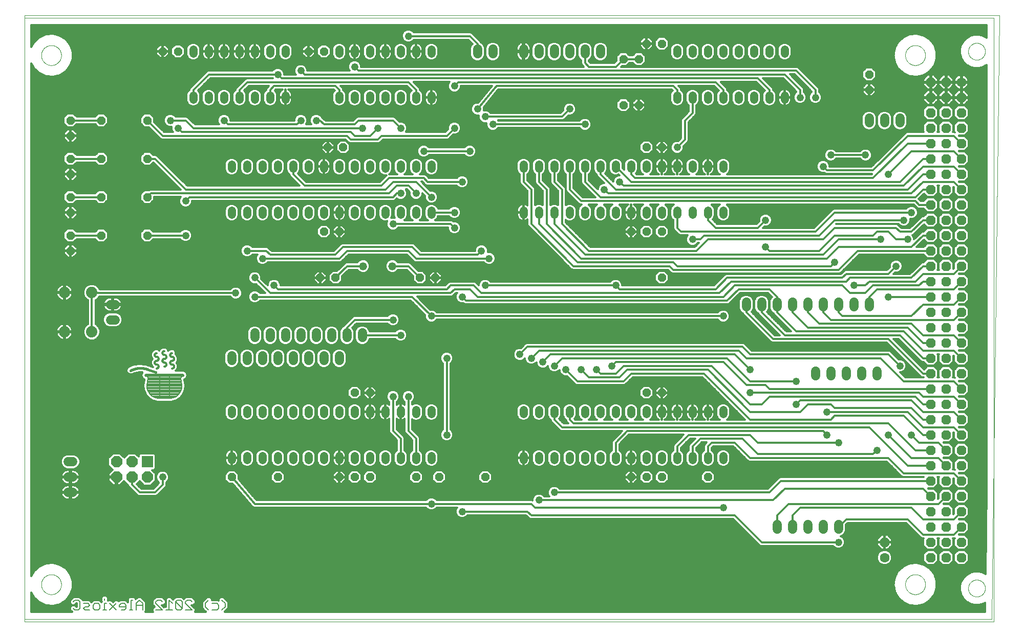
<source format=gbl>
G75*
%MOIN*%
%OFA0B0*%
%FSLAX25Y25*%
%IPPOS*%
%LPD*%
%AMOC8*
5,1,8,0,0,1.08239X$1,22.5*
%
%ADD10C,0.00000*%
%ADD11C,0.00600*%
%ADD12C,0.06300*%
%ADD13OC8,0.06300*%
%ADD14C,0.05200*%
%ADD15OC8,0.05200*%
%ADD16C,0.06000*%
%ADD17C,0.05200*%
%ADD18R,0.07400X0.07400*%
%ADD19OC8,0.07400*%
%ADD20OC8,0.05543*%
%ADD21C,0.07400*%
%ADD22C,0.01200*%
%ADD23C,0.01600*%
%ADD24C,0.00800*%
%ADD25C,0.04800*%
D10*
X0048333Y0074200D02*
X0048333Y0468000D01*
X0679333Y0468000D01*
X0679333Y0074200D01*
X0048333Y0074200D01*
X0048333Y0076100D02*
X0048333Y0469801D01*
X0683255Y0469801D01*
X0678255Y0076100D01*
X0048333Y0076100D01*
X0059333Y0098600D02*
X0059335Y0098761D01*
X0059341Y0098921D01*
X0059351Y0099082D01*
X0059365Y0099242D01*
X0059383Y0099402D01*
X0059404Y0099561D01*
X0059430Y0099720D01*
X0059460Y0099878D01*
X0059493Y0100035D01*
X0059531Y0100192D01*
X0059572Y0100347D01*
X0059617Y0100501D01*
X0059666Y0100654D01*
X0059719Y0100806D01*
X0059775Y0100957D01*
X0059836Y0101106D01*
X0059899Y0101254D01*
X0059967Y0101400D01*
X0060038Y0101544D01*
X0060112Y0101686D01*
X0060190Y0101827D01*
X0060272Y0101965D01*
X0060357Y0102102D01*
X0060445Y0102236D01*
X0060537Y0102368D01*
X0060632Y0102498D01*
X0060730Y0102626D01*
X0060831Y0102751D01*
X0060935Y0102873D01*
X0061042Y0102993D01*
X0061152Y0103110D01*
X0061265Y0103225D01*
X0061381Y0103336D01*
X0061500Y0103445D01*
X0061621Y0103550D01*
X0061745Y0103653D01*
X0061871Y0103753D01*
X0061999Y0103849D01*
X0062130Y0103942D01*
X0062264Y0104032D01*
X0062399Y0104119D01*
X0062537Y0104202D01*
X0062676Y0104282D01*
X0062818Y0104358D01*
X0062961Y0104431D01*
X0063106Y0104500D01*
X0063253Y0104566D01*
X0063401Y0104628D01*
X0063551Y0104686D01*
X0063702Y0104741D01*
X0063855Y0104792D01*
X0064009Y0104839D01*
X0064164Y0104882D01*
X0064320Y0104921D01*
X0064476Y0104957D01*
X0064634Y0104988D01*
X0064792Y0105016D01*
X0064951Y0105040D01*
X0065111Y0105060D01*
X0065271Y0105076D01*
X0065431Y0105088D01*
X0065592Y0105096D01*
X0065753Y0105100D01*
X0065913Y0105100D01*
X0066074Y0105096D01*
X0066235Y0105088D01*
X0066395Y0105076D01*
X0066555Y0105060D01*
X0066715Y0105040D01*
X0066874Y0105016D01*
X0067032Y0104988D01*
X0067190Y0104957D01*
X0067346Y0104921D01*
X0067502Y0104882D01*
X0067657Y0104839D01*
X0067811Y0104792D01*
X0067964Y0104741D01*
X0068115Y0104686D01*
X0068265Y0104628D01*
X0068413Y0104566D01*
X0068560Y0104500D01*
X0068705Y0104431D01*
X0068848Y0104358D01*
X0068990Y0104282D01*
X0069129Y0104202D01*
X0069267Y0104119D01*
X0069402Y0104032D01*
X0069536Y0103942D01*
X0069667Y0103849D01*
X0069795Y0103753D01*
X0069921Y0103653D01*
X0070045Y0103550D01*
X0070166Y0103445D01*
X0070285Y0103336D01*
X0070401Y0103225D01*
X0070514Y0103110D01*
X0070624Y0102993D01*
X0070731Y0102873D01*
X0070835Y0102751D01*
X0070936Y0102626D01*
X0071034Y0102498D01*
X0071129Y0102368D01*
X0071221Y0102236D01*
X0071309Y0102102D01*
X0071394Y0101965D01*
X0071476Y0101827D01*
X0071554Y0101686D01*
X0071628Y0101544D01*
X0071699Y0101400D01*
X0071767Y0101254D01*
X0071830Y0101106D01*
X0071891Y0100957D01*
X0071947Y0100806D01*
X0072000Y0100654D01*
X0072049Y0100501D01*
X0072094Y0100347D01*
X0072135Y0100192D01*
X0072173Y0100035D01*
X0072206Y0099878D01*
X0072236Y0099720D01*
X0072262Y0099561D01*
X0072283Y0099402D01*
X0072301Y0099242D01*
X0072315Y0099082D01*
X0072325Y0098921D01*
X0072331Y0098761D01*
X0072333Y0098600D01*
X0072331Y0098439D01*
X0072325Y0098279D01*
X0072315Y0098118D01*
X0072301Y0097958D01*
X0072283Y0097798D01*
X0072262Y0097639D01*
X0072236Y0097480D01*
X0072206Y0097322D01*
X0072173Y0097165D01*
X0072135Y0097008D01*
X0072094Y0096853D01*
X0072049Y0096699D01*
X0072000Y0096546D01*
X0071947Y0096394D01*
X0071891Y0096243D01*
X0071830Y0096094D01*
X0071767Y0095946D01*
X0071699Y0095800D01*
X0071628Y0095656D01*
X0071554Y0095514D01*
X0071476Y0095373D01*
X0071394Y0095235D01*
X0071309Y0095098D01*
X0071221Y0094964D01*
X0071129Y0094832D01*
X0071034Y0094702D01*
X0070936Y0094574D01*
X0070835Y0094449D01*
X0070731Y0094327D01*
X0070624Y0094207D01*
X0070514Y0094090D01*
X0070401Y0093975D01*
X0070285Y0093864D01*
X0070166Y0093755D01*
X0070045Y0093650D01*
X0069921Y0093547D01*
X0069795Y0093447D01*
X0069667Y0093351D01*
X0069536Y0093258D01*
X0069402Y0093168D01*
X0069267Y0093081D01*
X0069129Y0092998D01*
X0068990Y0092918D01*
X0068848Y0092842D01*
X0068705Y0092769D01*
X0068560Y0092700D01*
X0068413Y0092634D01*
X0068265Y0092572D01*
X0068115Y0092514D01*
X0067964Y0092459D01*
X0067811Y0092408D01*
X0067657Y0092361D01*
X0067502Y0092318D01*
X0067346Y0092279D01*
X0067190Y0092243D01*
X0067032Y0092212D01*
X0066874Y0092184D01*
X0066715Y0092160D01*
X0066555Y0092140D01*
X0066395Y0092124D01*
X0066235Y0092112D01*
X0066074Y0092104D01*
X0065913Y0092100D01*
X0065753Y0092100D01*
X0065592Y0092104D01*
X0065431Y0092112D01*
X0065271Y0092124D01*
X0065111Y0092140D01*
X0064951Y0092160D01*
X0064792Y0092184D01*
X0064634Y0092212D01*
X0064476Y0092243D01*
X0064320Y0092279D01*
X0064164Y0092318D01*
X0064009Y0092361D01*
X0063855Y0092408D01*
X0063702Y0092459D01*
X0063551Y0092514D01*
X0063401Y0092572D01*
X0063253Y0092634D01*
X0063106Y0092700D01*
X0062961Y0092769D01*
X0062818Y0092842D01*
X0062676Y0092918D01*
X0062537Y0092998D01*
X0062399Y0093081D01*
X0062264Y0093168D01*
X0062130Y0093258D01*
X0061999Y0093351D01*
X0061871Y0093447D01*
X0061745Y0093547D01*
X0061621Y0093650D01*
X0061500Y0093755D01*
X0061381Y0093864D01*
X0061265Y0093975D01*
X0061152Y0094090D01*
X0061042Y0094207D01*
X0060935Y0094327D01*
X0060831Y0094449D01*
X0060730Y0094574D01*
X0060632Y0094702D01*
X0060537Y0094832D01*
X0060445Y0094964D01*
X0060357Y0095098D01*
X0060272Y0095235D01*
X0060190Y0095373D01*
X0060112Y0095514D01*
X0060038Y0095656D01*
X0059967Y0095800D01*
X0059899Y0095946D01*
X0059836Y0096094D01*
X0059775Y0096243D01*
X0059719Y0096394D01*
X0059666Y0096546D01*
X0059617Y0096699D01*
X0059572Y0096853D01*
X0059531Y0097008D01*
X0059493Y0097165D01*
X0059460Y0097322D01*
X0059430Y0097480D01*
X0059404Y0097639D01*
X0059383Y0097798D01*
X0059365Y0097958D01*
X0059351Y0098118D01*
X0059341Y0098279D01*
X0059335Y0098439D01*
X0059333Y0098600D01*
X0059333Y0443600D02*
X0059335Y0443761D01*
X0059341Y0443921D01*
X0059351Y0444082D01*
X0059365Y0444242D01*
X0059383Y0444402D01*
X0059404Y0444561D01*
X0059430Y0444720D01*
X0059460Y0444878D01*
X0059493Y0445035D01*
X0059531Y0445192D01*
X0059572Y0445347D01*
X0059617Y0445501D01*
X0059666Y0445654D01*
X0059719Y0445806D01*
X0059775Y0445957D01*
X0059836Y0446106D01*
X0059899Y0446254D01*
X0059967Y0446400D01*
X0060038Y0446544D01*
X0060112Y0446686D01*
X0060190Y0446827D01*
X0060272Y0446965D01*
X0060357Y0447102D01*
X0060445Y0447236D01*
X0060537Y0447368D01*
X0060632Y0447498D01*
X0060730Y0447626D01*
X0060831Y0447751D01*
X0060935Y0447873D01*
X0061042Y0447993D01*
X0061152Y0448110D01*
X0061265Y0448225D01*
X0061381Y0448336D01*
X0061500Y0448445D01*
X0061621Y0448550D01*
X0061745Y0448653D01*
X0061871Y0448753D01*
X0061999Y0448849D01*
X0062130Y0448942D01*
X0062264Y0449032D01*
X0062399Y0449119D01*
X0062537Y0449202D01*
X0062676Y0449282D01*
X0062818Y0449358D01*
X0062961Y0449431D01*
X0063106Y0449500D01*
X0063253Y0449566D01*
X0063401Y0449628D01*
X0063551Y0449686D01*
X0063702Y0449741D01*
X0063855Y0449792D01*
X0064009Y0449839D01*
X0064164Y0449882D01*
X0064320Y0449921D01*
X0064476Y0449957D01*
X0064634Y0449988D01*
X0064792Y0450016D01*
X0064951Y0450040D01*
X0065111Y0450060D01*
X0065271Y0450076D01*
X0065431Y0450088D01*
X0065592Y0450096D01*
X0065753Y0450100D01*
X0065913Y0450100D01*
X0066074Y0450096D01*
X0066235Y0450088D01*
X0066395Y0450076D01*
X0066555Y0450060D01*
X0066715Y0450040D01*
X0066874Y0450016D01*
X0067032Y0449988D01*
X0067190Y0449957D01*
X0067346Y0449921D01*
X0067502Y0449882D01*
X0067657Y0449839D01*
X0067811Y0449792D01*
X0067964Y0449741D01*
X0068115Y0449686D01*
X0068265Y0449628D01*
X0068413Y0449566D01*
X0068560Y0449500D01*
X0068705Y0449431D01*
X0068848Y0449358D01*
X0068990Y0449282D01*
X0069129Y0449202D01*
X0069267Y0449119D01*
X0069402Y0449032D01*
X0069536Y0448942D01*
X0069667Y0448849D01*
X0069795Y0448753D01*
X0069921Y0448653D01*
X0070045Y0448550D01*
X0070166Y0448445D01*
X0070285Y0448336D01*
X0070401Y0448225D01*
X0070514Y0448110D01*
X0070624Y0447993D01*
X0070731Y0447873D01*
X0070835Y0447751D01*
X0070936Y0447626D01*
X0071034Y0447498D01*
X0071129Y0447368D01*
X0071221Y0447236D01*
X0071309Y0447102D01*
X0071394Y0446965D01*
X0071476Y0446827D01*
X0071554Y0446686D01*
X0071628Y0446544D01*
X0071699Y0446400D01*
X0071767Y0446254D01*
X0071830Y0446106D01*
X0071891Y0445957D01*
X0071947Y0445806D01*
X0072000Y0445654D01*
X0072049Y0445501D01*
X0072094Y0445347D01*
X0072135Y0445192D01*
X0072173Y0445035D01*
X0072206Y0444878D01*
X0072236Y0444720D01*
X0072262Y0444561D01*
X0072283Y0444402D01*
X0072301Y0444242D01*
X0072315Y0444082D01*
X0072325Y0443921D01*
X0072331Y0443761D01*
X0072333Y0443600D01*
X0072331Y0443439D01*
X0072325Y0443279D01*
X0072315Y0443118D01*
X0072301Y0442958D01*
X0072283Y0442798D01*
X0072262Y0442639D01*
X0072236Y0442480D01*
X0072206Y0442322D01*
X0072173Y0442165D01*
X0072135Y0442008D01*
X0072094Y0441853D01*
X0072049Y0441699D01*
X0072000Y0441546D01*
X0071947Y0441394D01*
X0071891Y0441243D01*
X0071830Y0441094D01*
X0071767Y0440946D01*
X0071699Y0440800D01*
X0071628Y0440656D01*
X0071554Y0440514D01*
X0071476Y0440373D01*
X0071394Y0440235D01*
X0071309Y0440098D01*
X0071221Y0439964D01*
X0071129Y0439832D01*
X0071034Y0439702D01*
X0070936Y0439574D01*
X0070835Y0439449D01*
X0070731Y0439327D01*
X0070624Y0439207D01*
X0070514Y0439090D01*
X0070401Y0438975D01*
X0070285Y0438864D01*
X0070166Y0438755D01*
X0070045Y0438650D01*
X0069921Y0438547D01*
X0069795Y0438447D01*
X0069667Y0438351D01*
X0069536Y0438258D01*
X0069402Y0438168D01*
X0069267Y0438081D01*
X0069129Y0437998D01*
X0068990Y0437918D01*
X0068848Y0437842D01*
X0068705Y0437769D01*
X0068560Y0437700D01*
X0068413Y0437634D01*
X0068265Y0437572D01*
X0068115Y0437514D01*
X0067964Y0437459D01*
X0067811Y0437408D01*
X0067657Y0437361D01*
X0067502Y0437318D01*
X0067346Y0437279D01*
X0067190Y0437243D01*
X0067032Y0437212D01*
X0066874Y0437184D01*
X0066715Y0437160D01*
X0066555Y0437140D01*
X0066395Y0437124D01*
X0066235Y0437112D01*
X0066074Y0437104D01*
X0065913Y0437100D01*
X0065753Y0437100D01*
X0065592Y0437104D01*
X0065431Y0437112D01*
X0065271Y0437124D01*
X0065111Y0437140D01*
X0064951Y0437160D01*
X0064792Y0437184D01*
X0064634Y0437212D01*
X0064476Y0437243D01*
X0064320Y0437279D01*
X0064164Y0437318D01*
X0064009Y0437361D01*
X0063855Y0437408D01*
X0063702Y0437459D01*
X0063551Y0437514D01*
X0063401Y0437572D01*
X0063253Y0437634D01*
X0063106Y0437700D01*
X0062961Y0437769D01*
X0062818Y0437842D01*
X0062676Y0437918D01*
X0062537Y0437998D01*
X0062399Y0438081D01*
X0062264Y0438168D01*
X0062130Y0438258D01*
X0061999Y0438351D01*
X0061871Y0438447D01*
X0061745Y0438547D01*
X0061621Y0438650D01*
X0061500Y0438755D01*
X0061381Y0438864D01*
X0061265Y0438975D01*
X0061152Y0439090D01*
X0061042Y0439207D01*
X0060935Y0439327D01*
X0060831Y0439449D01*
X0060730Y0439574D01*
X0060632Y0439702D01*
X0060537Y0439832D01*
X0060445Y0439964D01*
X0060357Y0440098D01*
X0060272Y0440235D01*
X0060190Y0440373D01*
X0060112Y0440514D01*
X0060038Y0440656D01*
X0059967Y0440800D01*
X0059899Y0440946D01*
X0059836Y0441094D01*
X0059775Y0441243D01*
X0059719Y0441394D01*
X0059666Y0441546D01*
X0059617Y0441699D01*
X0059572Y0441853D01*
X0059531Y0442008D01*
X0059493Y0442165D01*
X0059460Y0442322D01*
X0059430Y0442480D01*
X0059404Y0442639D01*
X0059383Y0442798D01*
X0059365Y0442958D01*
X0059351Y0443118D01*
X0059341Y0443279D01*
X0059335Y0443439D01*
X0059333Y0443600D01*
X0621833Y0443600D02*
X0621835Y0443761D01*
X0621841Y0443921D01*
X0621851Y0444082D01*
X0621865Y0444242D01*
X0621883Y0444402D01*
X0621904Y0444561D01*
X0621930Y0444720D01*
X0621960Y0444878D01*
X0621993Y0445035D01*
X0622031Y0445192D01*
X0622072Y0445347D01*
X0622117Y0445501D01*
X0622166Y0445654D01*
X0622219Y0445806D01*
X0622275Y0445957D01*
X0622336Y0446106D01*
X0622399Y0446254D01*
X0622467Y0446400D01*
X0622538Y0446544D01*
X0622612Y0446686D01*
X0622690Y0446827D01*
X0622772Y0446965D01*
X0622857Y0447102D01*
X0622945Y0447236D01*
X0623037Y0447368D01*
X0623132Y0447498D01*
X0623230Y0447626D01*
X0623331Y0447751D01*
X0623435Y0447873D01*
X0623542Y0447993D01*
X0623652Y0448110D01*
X0623765Y0448225D01*
X0623881Y0448336D01*
X0624000Y0448445D01*
X0624121Y0448550D01*
X0624245Y0448653D01*
X0624371Y0448753D01*
X0624499Y0448849D01*
X0624630Y0448942D01*
X0624764Y0449032D01*
X0624899Y0449119D01*
X0625037Y0449202D01*
X0625176Y0449282D01*
X0625318Y0449358D01*
X0625461Y0449431D01*
X0625606Y0449500D01*
X0625753Y0449566D01*
X0625901Y0449628D01*
X0626051Y0449686D01*
X0626202Y0449741D01*
X0626355Y0449792D01*
X0626509Y0449839D01*
X0626664Y0449882D01*
X0626820Y0449921D01*
X0626976Y0449957D01*
X0627134Y0449988D01*
X0627292Y0450016D01*
X0627451Y0450040D01*
X0627611Y0450060D01*
X0627771Y0450076D01*
X0627931Y0450088D01*
X0628092Y0450096D01*
X0628253Y0450100D01*
X0628413Y0450100D01*
X0628574Y0450096D01*
X0628735Y0450088D01*
X0628895Y0450076D01*
X0629055Y0450060D01*
X0629215Y0450040D01*
X0629374Y0450016D01*
X0629532Y0449988D01*
X0629690Y0449957D01*
X0629846Y0449921D01*
X0630002Y0449882D01*
X0630157Y0449839D01*
X0630311Y0449792D01*
X0630464Y0449741D01*
X0630615Y0449686D01*
X0630765Y0449628D01*
X0630913Y0449566D01*
X0631060Y0449500D01*
X0631205Y0449431D01*
X0631348Y0449358D01*
X0631490Y0449282D01*
X0631629Y0449202D01*
X0631767Y0449119D01*
X0631902Y0449032D01*
X0632036Y0448942D01*
X0632167Y0448849D01*
X0632295Y0448753D01*
X0632421Y0448653D01*
X0632545Y0448550D01*
X0632666Y0448445D01*
X0632785Y0448336D01*
X0632901Y0448225D01*
X0633014Y0448110D01*
X0633124Y0447993D01*
X0633231Y0447873D01*
X0633335Y0447751D01*
X0633436Y0447626D01*
X0633534Y0447498D01*
X0633629Y0447368D01*
X0633721Y0447236D01*
X0633809Y0447102D01*
X0633894Y0446965D01*
X0633976Y0446827D01*
X0634054Y0446686D01*
X0634128Y0446544D01*
X0634199Y0446400D01*
X0634267Y0446254D01*
X0634330Y0446106D01*
X0634391Y0445957D01*
X0634447Y0445806D01*
X0634500Y0445654D01*
X0634549Y0445501D01*
X0634594Y0445347D01*
X0634635Y0445192D01*
X0634673Y0445035D01*
X0634706Y0444878D01*
X0634736Y0444720D01*
X0634762Y0444561D01*
X0634783Y0444402D01*
X0634801Y0444242D01*
X0634815Y0444082D01*
X0634825Y0443921D01*
X0634831Y0443761D01*
X0634833Y0443600D01*
X0634831Y0443439D01*
X0634825Y0443279D01*
X0634815Y0443118D01*
X0634801Y0442958D01*
X0634783Y0442798D01*
X0634762Y0442639D01*
X0634736Y0442480D01*
X0634706Y0442322D01*
X0634673Y0442165D01*
X0634635Y0442008D01*
X0634594Y0441853D01*
X0634549Y0441699D01*
X0634500Y0441546D01*
X0634447Y0441394D01*
X0634391Y0441243D01*
X0634330Y0441094D01*
X0634267Y0440946D01*
X0634199Y0440800D01*
X0634128Y0440656D01*
X0634054Y0440514D01*
X0633976Y0440373D01*
X0633894Y0440235D01*
X0633809Y0440098D01*
X0633721Y0439964D01*
X0633629Y0439832D01*
X0633534Y0439702D01*
X0633436Y0439574D01*
X0633335Y0439449D01*
X0633231Y0439327D01*
X0633124Y0439207D01*
X0633014Y0439090D01*
X0632901Y0438975D01*
X0632785Y0438864D01*
X0632666Y0438755D01*
X0632545Y0438650D01*
X0632421Y0438547D01*
X0632295Y0438447D01*
X0632167Y0438351D01*
X0632036Y0438258D01*
X0631902Y0438168D01*
X0631767Y0438081D01*
X0631629Y0437998D01*
X0631490Y0437918D01*
X0631348Y0437842D01*
X0631205Y0437769D01*
X0631060Y0437700D01*
X0630913Y0437634D01*
X0630765Y0437572D01*
X0630615Y0437514D01*
X0630464Y0437459D01*
X0630311Y0437408D01*
X0630157Y0437361D01*
X0630002Y0437318D01*
X0629846Y0437279D01*
X0629690Y0437243D01*
X0629532Y0437212D01*
X0629374Y0437184D01*
X0629215Y0437160D01*
X0629055Y0437140D01*
X0628895Y0437124D01*
X0628735Y0437112D01*
X0628574Y0437104D01*
X0628413Y0437100D01*
X0628253Y0437100D01*
X0628092Y0437104D01*
X0627931Y0437112D01*
X0627771Y0437124D01*
X0627611Y0437140D01*
X0627451Y0437160D01*
X0627292Y0437184D01*
X0627134Y0437212D01*
X0626976Y0437243D01*
X0626820Y0437279D01*
X0626664Y0437318D01*
X0626509Y0437361D01*
X0626355Y0437408D01*
X0626202Y0437459D01*
X0626051Y0437514D01*
X0625901Y0437572D01*
X0625753Y0437634D01*
X0625606Y0437700D01*
X0625461Y0437769D01*
X0625318Y0437842D01*
X0625176Y0437918D01*
X0625037Y0437998D01*
X0624899Y0438081D01*
X0624764Y0438168D01*
X0624630Y0438258D01*
X0624499Y0438351D01*
X0624371Y0438447D01*
X0624245Y0438547D01*
X0624121Y0438650D01*
X0624000Y0438755D01*
X0623881Y0438864D01*
X0623765Y0438975D01*
X0623652Y0439090D01*
X0623542Y0439207D01*
X0623435Y0439327D01*
X0623331Y0439449D01*
X0623230Y0439574D01*
X0623132Y0439702D01*
X0623037Y0439832D01*
X0622945Y0439964D01*
X0622857Y0440098D01*
X0622772Y0440235D01*
X0622690Y0440373D01*
X0622612Y0440514D01*
X0622538Y0440656D01*
X0622467Y0440800D01*
X0622399Y0440946D01*
X0622336Y0441094D01*
X0622275Y0441243D01*
X0622219Y0441394D01*
X0622166Y0441546D01*
X0622117Y0441699D01*
X0622072Y0441853D01*
X0622031Y0442008D01*
X0621993Y0442165D01*
X0621960Y0442322D01*
X0621930Y0442480D01*
X0621904Y0442639D01*
X0621883Y0442798D01*
X0621865Y0442958D01*
X0621851Y0443118D01*
X0621841Y0443279D01*
X0621835Y0443439D01*
X0621833Y0443600D01*
X0662833Y0446100D02*
X0662835Y0446248D01*
X0662841Y0446396D01*
X0662851Y0446544D01*
X0662865Y0446692D01*
X0662883Y0446839D01*
X0662905Y0446986D01*
X0662931Y0447132D01*
X0662960Y0447277D01*
X0662994Y0447422D01*
X0663032Y0447565D01*
X0663073Y0447708D01*
X0663118Y0447849D01*
X0663168Y0447989D01*
X0663220Y0448127D01*
X0663277Y0448265D01*
X0663337Y0448400D01*
X0663401Y0448534D01*
X0663468Y0448666D01*
X0663539Y0448796D01*
X0663614Y0448925D01*
X0663692Y0449051D01*
X0663773Y0449175D01*
X0663857Y0449297D01*
X0663945Y0449416D01*
X0664036Y0449533D01*
X0664130Y0449648D01*
X0664228Y0449760D01*
X0664328Y0449869D01*
X0664431Y0449976D01*
X0664537Y0450080D01*
X0664645Y0450181D01*
X0664757Y0450279D01*
X0664871Y0450374D01*
X0664987Y0450465D01*
X0665106Y0450554D01*
X0665227Y0450639D01*
X0665351Y0450721D01*
X0665477Y0450800D01*
X0665604Y0450875D01*
X0665734Y0450947D01*
X0665866Y0451016D01*
X0665999Y0451080D01*
X0666134Y0451141D01*
X0666271Y0451199D01*
X0666409Y0451253D01*
X0666549Y0451303D01*
X0666690Y0451349D01*
X0666832Y0451391D01*
X0666975Y0451430D01*
X0667119Y0451464D01*
X0667265Y0451495D01*
X0667410Y0451522D01*
X0667557Y0451545D01*
X0667704Y0451564D01*
X0667852Y0451579D01*
X0667999Y0451590D01*
X0668148Y0451597D01*
X0668296Y0451600D01*
X0668444Y0451599D01*
X0668592Y0451594D01*
X0668740Y0451585D01*
X0668888Y0451572D01*
X0669036Y0451555D01*
X0669182Y0451534D01*
X0669329Y0451509D01*
X0669474Y0451480D01*
X0669619Y0451448D01*
X0669762Y0451411D01*
X0669905Y0451371D01*
X0670047Y0451326D01*
X0670187Y0451278D01*
X0670326Y0451226D01*
X0670463Y0451171D01*
X0670599Y0451111D01*
X0670734Y0451048D01*
X0670866Y0450982D01*
X0670997Y0450912D01*
X0671126Y0450838D01*
X0671252Y0450761D01*
X0671377Y0450681D01*
X0671499Y0450597D01*
X0671620Y0450510D01*
X0671737Y0450420D01*
X0671853Y0450326D01*
X0671965Y0450230D01*
X0672075Y0450131D01*
X0672183Y0450028D01*
X0672287Y0449923D01*
X0672389Y0449815D01*
X0672487Y0449704D01*
X0672583Y0449591D01*
X0672676Y0449475D01*
X0672765Y0449357D01*
X0672851Y0449236D01*
X0672934Y0449113D01*
X0673014Y0448988D01*
X0673090Y0448861D01*
X0673163Y0448731D01*
X0673232Y0448600D01*
X0673297Y0448467D01*
X0673360Y0448333D01*
X0673418Y0448196D01*
X0673473Y0448058D01*
X0673523Y0447919D01*
X0673571Y0447778D01*
X0673614Y0447637D01*
X0673654Y0447494D01*
X0673689Y0447350D01*
X0673721Y0447205D01*
X0673749Y0447059D01*
X0673773Y0446913D01*
X0673793Y0446766D01*
X0673809Y0446618D01*
X0673821Y0446471D01*
X0673829Y0446322D01*
X0673833Y0446174D01*
X0673833Y0446026D01*
X0673829Y0445878D01*
X0673821Y0445729D01*
X0673809Y0445582D01*
X0673793Y0445434D01*
X0673773Y0445287D01*
X0673749Y0445141D01*
X0673721Y0444995D01*
X0673689Y0444850D01*
X0673654Y0444706D01*
X0673614Y0444563D01*
X0673571Y0444422D01*
X0673523Y0444281D01*
X0673473Y0444142D01*
X0673418Y0444004D01*
X0673360Y0443867D01*
X0673297Y0443733D01*
X0673232Y0443600D01*
X0673163Y0443469D01*
X0673090Y0443339D01*
X0673014Y0443212D01*
X0672934Y0443087D01*
X0672851Y0442964D01*
X0672765Y0442843D01*
X0672676Y0442725D01*
X0672583Y0442609D01*
X0672487Y0442496D01*
X0672389Y0442385D01*
X0672287Y0442277D01*
X0672183Y0442172D01*
X0672075Y0442069D01*
X0671965Y0441970D01*
X0671853Y0441874D01*
X0671737Y0441780D01*
X0671620Y0441690D01*
X0671499Y0441603D01*
X0671377Y0441519D01*
X0671252Y0441439D01*
X0671126Y0441362D01*
X0670997Y0441288D01*
X0670866Y0441218D01*
X0670734Y0441152D01*
X0670599Y0441089D01*
X0670463Y0441029D01*
X0670326Y0440974D01*
X0670187Y0440922D01*
X0670047Y0440874D01*
X0669905Y0440829D01*
X0669762Y0440789D01*
X0669619Y0440752D01*
X0669474Y0440720D01*
X0669329Y0440691D01*
X0669182Y0440666D01*
X0669036Y0440645D01*
X0668888Y0440628D01*
X0668740Y0440615D01*
X0668592Y0440606D01*
X0668444Y0440601D01*
X0668296Y0440600D01*
X0668148Y0440603D01*
X0667999Y0440610D01*
X0667852Y0440621D01*
X0667704Y0440636D01*
X0667557Y0440655D01*
X0667410Y0440678D01*
X0667265Y0440705D01*
X0667119Y0440736D01*
X0666975Y0440770D01*
X0666832Y0440809D01*
X0666690Y0440851D01*
X0666549Y0440897D01*
X0666409Y0440947D01*
X0666271Y0441001D01*
X0666134Y0441059D01*
X0665999Y0441120D01*
X0665866Y0441184D01*
X0665734Y0441253D01*
X0665604Y0441325D01*
X0665477Y0441400D01*
X0665351Y0441479D01*
X0665227Y0441561D01*
X0665106Y0441646D01*
X0664987Y0441735D01*
X0664871Y0441826D01*
X0664757Y0441921D01*
X0664645Y0442019D01*
X0664537Y0442120D01*
X0664431Y0442224D01*
X0664328Y0442331D01*
X0664228Y0442440D01*
X0664130Y0442552D01*
X0664036Y0442667D01*
X0663945Y0442784D01*
X0663857Y0442903D01*
X0663773Y0443025D01*
X0663692Y0443149D01*
X0663614Y0443275D01*
X0663539Y0443404D01*
X0663468Y0443534D01*
X0663401Y0443666D01*
X0663337Y0443800D01*
X0663277Y0443935D01*
X0663220Y0444073D01*
X0663168Y0444211D01*
X0663118Y0444351D01*
X0663073Y0444492D01*
X0663032Y0444635D01*
X0662994Y0444778D01*
X0662960Y0444923D01*
X0662931Y0445068D01*
X0662905Y0445214D01*
X0662883Y0445361D01*
X0662865Y0445508D01*
X0662851Y0445656D01*
X0662841Y0445804D01*
X0662835Y0445952D01*
X0662833Y0446100D01*
X0621833Y0098600D02*
X0621835Y0098761D01*
X0621841Y0098921D01*
X0621851Y0099082D01*
X0621865Y0099242D01*
X0621883Y0099402D01*
X0621904Y0099561D01*
X0621930Y0099720D01*
X0621960Y0099878D01*
X0621993Y0100035D01*
X0622031Y0100192D01*
X0622072Y0100347D01*
X0622117Y0100501D01*
X0622166Y0100654D01*
X0622219Y0100806D01*
X0622275Y0100957D01*
X0622336Y0101106D01*
X0622399Y0101254D01*
X0622467Y0101400D01*
X0622538Y0101544D01*
X0622612Y0101686D01*
X0622690Y0101827D01*
X0622772Y0101965D01*
X0622857Y0102102D01*
X0622945Y0102236D01*
X0623037Y0102368D01*
X0623132Y0102498D01*
X0623230Y0102626D01*
X0623331Y0102751D01*
X0623435Y0102873D01*
X0623542Y0102993D01*
X0623652Y0103110D01*
X0623765Y0103225D01*
X0623881Y0103336D01*
X0624000Y0103445D01*
X0624121Y0103550D01*
X0624245Y0103653D01*
X0624371Y0103753D01*
X0624499Y0103849D01*
X0624630Y0103942D01*
X0624764Y0104032D01*
X0624899Y0104119D01*
X0625037Y0104202D01*
X0625176Y0104282D01*
X0625318Y0104358D01*
X0625461Y0104431D01*
X0625606Y0104500D01*
X0625753Y0104566D01*
X0625901Y0104628D01*
X0626051Y0104686D01*
X0626202Y0104741D01*
X0626355Y0104792D01*
X0626509Y0104839D01*
X0626664Y0104882D01*
X0626820Y0104921D01*
X0626976Y0104957D01*
X0627134Y0104988D01*
X0627292Y0105016D01*
X0627451Y0105040D01*
X0627611Y0105060D01*
X0627771Y0105076D01*
X0627931Y0105088D01*
X0628092Y0105096D01*
X0628253Y0105100D01*
X0628413Y0105100D01*
X0628574Y0105096D01*
X0628735Y0105088D01*
X0628895Y0105076D01*
X0629055Y0105060D01*
X0629215Y0105040D01*
X0629374Y0105016D01*
X0629532Y0104988D01*
X0629690Y0104957D01*
X0629846Y0104921D01*
X0630002Y0104882D01*
X0630157Y0104839D01*
X0630311Y0104792D01*
X0630464Y0104741D01*
X0630615Y0104686D01*
X0630765Y0104628D01*
X0630913Y0104566D01*
X0631060Y0104500D01*
X0631205Y0104431D01*
X0631348Y0104358D01*
X0631490Y0104282D01*
X0631629Y0104202D01*
X0631767Y0104119D01*
X0631902Y0104032D01*
X0632036Y0103942D01*
X0632167Y0103849D01*
X0632295Y0103753D01*
X0632421Y0103653D01*
X0632545Y0103550D01*
X0632666Y0103445D01*
X0632785Y0103336D01*
X0632901Y0103225D01*
X0633014Y0103110D01*
X0633124Y0102993D01*
X0633231Y0102873D01*
X0633335Y0102751D01*
X0633436Y0102626D01*
X0633534Y0102498D01*
X0633629Y0102368D01*
X0633721Y0102236D01*
X0633809Y0102102D01*
X0633894Y0101965D01*
X0633976Y0101827D01*
X0634054Y0101686D01*
X0634128Y0101544D01*
X0634199Y0101400D01*
X0634267Y0101254D01*
X0634330Y0101106D01*
X0634391Y0100957D01*
X0634447Y0100806D01*
X0634500Y0100654D01*
X0634549Y0100501D01*
X0634594Y0100347D01*
X0634635Y0100192D01*
X0634673Y0100035D01*
X0634706Y0099878D01*
X0634736Y0099720D01*
X0634762Y0099561D01*
X0634783Y0099402D01*
X0634801Y0099242D01*
X0634815Y0099082D01*
X0634825Y0098921D01*
X0634831Y0098761D01*
X0634833Y0098600D01*
X0634831Y0098439D01*
X0634825Y0098279D01*
X0634815Y0098118D01*
X0634801Y0097958D01*
X0634783Y0097798D01*
X0634762Y0097639D01*
X0634736Y0097480D01*
X0634706Y0097322D01*
X0634673Y0097165D01*
X0634635Y0097008D01*
X0634594Y0096853D01*
X0634549Y0096699D01*
X0634500Y0096546D01*
X0634447Y0096394D01*
X0634391Y0096243D01*
X0634330Y0096094D01*
X0634267Y0095946D01*
X0634199Y0095800D01*
X0634128Y0095656D01*
X0634054Y0095514D01*
X0633976Y0095373D01*
X0633894Y0095235D01*
X0633809Y0095098D01*
X0633721Y0094964D01*
X0633629Y0094832D01*
X0633534Y0094702D01*
X0633436Y0094574D01*
X0633335Y0094449D01*
X0633231Y0094327D01*
X0633124Y0094207D01*
X0633014Y0094090D01*
X0632901Y0093975D01*
X0632785Y0093864D01*
X0632666Y0093755D01*
X0632545Y0093650D01*
X0632421Y0093547D01*
X0632295Y0093447D01*
X0632167Y0093351D01*
X0632036Y0093258D01*
X0631902Y0093168D01*
X0631767Y0093081D01*
X0631629Y0092998D01*
X0631490Y0092918D01*
X0631348Y0092842D01*
X0631205Y0092769D01*
X0631060Y0092700D01*
X0630913Y0092634D01*
X0630765Y0092572D01*
X0630615Y0092514D01*
X0630464Y0092459D01*
X0630311Y0092408D01*
X0630157Y0092361D01*
X0630002Y0092318D01*
X0629846Y0092279D01*
X0629690Y0092243D01*
X0629532Y0092212D01*
X0629374Y0092184D01*
X0629215Y0092160D01*
X0629055Y0092140D01*
X0628895Y0092124D01*
X0628735Y0092112D01*
X0628574Y0092104D01*
X0628413Y0092100D01*
X0628253Y0092100D01*
X0628092Y0092104D01*
X0627931Y0092112D01*
X0627771Y0092124D01*
X0627611Y0092140D01*
X0627451Y0092160D01*
X0627292Y0092184D01*
X0627134Y0092212D01*
X0626976Y0092243D01*
X0626820Y0092279D01*
X0626664Y0092318D01*
X0626509Y0092361D01*
X0626355Y0092408D01*
X0626202Y0092459D01*
X0626051Y0092514D01*
X0625901Y0092572D01*
X0625753Y0092634D01*
X0625606Y0092700D01*
X0625461Y0092769D01*
X0625318Y0092842D01*
X0625176Y0092918D01*
X0625037Y0092998D01*
X0624899Y0093081D01*
X0624764Y0093168D01*
X0624630Y0093258D01*
X0624499Y0093351D01*
X0624371Y0093447D01*
X0624245Y0093547D01*
X0624121Y0093650D01*
X0624000Y0093755D01*
X0623881Y0093864D01*
X0623765Y0093975D01*
X0623652Y0094090D01*
X0623542Y0094207D01*
X0623435Y0094327D01*
X0623331Y0094449D01*
X0623230Y0094574D01*
X0623132Y0094702D01*
X0623037Y0094832D01*
X0622945Y0094964D01*
X0622857Y0095098D01*
X0622772Y0095235D01*
X0622690Y0095373D01*
X0622612Y0095514D01*
X0622538Y0095656D01*
X0622467Y0095800D01*
X0622399Y0095946D01*
X0622336Y0096094D01*
X0622275Y0096243D01*
X0622219Y0096394D01*
X0622166Y0096546D01*
X0622117Y0096699D01*
X0622072Y0096853D01*
X0622031Y0097008D01*
X0621993Y0097165D01*
X0621960Y0097322D01*
X0621930Y0097480D01*
X0621904Y0097639D01*
X0621883Y0097798D01*
X0621865Y0097958D01*
X0621851Y0098118D01*
X0621841Y0098279D01*
X0621835Y0098439D01*
X0621833Y0098600D01*
X0662833Y0096100D02*
X0662835Y0096248D01*
X0662841Y0096396D01*
X0662851Y0096544D01*
X0662865Y0096692D01*
X0662883Y0096839D01*
X0662905Y0096986D01*
X0662931Y0097132D01*
X0662960Y0097277D01*
X0662994Y0097422D01*
X0663032Y0097565D01*
X0663073Y0097708D01*
X0663118Y0097849D01*
X0663168Y0097989D01*
X0663220Y0098127D01*
X0663277Y0098265D01*
X0663337Y0098400D01*
X0663401Y0098534D01*
X0663468Y0098666D01*
X0663539Y0098796D01*
X0663614Y0098925D01*
X0663692Y0099051D01*
X0663773Y0099175D01*
X0663857Y0099297D01*
X0663945Y0099416D01*
X0664036Y0099533D01*
X0664130Y0099648D01*
X0664228Y0099760D01*
X0664328Y0099869D01*
X0664431Y0099976D01*
X0664537Y0100080D01*
X0664645Y0100181D01*
X0664757Y0100279D01*
X0664871Y0100374D01*
X0664987Y0100465D01*
X0665106Y0100554D01*
X0665227Y0100639D01*
X0665351Y0100721D01*
X0665477Y0100800D01*
X0665604Y0100875D01*
X0665734Y0100947D01*
X0665866Y0101016D01*
X0665999Y0101080D01*
X0666134Y0101141D01*
X0666271Y0101199D01*
X0666409Y0101253D01*
X0666549Y0101303D01*
X0666690Y0101349D01*
X0666832Y0101391D01*
X0666975Y0101430D01*
X0667119Y0101464D01*
X0667265Y0101495D01*
X0667410Y0101522D01*
X0667557Y0101545D01*
X0667704Y0101564D01*
X0667852Y0101579D01*
X0667999Y0101590D01*
X0668148Y0101597D01*
X0668296Y0101600D01*
X0668444Y0101599D01*
X0668592Y0101594D01*
X0668740Y0101585D01*
X0668888Y0101572D01*
X0669036Y0101555D01*
X0669182Y0101534D01*
X0669329Y0101509D01*
X0669474Y0101480D01*
X0669619Y0101448D01*
X0669762Y0101411D01*
X0669905Y0101371D01*
X0670047Y0101326D01*
X0670187Y0101278D01*
X0670326Y0101226D01*
X0670463Y0101171D01*
X0670599Y0101111D01*
X0670734Y0101048D01*
X0670866Y0100982D01*
X0670997Y0100912D01*
X0671126Y0100838D01*
X0671252Y0100761D01*
X0671377Y0100681D01*
X0671499Y0100597D01*
X0671620Y0100510D01*
X0671737Y0100420D01*
X0671853Y0100326D01*
X0671965Y0100230D01*
X0672075Y0100131D01*
X0672183Y0100028D01*
X0672287Y0099923D01*
X0672389Y0099815D01*
X0672487Y0099704D01*
X0672583Y0099591D01*
X0672676Y0099475D01*
X0672765Y0099357D01*
X0672851Y0099236D01*
X0672934Y0099113D01*
X0673014Y0098988D01*
X0673090Y0098861D01*
X0673163Y0098731D01*
X0673232Y0098600D01*
X0673297Y0098467D01*
X0673360Y0098333D01*
X0673418Y0098196D01*
X0673473Y0098058D01*
X0673523Y0097919D01*
X0673571Y0097778D01*
X0673614Y0097637D01*
X0673654Y0097494D01*
X0673689Y0097350D01*
X0673721Y0097205D01*
X0673749Y0097059D01*
X0673773Y0096913D01*
X0673793Y0096766D01*
X0673809Y0096618D01*
X0673821Y0096471D01*
X0673829Y0096322D01*
X0673833Y0096174D01*
X0673833Y0096026D01*
X0673829Y0095878D01*
X0673821Y0095729D01*
X0673809Y0095582D01*
X0673793Y0095434D01*
X0673773Y0095287D01*
X0673749Y0095141D01*
X0673721Y0094995D01*
X0673689Y0094850D01*
X0673654Y0094706D01*
X0673614Y0094563D01*
X0673571Y0094422D01*
X0673523Y0094281D01*
X0673473Y0094142D01*
X0673418Y0094004D01*
X0673360Y0093867D01*
X0673297Y0093733D01*
X0673232Y0093600D01*
X0673163Y0093469D01*
X0673090Y0093339D01*
X0673014Y0093212D01*
X0672934Y0093087D01*
X0672851Y0092964D01*
X0672765Y0092843D01*
X0672676Y0092725D01*
X0672583Y0092609D01*
X0672487Y0092496D01*
X0672389Y0092385D01*
X0672287Y0092277D01*
X0672183Y0092172D01*
X0672075Y0092069D01*
X0671965Y0091970D01*
X0671853Y0091874D01*
X0671737Y0091780D01*
X0671620Y0091690D01*
X0671499Y0091603D01*
X0671377Y0091519D01*
X0671252Y0091439D01*
X0671126Y0091362D01*
X0670997Y0091288D01*
X0670866Y0091218D01*
X0670734Y0091152D01*
X0670599Y0091089D01*
X0670463Y0091029D01*
X0670326Y0090974D01*
X0670187Y0090922D01*
X0670047Y0090874D01*
X0669905Y0090829D01*
X0669762Y0090789D01*
X0669619Y0090752D01*
X0669474Y0090720D01*
X0669329Y0090691D01*
X0669182Y0090666D01*
X0669036Y0090645D01*
X0668888Y0090628D01*
X0668740Y0090615D01*
X0668592Y0090606D01*
X0668444Y0090601D01*
X0668296Y0090600D01*
X0668148Y0090603D01*
X0667999Y0090610D01*
X0667852Y0090621D01*
X0667704Y0090636D01*
X0667557Y0090655D01*
X0667410Y0090678D01*
X0667265Y0090705D01*
X0667119Y0090736D01*
X0666975Y0090770D01*
X0666832Y0090809D01*
X0666690Y0090851D01*
X0666549Y0090897D01*
X0666409Y0090947D01*
X0666271Y0091001D01*
X0666134Y0091059D01*
X0665999Y0091120D01*
X0665866Y0091184D01*
X0665734Y0091253D01*
X0665604Y0091325D01*
X0665477Y0091400D01*
X0665351Y0091479D01*
X0665227Y0091561D01*
X0665106Y0091646D01*
X0664987Y0091735D01*
X0664871Y0091826D01*
X0664757Y0091921D01*
X0664645Y0092019D01*
X0664537Y0092120D01*
X0664431Y0092224D01*
X0664328Y0092331D01*
X0664228Y0092440D01*
X0664130Y0092552D01*
X0664036Y0092667D01*
X0663945Y0092784D01*
X0663857Y0092903D01*
X0663773Y0093025D01*
X0663692Y0093149D01*
X0663614Y0093275D01*
X0663539Y0093404D01*
X0663468Y0093534D01*
X0663401Y0093666D01*
X0663337Y0093800D01*
X0663277Y0093935D01*
X0663220Y0094073D01*
X0663168Y0094211D01*
X0663118Y0094351D01*
X0663073Y0094492D01*
X0663032Y0094635D01*
X0662994Y0094778D01*
X0662960Y0094923D01*
X0662931Y0095068D01*
X0662905Y0095214D01*
X0662883Y0095361D01*
X0662865Y0095508D01*
X0662851Y0095656D01*
X0662841Y0095804D01*
X0662835Y0095952D01*
X0662833Y0096100D01*
D11*
X0179013Y0086170D02*
X0176878Y0088305D01*
X0179013Y0086170D02*
X0179013Y0084035D01*
X0176878Y0081900D01*
X0174716Y0082968D02*
X0173648Y0081900D01*
X0170446Y0081900D01*
X0168270Y0081900D02*
X0166135Y0084035D01*
X0166135Y0086170D01*
X0168270Y0088305D01*
X0170446Y0086170D02*
X0173648Y0086170D01*
X0174716Y0085103D01*
X0174716Y0082968D01*
X0157528Y0081900D02*
X0153258Y0086170D01*
X0153258Y0087238D01*
X0154325Y0088305D01*
X0156460Y0088305D01*
X0157528Y0087238D01*
X0157528Y0081900D02*
X0153258Y0081900D01*
X0151082Y0082968D02*
X0146812Y0087238D01*
X0146812Y0082968D01*
X0147880Y0081900D01*
X0150015Y0081900D01*
X0151082Y0082968D01*
X0151082Y0087238D01*
X0150015Y0088305D01*
X0147880Y0088305D01*
X0146812Y0087238D01*
X0144637Y0086170D02*
X0142502Y0088305D01*
X0142502Y0081900D01*
X0144637Y0081900D02*
X0140367Y0081900D01*
X0138191Y0081900D02*
X0133921Y0086170D01*
X0133921Y0087238D01*
X0134989Y0088305D01*
X0137124Y0088305D01*
X0138191Y0087238D01*
X0138191Y0081900D02*
X0133921Y0081900D01*
X0125300Y0081900D02*
X0125300Y0086170D01*
X0123165Y0088305D01*
X0121030Y0086170D01*
X0121030Y0081900D01*
X0118855Y0081900D02*
X0116720Y0081900D01*
X0117787Y0081900D02*
X0117787Y0088305D01*
X0118855Y0088305D01*
X0121030Y0085103D02*
X0125300Y0085103D01*
X0114558Y0085103D02*
X0113490Y0086170D01*
X0111355Y0086170D01*
X0110288Y0085103D01*
X0110288Y0084035D01*
X0114558Y0084035D01*
X0114558Y0082968D02*
X0114558Y0085103D01*
X0114558Y0082968D02*
X0113490Y0081900D01*
X0111355Y0081900D01*
X0108112Y0081900D02*
X0103842Y0086170D01*
X0101667Y0086170D02*
X0100599Y0086170D01*
X0100599Y0081900D01*
X0099532Y0081900D02*
X0101667Y0081900D01*
X0103842Y0081900D02*
X0108112Y0086170D01*
X0100599Y0088305D02*
X0100599Y0089373D01*
X0097370Y0085103D02*
X0097370Y0082968D01*
X0096302Y0081900D01*
X0094167Y0081900D01*
X0093100Y0082968D01*
X0093100Y0085103D01*
X0094167Y0086170D01*
X0096302Y0086170D01*
X0097370Y0085103D01*
X0090925Y0085103D02*
X0089857Y0086170D01*
X0086654Y0086170D01*
X0087722Y0084035D02*
X0089857Y0084035D01*
X0090925Y0085103D01*
X0090925Y0081900D02*
X0087722Y0081900D01*
X0086654Y0082968D01*
X0087722Y0084035D01*
X0084479Y0082968D02*
X0084479Y0087238D01*
X0083411Y0088305D01*
X0081276Y0088305D01*
X0080209Y0087238D01*
X0080209Y0082968D02*
X0081276Y0081900D01*
X0083411Y0081900D01*
X0084479Y0082968D01*
D12*
X0608333Y0116100D03*
X0658333Y0426100D03*
D13*
X0648333Y0426100D03*
X0638333Y0426100D03*
X0638333Y0416100D03*
X0638333Y0406100D03*
X0638333Y0396100D03*
X0638333Y0386100D03*
X0638333Y0376100D03*
X0638333Y0366100D03*
X0638333Y0356100D03*
X0638333Y0346100D03*
X0638333Y0336100D03*
X0638333Y0326100D03*
X0638333Y0316100D03*
X0638333Y0306100D03*
X0638333Y0296100D03*
X0638333Y0286100D03*
X0638333Y0276100D03*
X0638333Y0266100D03*
X0638333Y0256100D03*
X0638333Y0246100D03*
X0638333Y0236100D03*
X0638333Y0226100D03*
X0638333Y0216100D03*
X0638333Y0206100D03*
X0638333Y0196100D03*
X0638333Y0186100D03*
X0638333Y0176100D03*
X0638333Y0166100D03*
X0638333Y0156100D03*
X0638333Y0146100D03*
X0638333Y0136100D03*
X0638333Y0126100D03*
X0638333Y0116100D03*
X0648333Y0116100D03*
X0658333Y0116100D03*
X0658333Y0126100D03*
X0648333Y0126100D03*
X0648333Y0136100D03*
X0648333Y0146100D03*
X0658333Y0146100D03*
X0658333Y0136100D03*
X0658333Y0156100D03*
X0648333Y0156100D03*
X0648333Y0166100D03*
X0658333Y0166100D03*
X0658333Y0176100D03*
X0648333Y0176100D03*
X0648333Y0186100D03*
X0658333Y0186100D03*
X0658333Y0196100D03*
X0648333Y0196100D03*
X0648333Y0206100D03*
X0648333Y0216100D03*
X0658333Y0216100D03*
X0658333Y0206100D03*
X0658333Y0226100D03*
X0648333Y0226100D03*
X0648333Y0236100D03*
X0658333Y0236100D03*
X0658333Y0246100D03*
X0648333Y0246100D03*
X0648333Y0256100D03*
X0658333Y0256100D03*
X0658333Y0266100D03*
X0648333Y0266100D03*
X0648333Y0276100D03*
X0658333Y0276100D03*
X0658333Y0286100D03*
X0648333Y0286100D03*
X0648333Y0296100D03*
X0658333Y0296100D03*
X0658333Y0306100D03*
X0648333Y0306100D03*
X0648333Y0316100D03*
X0658333Y0316100D03*
X0658333Y0326100D03*
X0648333Y0326100D03*
X0648333Y0336100D03*
X0658333Y0336100D03*
X0658333Y0346100D03*
X0648333Y0346100D03*
X0648333Y0356100D03*
X0658333Y0356100D03*
X0658333Y0366100D03*
X0648333Y0366100D03*
X0648333Y0376100D03*
X0658333Y0376100D03*
X0658333Y0386100D03*
X0648333Y0386100D03*
X0648333Y0396100D03*
X0648333Y0406100D03*
X0658333Y0406100D03*
X0658333Y0396100D03*
X0658333Y0416100D03*
X0648333Y0416100D03*
X0608333Y0126100D03*
D14*
X0287833Y0306100D03*
X0268833Y0306100D03*
D15*
X0250833Y0298600D03*
X0240833Y0298600D03*
X0243333Y0328600D03*
X0253333Y0328600D03*
X0305833Y0298600D03*
X0315833Y0298600D03*
X0273333Y0223600D03*
X0263333Y0223600D03*
X0263333Y0168600D03*
X0273333Y0168600D03*
X0253333Y0168600D03*
X0213333Y0168600D03*
X0183333Y0168600D03*
X0303333Y0168600D03*
X0318333Y0168600D03*
X0348333Y0168600D03*
X0443333Y0168600D03*
X0453333Y0168600D03*
X0463333Y0168600D03*
X0493333Y0168600D03*
X0463333Y0223600D03*
X0453333Y0223600D03*
X0463333Y0298600D03*
X0463333Y0328600D03*
X0453333Y0328600D03*
X0443333Y0328600D03*
X0453333Y0383600D03*
X0463333Y0383600D03*
X0448333Y0411100D03*
X0438333Y0411100D03*
X0438333Y0441100D03*
X0448333Y0441100D03*
X0453333Y0451100D03*
X0463333Y0451100D03*
X0598333Y0431100D03*
X0598333Y0421100D03*
X0255833Y0383600D03*
X0245833Y0383600D03*
X0243333Y0446100D03*
X0233333Y0446100D03*
X0148333Y0446100D03*
X0138333Y0446100D03*
X0128333Y0401100D03*
X0128333Y0376100D03*
X0128333Y0351100D03*
X0128333Y0326100D03*
X0098333Y0326100D03*
X0098333Y0351100D03*
X0098333Y0376100D03*
X0098333Y0401100D03*
D16*
X0104333Y0281100D02*
X0107333Y0281100D01*
X0107333Y0271100D02*
X0104333Y0271100D01*
X0183333Y0247600D02*
X0183333Y0244600D01*
X0193333Y0244600D02*
X0193333Y0247600D01*
X0203333Y0247600D02*
X0203333Y0244600D01*
X0213333Y0244600D02*
X0213333Y0247600D01*
X0223333Y0247600D02*
X0223333Y0244600D01*
X0233333Y0244600D02*
X0233333Y0247600D01*
X0243333Y0247600D02*
X0243333Y0244600D01*
X0253333Y0244600D02*
X0253333Y0247600D01*
X0248333Y0259600D02*
X0248333Y0262600D01*
X0238333Y0262600D02*
X0238333Y0259600D01*
X0228333Y0259600D02*
X0228333Y0262600D01*
X0218333Y0262600D02*
X0218333Y0259600D01*
X0208333Y0259600D02*
X0208333Y0262600D01*
X0198333Y0262600D02*
X0198333Y0259600D01*
X0258333Y0259600D02*
X0258333Y0262600D01*
X0268333Y0262600D02*
X0268333Y0259600D01*
X0079833Y0178600D02*
X0076833Y0178600D01*
X0076833Y0168600D02*
X0079833Y0168600D01*
X0079833Y0158600D02*
X0076833Y0158600D01*
X0343333Y0444600D02*
X0343333Y0447600D01*
X0353333Y0447600D02*
X0353333Y0444600D01*
X0373333Y0444600D02*
X0373333Y0447600D01*
X0383333Y0447600D02*
X0383333Y0444600D01*
X0393333Y0444600D02*
X0393333Y0447600D01*
X0403333Y0447600D02*
X0403333Y0444600D01*
X0413333Y0444600D02*
X0413333Y0447600D01*
X0423333Y0447600D02*
X0423333Y0444600D01*
X0598333Y0402600D02*
X0598333Y0399600D01*
X0608333Y0399600D02*
X0608333Y0402600D01*
X0618333Y0402600D02*
X0618333Y0399600D01*
X0598333Y0282600D02*
X0598333Y0279600D01*
X0588333Y0279600D02*
X0588333Y0282600D01*
X0578333Y0282600D02*
X0578333Y0279600D01*
X0568333Y0279600D02*
X0568333Y0282600D01*
X0558333Y0282600D02*
X0558333Y0279600D01*
X0548333Y0279600D02*
X0548333Y0282600D01*
X0538333Y0282600D02*
X0538333Y0279600D01*
X0528333Y0279600D02*
X0528333Y0282600D01*
X0518333Y0282600D02*
X0518333Y0279600D01*
X0563333Y0237600D02*
X0563333Y0234600D01*
X0573333Y0234600D02*
X0573333Y0237600D01*
X0583333Y0237600D02*
X0583333Y0234600D01*
X0593333Y0234600D02*
X0593333Y0237600D01*
X0603333Y0237600D02*
X0603333Y0234600D01*
X0578333Y0137600D02*
X0578333Y0134600D01*
X0568333Y0134600D02*
X0568333Y0137600D01*
X0558333Y0137600D02*
X0558333Y0134600D01*
X0548333Y0134600D02*
X0548333Y0137600D01*
X0538333Y0137600D02*
X0538333Y0134600D01*
D17*
X0503333Y0179800D02*
X0503333Y0182400D01*
X0493333Y0182400D02*
X0493333Y0179800D01*
X0483333Y0179800D02*
X0483333Y0182400D01*
X0473333Y0182400D02*
X0473333Y0179800D01*
X0463333Y0179800D02*
X0463333Y0182400D01*
X0453333Y0182400D02*
X0453333Y0179800D01*
X0443333Y0179800D02*
X0443333Y0182400D01*
X0433333Y0182400D02*
X0433333Y0179800D01*
X0423333Y0179800D02*
X0423333Y0182400D01*
X0413333Y0182400D02*
X0413333Y0179800D01*
X0403333Y0179800D02*
X0403333Y0182400D01*
X0393333Y0182400D02*
X0393333Y0179800D01*
X0383333Y0179800D02*
X0383333Y0182400D01*
X0373333Y0182400D02*
X0373333Y0179800D01*
X0373333Y0209800D02*
X0373333Y0212400D01*
X0383333Y0212400D02*
X0383333Y0209800D01*
X0393333Y0209800D02*
X0393333Y0212400D01*
X0403333Y0212400D02*
X0403333Y0209800D01*
X0413333Y0209800D02*
X0413333Y0212400D01*
X0423333Y0212400D02*
X0423333Y0209800D01*
X0433333Y0209800D02*
X0433333Y0212400D01*
X0443333Y0212400D02*
X0443333Y0209800D01*
X0453333Y0209800D02*
X0453333Y0212400D01*
X0463333Y0212400D02*
X0463333Y0209800D01*
X0473333Y0209800D02*
X0473333Y0212400D01*
X0483333Y0212400D02*
X0483333Y0209800D01*
X0493333Y0209800D02*
X0493333Y0212400D01*
X0503333Y0212400D02*
X0503333Y0209800D01*
X0503333Y0339800D02*
X0503333Y0342400D01*
X0493333Y0342400D02*
X0493333Y0339800D01*
X0483333Y0339800D02*
X0483333Y0342400D01*
X0473333Y0342400D02*
X0473333Y0339800D01*
X0463333Y0339800D02*
X0463333Y0342400D01*
X0453333Y0342400D02*
X0453333Y0339800D01*
X0443333Y0339800D02*
X0443333Y0342400D01*
X0433333Y0342400D02*
X0433333Y0339800D01*
X0423333Y0339800D02*
X0423333Y0342400D01*
X0413333Y0342400D02*
X0413333Y0339800D01*
X0403333Y0339800D02*
X0403333Y0342400D01*
X0393333Y0342400D02*
X0393333Y0339800D01*
X0383333Y0339800D02*
X0383333Y0342400D01*
X0373333Y0342400D02*
X0373333Y0339800D01*
X0373333Y0369800D02*
X0373333Y0372400D01*
X0383333Y0372400D02*
X0383333Y0369800D01*
X0393333Y0369800D02*
X0393333Y0372400D01*
X0403333Y0372400D02*
X0403333Y0369800D01*
X0413333Y0369800D02*
X0413333Y0372400D01*
X0423333Y0372400D02*
X0423333Y0369800D01*
X0433333Y0369800D02*
X0433333Y0372400D01*
X0443333Y0372400D02*
X0443333Y0369800D01*
X0453333Y0369800D02*
X0453333Y0372400D01*
X0463333Y0372400D02*
X0463333Y0369800D01*
X0473333Y0369800D02*
X0473333Y0372400D01*
X0483333Y0372400D02*
X0483333Y0369800D01*
X0493333Y0369800D02*
X0493333Y0372400D01*
X0503333Y0372400D02*
X0503333Y0369800D01*
X0503333Y0414800D02*
X0503333Y0417400D01*
X0493333Y0417400D02*
X0493333Y0414800D01*
X0483333Y0414800D02*
X0483333Y0417400D01*
X0473333Y0417400D02*
X0473333Y0414800D01*
X0473333Y0444800D02*
X0473333Y0447400D01*
X0483333Y0447400D02*
X0483333Y0444800D01*
X0493333Y0444800D02*
X0493333Y0447400D01*
X0503333Y0447400D02*
X0503333Y0444800D01*
X0513333Y0444800D02*
X0513333Y0447400D01*
X0523333Y0447400D02*
X0523333Y0444800D01*
X0533333Y0444800D02*
X0533333Y0447400D01*
X0543333Y0447400D02*
X0543333Y0444800D01*
X0543333Y0417400D02*
X0543333Y0414800D01*
X0533333Y0414800D02*
X0533333Y0417400D01*
X0523333Y0417400D02*
X0523333Y0414800D01*
X0513333Y0414800D02*
X0513333Y0417400D01*
X0313333Y0417400D02*
X0313333Y0414800D01*
X0303333Y0414800D02*
X0303333Y0417400D01*
X0293333Y0417400D02*
X0293333Y0414800D01*
X0283333Y0414800D02*
X0283333Y0417400D01*
X0273333Y0417400D02*
X0273333Y0414800D01*
X0263333Y0414800D02*
X0263333Y0417400D01*
X0253333Y0417400D02*
X0253333Y0414800D01*
X0218333Y0414800D02*
X0218333Y0417400D01*
X0208333Y0417400D02*
X0208333Y0414800D01*
X0198333Y0414800D02*
X0198333Y0417400D01*
X0188333Y0417400D02*
X0188333Y0414800D01*
X0178333Y0414800D02*
X0178333Y0417400D01*
X0168333Y0417400D02*
X0168333Y0414800D01*
X0158333Y0414800D02*
X0158333Y0417400D01*
X0158333Y0444800D02*
X0158333Y0447400D01*
X0168333Y0447400D02*
X0168333Y0444800D01*
X0178333Y0444800D02*
X0178333Y0447400D01*
X0188333Y0447400D02*
X0188333Y0444800D01*
X0198333Y0444800D02*
X0198333Y0447400D01*
X0208333Y0447400D02*
X0208333Y0444800D01*
X0218333Y0444800D02*
X0218333Y0447400D01*
X0253333Y0447400D02*
X0253333Y0444800D01*
X0263333Y0444800D02*
X0263333Y0447400D01*
X0273333Y0447400D02*
X0273333Y0444800D01*
X0283333Y0444800D02*
X0283333Y0447400D01*
X0293333Y0447400D02*
X0293333Y0444800D01*
X0303333Y0444800D02*
X0303333Y0447400D01*
X0313333Y0447400D02*
X0313333Y0444800D01*
X0313333Y0372400D02*
X0313333Y0369800D01*
X0303333Y0369800D02*
X0303333Y0372400D01*
X0293333Y0372400D02*
X0293333Y0369800D01*
X0283333Y0369800D02*
X0283333Y0372400D01*
X0273333Y0372400D02*
X0273333Y0369800D01*
X0263333Y0369800D02*
X0263333Y0372400D01*
X0253333Y0372400D02*
X0253333Y0369800D01*
X0243333Y0369800D02*
X0243333Y0372400D01*
X0233333Y0372400D02*
X0233333Y0369800D01*
X0223333Y0369800D02*
X0223333Y0372400D01*
X0213333Y0372400D02*
X0213333Y0369800D01*
X0203333Y0369800D02*
X0203333Y0372400D01*
X0193333Y0372400D02*
X0193333Y0369800D01*
X0183333Y0369800D02*
X0183333Y0372400D01*
X0183333Y0342400D02*
X0183333Y0339800D01*
X0193333Y0339800D02*
X0193333Y0342400D01*
X0203333Y0342400D02*
X0203333Y0339800D01*
X0213333Y0339800D02*
X0213333Y0342400D01*
X0223333Y0342400D02*
X0223333Y0339800D01*
X0233333Y0339800D02*
X0233333Y0342400D01*
X0243333Y0342400D02*
X0243333Y0339800D01*
X0253333Y0339800D02*
X0253333Y0342400D01*
X0263333Y0342400D02*
X0263333Y0339800D01*
X0273333Y0339800D02*
X0273333Y0342400D01*
X0283333Y0342400D02*
X0283333Y0339800D01*
X0293333Y0339800D02*
X0293333Y0342400D01*
X0303333Y0342400D02*
X0303333Y0339800D01*
X0313333Y0339800D02*
X0313333Y0342400D01*
X0313333Y0212400D02*
X0313333Y0209800D01*
X0303333Y0209800D02*
X0303333Y0212400D01*
X0293333Y0212400D02*
X0293333Y0209800D01*
X0283333Y0209800D02*
X0283333Y0212400D01*
X0273333Y0212400D02*
X0273333Y0209800D01*
X0263333Y0209800D02*
X0263333Y0212400D01*
X0253333Y0212400D02*
X0253333Y0209800D01*
X0243333Y0209800D02*
X0243333Y0212400D01*
X0233333Y0212400D02*
X0233333Y0209800D01*
X0223333Y0209800D02*
X0223333Y0212400D01*
X0213333Y0212400D02*
X0213333Y0209800D01*
X0203333Y0209800D02*
X0203333Y0212400D01*
X0193333Y0212400D02*
X0193333Y0209800D01*
X0183333Y0209800D02*
X0183333Y0212400D01*
X0183333Y0182400D02*
X0183333Y0179800D01*
X0193333Y0179800D02*
X0193333Y0182400D01*
X0203333Y0182400D02*
X0203333Y0179800D01*
X0213333Y0179800D02*
X0213333Y0182400D01*
X0223333Y0182400D02*
X0223333Y0179800D01*
X0233333Y0179800D02*
X0233333Y0182400D01*
X0243333Y0182400D02*
X0243333Y0179800D01*
X0253333Y0179800D02*
X0253333Y0182400D01*
X0263333Y0182400D02*
X0263333Y0179800D01*
X0273333Y0179800D02*
X0273333Y0182400D01*
X0283333Y0182400D02*
X0283333Y0179800D01*
X0293333Y0179800D02*
X0293333Y0182400D01*
X0303333Y0182400D02*
X0303333Y0179800D01*
X0313333Y0179800D02*
X0313333Y0182400D01*
D18*
X0128333Y0178600D03*
D19*
X0128333Y0168600D03*
X0118333Y0168600D03*
X0108333Y0168600D03*
X0108333Y0178600D03*
X0118333Y0178600D03*
D20*
X0078333Y0316100D03*
X0078333Y0326100D03*
X0078333Y0341100D03*
X0078333Y0351100D03*
X0078333Y0366100D03*
X0078333Y0376100D03*
X0078333Y0391100D03*
X0078333Y0401100D03*
D21*
X0074433Y0288900D03*
X0092233Y0288900D03*
X0092233Y0263300D03*
X0074433Y0263300D03*
D22*
X0074033Y0263068D02*
X0052933Y0263068D01*
X0052933Y0264266D02*
X0069220Y0264266D01*
X0069264Y0264541D02*
X0069133Y0263717D01*
X0069133Y0263700D01*
X0074033Y0263700D01*
X0074033Y0262900D01*
X0069133Y0262900D01*
X0069133Y0262883D01*
X0069264Y0262059D01*
X0069522Y0261266D01*
X0069900Y0260522D01*
X0070391Y0259847D01*
X0070981Y0259257D01*
X0071656Y0258767D01*
X0072399Y0258388D01*
X0073192Y0258130D01*
X0074016Y0258000D01*
X0074033Y0258000D01*
X0074033Y0262900D01*
X0074833Y0262900D01*
X0074833Y0258000D01*
X0074850Y0258000D01*
X0075674Y0258130D01*
X0076468Y0258388D01*
X0077211Y0258767D01*
X0077886Y0259257D01*
X0078476Y0259847D01*
X0078966Y0260522D01*
X0079345Y0261266D01*
X0079603Y0262059D01*
X0079733Y0262883D01*
X0079733Y0262900D01*
X0074833Y0262900D01*
X0074833Y0263700D01*
X0074033Y0263700D01*
X0074033Y0268600D01*
X0074016Y0268600D01*
X0073192Y0268469D01*
X0072399Y0268212D01*
X0071656Y0267833D01*
X0070981Y0267343D01*
X0070391Y0266753D01*
X0069900Y0266078D01*
X0069522Y0265334D01*
X0069264Y0264541D01*
X0069588Y0265465D02*
X0052933Y0265465D01*
X0052933Y0266663D02*
X0070326Y0266663D01*
X0071712Y0267862D02*
X0052933Y0267862D01*
X0052933Y0269060D02*
X0089833Y0269060D01*
X0089833Y0268259D02*
X0089118Y0267963D01*
X0087571Y0266415D01*
X0086733Y0264394D01*
X0086733Y0262206D01*
X0087571Y0260184D01*
X0089118Y0258637D01*
X0091139Y0257800D01*
X0093327Y0257800D01*
X0095349Y0258637D01*
X0096896Y0260184D01*
X0097733Y0262206D01*
X0097733Y0264394D01*
X0096896Y0266415D01*
X0095349Y0267963D01*
X0094633Y0268259D01*
X0094633Y0283941D01*
X0095349Y0284237D01*
X0096896Y0285784D01*
X0097068Y0286200D01*
X0182294Y0286200D01*
X0183454Y0285039D01*
X0184998Y0284400D01*
X0186669Y0284400D01*
X0188212Y0285039D01*
X0189394Y0286221D01*
X0190033Y0287765D01*
X0190033Y0289435D01*
X0195729Y0289435D01*
X0195954Y0289661D02*
X0194773Y0288479D01*
X0194133Y0286935D01*
X0194133Y0285265D01*
X0194773Y0283721D01*
X0195954Y0282539D01*
X0197498Y0281900D01*
X0199169Y0281900D01*
X0200712Y0282539D01*
X0201873Y0283700D01*
X0299839Y0283700D01*
X0309133Y0274406D01*
X0309133Y0272765D01*
X0309773Y0271221D01*
X0310954Y0270039D01*
X0312498Y0269400D01*
X0314169Y0269400D01*
X0315712Y0270039D01*
X0316873Y0271200D01*
X0499794Y0271200D01*
X0500954Y0270039D01*
X0502498Y0269400D01*
X0504169Y0269400D01*
X0505712Y0270039D01*
X0506894Y0271221D01*
X0507533Y0272765D01*
X0507533Y0274435D01*
X0506894Y0275979D01*
X0505712Y0277161D01*
X0504169Y0277800D01*
X0502498Y0277800D01*
X0500954Y0277161D01*
X0499794Y0276000D01*
X0316873Y0276000D01*
X0315712Y0277161D01*
X0314169Y0277800D01*
X0312527Y0277800D01*
X0304127Y0286200D01*
X0326311Y0286200D01*
X0327193Y0286565D01*
X0327868Y0287241D01*
X0329327Y0288700D01*
X0329994Y0288700D01*
X0329773Y0288479D01*
X0329133Y0286935D01*
X0329133Y0285265D01*
X0329773Y0283721D01*
X0330954Y0282539D01*
X0332498Y0281900D01*
X0334139Y0281900D01*
X0334474Y0281565D01*
X0335356Y0281200D01*
X0506311Y0281200D01*
X0507193Y0281565D01*
X0514327Y0288700D01*
X0532339Y0288700D01*
X0534992Y0286047D01*
X0534264Y0285319D01*
X0533533Y0283555D01*
X0533533Y0278645D01*
X0534264Y0276881D01*
X0535614Y0275531D01*
X0536045Y0275352D01*
X0536299Y0274741D01*
X0547539Y0263500D01*
X0544327Y0263500D01*
X0531674Y0276153D01*
X0532403Y0276881D01*
X0533133Y0278645D01*
X0533133Y0283555D01*
X0532403Y0285319D01*
X0531052Y0286669D01*
X0529288Y0287400D01*
X0527379Y0287400D01*
X0525614Y0286669D01*
X0524264Y0285319D01*
X0523533Y0283555D01*
X0523533Y0278645D01*
X0524264Y0276881D01*
X0525614Y0275531D01*
X0526045Y0275352D01*
X0526299Y0274741D01*
X0526974Y0274065D01*
X0540039Y0261000D01*
X0536827Y0261000D01*
X0521674Y0276153D01*
X0522403Y0276881D01*
X0523133Y0278645D01*
X0523133Y0283555D01*
X0522403Y0285319D01*
X0521052Y0286669D01*
X0519288Y0287400D01*
X0517379Y0287400D01*
X0515614Y0286669D01*
X0514264Y0285319D01*
X0513533Y0283555D01*
X0513533Y0278645D01*
X0514264Y0276881D01*
X0515614Y0275531D01*
X0516045Y0275352D01*
X0516299Y0274741D01*
X0534474Y0256565D01*
X0535356Y0256200D01*
X0609839Y0256200D01*
X0631299Y0234741D01*
X0631974Y0234065D01*
X0632856Y0233700D01*
X0633733Y0233700D01*
X0633933Y0233500D01*
X0621827Y0233500D01*
X0618427Y0236900D01*
X0619169Y0236900D01*
X0620712Y0237539D01*
X0621894Y0238721D01*
X0622533Y0240265D01*
X0622533Y0241935D01*
X0621894Y0243479D01*
X0620712Y0244661D01*
X0619169Y0245300D01*
X0617527Y0245300D01*
X0612868Y0249959D01*
X0612193Y0250635D01*
X0611311Y0251000D01*
X0521827Y0251000D01*
X0517193Y0255635D01*
X0516311Y0256000D01*
X0375356Y0256000D01*
X0374474Y0255635D01*
X0373799Y0254959D01*
X0371639Y0252800D01*
X0369998Y0252800D01*
X0368454Y0252161D01*
X0367273Y0250979D01*
X0366633Y0249435D01*
X0366633Y0247765D01*
X0367273Y0246221D01*
X0368454Y0245039D01*
X0369998Y0244400D01*
X0371669Y0244400D01*
X0373212Y0245039D01*
X0374133Y0245960D01*
X0374133Y0245265D01*
X0374773Y0243721D01*
X0375954Y0242539D01*
X0377498Y0241900D01*
X0379169Y0241900D01*
X0380712Y0242539D01*
X0381633Y0243460D01*
X0381633Y0242765D01*
X0382273Y0241221D01*
X0383454Y0240039D01*
X0384998Y0239400D01*
X0386669Y0239400D01*
X0388212Y0240039D01*
X0389133Y0240960D01*
X0389133Y0240265D01*
X0389773Y0238721D01*
X0390954Y0237539D01*
X0392498Y0236900D01*
X0394169Y0236900D01*
X0395712Y0237539D01*
X0396633Y0238460D01*
X0396633Y0237765D01*
X0397273Y0236221D01*
X0398454Y0235039D01*
X0399998Y0234400D01*
X0401639Y0234400D01*
X0406974Y0229065D01*
X0407856Y0228700D01*
X0438811Y0228700D01*
X0439693Y0229065D01*
X0444327Y0233700D01*
X0489839Y0233700D01*
X0517539Y0206000D01*
X0505657Y0206000D01*
X0505826Y0206070D01*
X0507063Y0207308D01*
X0507733Y0208925D01*
X0507733Y0213275D01*
X0507063Y0214892D01*
X0505826Y0216130D01*
X0504209Y0216800D01*
X0502458Y0216800D01*
X0500841Y0216130D01*
X0499603Y0214892D01*
X0498933Y0213275D01*
X0498933Y0208925D01*
X0499603Y0207308D01*
X0500841Y0206070D01*
X0501010Y0206000D01*
X0495127Y0206000D01*
X0495535Y0206208D01*
X0496069Y0206596D01*
X0496537Y0207064D01*
X0496925Y0207599D01*
X0497226Y0208188D01*
X0497430Y0208816D01*
X0497533Y0209469D01*
X0497533Y0210900D01*
X0493533Y0210900D01*
X0493533Y0206000D01*
X0493133Y0206000D01*
X0493133Y0210900D01*
X0489133Y0210900D01*
X0489133Y0209469D01*
X0489237Y0208816D01*
X0489441Y0208188D01*
X0489741Y0207599D01*
X0490130Y0207064D01*
X0490597Y0206596D01*
X0491132Y0206208D01*
X0491540Y0206000D01*
X0485127Y0206000D01*
X0485535Y0206208D01*
X0486069Y0206596D01*
X0486537Y0207064D01*
X0486925Y0207599D01*
X0487226Y0208188D01*
X0487430Y0208816D01*
X0487533Y0209469D01*
X0487533Y0210900D01*
X0483533Y0210900D01*
X0483533Y0206000D01*
X0483133Y0206000D01*
X0483133Y0210900D01*
X0479133Y0210900D01*
X0479133Y0209469D01*
X0479237Y0208816D01*
X0479441Y0208188D01*
X0479741Y0207599D01*
X0480130Y0207064D01*
X0480597Y0206596D01*
X0481132Y0206208D01*
X0481540Y0206000D01*
X0475127Y0206000D01*
X0475535Y0206208D01*
X0476069Y0206596D01*
X0476537Y0207064D01*
X0476925Y0207599D01*
X0477226Y0208188D01*
X0477430Y0208816D01*
X0477533Y0209469D01*
X0477533Y0210900D01*
X0473533Y0210900D01*
X0473533Y0206000D01*
X0473133Y0206000D01*
X0473133Y0210900D01*
X0469133Y0210900D01*
X0469133Y0209469D01*
X0469237Y0208816D01*
X0469441Y0208188D01*
X0469741Y0207599D01*
X0470130Y0207064D01*
X0470597Y0206596D01*
X0471132Y0206208D01*
X0471540Y0206000D01*
X0465127Y0206000D01*
X0465535Y0206208D01*
X0466069Y0206596D01*
X0466537Y0207064D01*
X0466925Y0207599D01*
X0467226Y0208188D01*
X0467430Y0208816D01*
X0467533Y0209469D01*
X0467533Y0210900D01*
X0463533Y0210900D01*
X0463533Y0206000D01*
X0463133Y0206000D01*
X0463133Y0210900D01*
X0459133Y0210900D01*
X0459133Y0209469D01*
X0459237Y0208816D01*
X0459441Y0208188D01*
X0459741Y0207599D01*
X0460130Y0207064D01*
X0460597Y0206596D01*
X0461132Y0206208D01*
X0461540Y0206000D01*
X0455657Y0206000D01*
X0455826Y0206070D01*
X0457063Y0207308D01*
X0457733Y0208925D01*
X0457733Y0213275D01*
X0457063Y0214892D01*
X0455826Y0216130D01*
X0454209Y0216800D01*
X0452458Y0216800D01*
X0450841Y0216130D01*
X0449603Y0214892D01*
X0448933Y0213275D01*
X0448933Y0208925D01*
X0449603Y0207308D01*
X0450841Y0206070D01*
X0451010Y0206000D01*
X0445657Y0206000D01*
X0445826Y0206070D01*
X0447063Y0207308D01*
X0447733Y0208925D01*
X0447733Y0213275D01*
X0447063Y0214892D01*
X0445826Y0216130D01*
X0444209Y0216800D01*
X0442458Y0216800D01*
X0440841Y0216130D01*
X0439603Y0214892D01*
X0438933Y0213275D01*
X0438933Y0208925D01*
X0439603Y0207308D01*
X0440841Y0206070D01*
X0441010Y0206000D01*
X0435657Y0206000D01*
X0435826Y0206070D01*
X0437063Y0207308D01*
X0437733Y0208925D01*
X0437733Y0213275D01*
X0437063Y0214892D01*
X0435826Y0216130D01*
X0434209Y0216800D01*
X0432458Y0216800D01*
X0430841Y0216130D01*
X0429603Y0214892D01*
X0428933Y0213275D01*
X0428933Y0208925D01*
X0429603Y0207308D01*
X0430841Y0206070D01*
X0431010Y0206000D01*
X0425657Y0206000D01*
X0425826Y0206070D01*
X0427063Y0207308D01*
X0427733Y0208925D01*
X0427733Y0213275D01*
X0427063Y0214892D01*
X0425826Y0216130D01*
X0424209Y0216800D01*
X0422458Y0216800D01*
X0420841Y0216130D01*
X0419603Y0214892D01*
X0418933Y0213275D01*
X0418933Y0208925D01*
X0419603Y0207308D01*
X0420841Y0206070D01*
X0421010Y0206000D01*
X0415657Y0206000D01*
X0415826Y0206070D01*
X0417063Y0207308D01*
X0417733Y0208925D01*
X0417733Y0213275D01*
X0417063Y0214892D01*
X0415826Y0216130D01*
X0414209Y0216800D01*
X0412458Y0216800D01*
X0410841Y0216130D01*
X0409603Y0214892D01*
X0408933Y0213275D01*
X0408933Y0208925D01*
X0409603Y0207308D01*
X0410841Y0206070D01*
X0411010Y0206000D01*
X0406827Y0206000D01*
X0406292Y0206536D01*
X0407063Y0207308D01*
X0407733Y0208925D01*
X0407733Y0213275D01*
X0407063Y0214892D01*
X0405826Y0216130D01*
X0404209Y0216800D01*
X0402458Y0216800D01*
X0400841Y0216130D01*
X0399603Y0214892D01*
X0398933Y0213275D01*
X0398933Y0208925D01*
X0399603Y0207308D01*
X0400841Y0206070D01*
X0400933Y0206032D01*
X0400933Y0205623D01*
X0401299Y0204741D01*
X0401974Y0204065D01*
X0402539Y0203500D01*
X0399327Y0203500D01*
X0396292Y0206536D01*
X0397063Y0207308D01*
X0397733Y0208925D01*
X0397733Y0213275D01*
X0397063Y0214892D01*
X0395826Y0216130D01*
X0394209Y0216800D01*
X0392458Y0216800D01*
X0390841Y0216130D01*
X0389603Y0214892D01*
X0388933Y0213275D01*
X0388933Y0208925D01*
X0389603Y0207308D01*
X0390841Y0206070D01*
X0390933Y0206032D01*
X0390933Y0205623D01*
X0391299Y0204741D01*
X0391974Y0204065D01*
X0396974Y0199065D01*
X0397856Y0198700D01*
X0437539Y0198700D01*
X0431974Y0193135D01*
X0431299Y0192459D01*
X0430933Y0191577D01*
X0430933Y0186168D01*
X0430841Y0186130D01*
X0429603Y0184892D01*
X0428933Y0183275D01*
X0428933Y0178925D01*
X0429603Y0177308D01*
X0430841Y0176070D01*
X0432458Y0175400D01*
X0434209Y0175400D01*
X0435826Y0176070D01*
X0437063Y0177308D01*
X0437733Y0178925D01*
X0437733Y0183275D01*
X0437063Y0184892D01*
X0435826Y0186130D01*
X0435733Y0186168D01*
X0435733Y0190106D01*
X0441827Y0196200D01*
X0477539Y0196200D01*
X0471299Y0189959D01*
X0470933Y0189077D01*
X0470933Y0186168D01*
X0470841Y0186130D01*
X0469603Y0184892D01*
X0468933Y0183275D01*
X0468933Y0178925D01*
X0469603Y0177308D01*
X0470841Y0176070D01*
X0472458Y0175400D01*
X0474209Y0175400D01*
X0475826Y0176070D01*
X0477063Y0177308D01*
X0477733Y0178925D01*
X0477733Y0183275D01*
X0477063Y0184892D01*
X0475826Y0186130D01*
X0475733Y0186168D01*
X0475733Y0187606D01*
X0481827Y0193700D01*
X0485039Y0193700D01*
X0481299Y0189959D01*
X0480933Y0189077D01*
X0480933Y0186168D01*
X0480841Y0186130D01*
X0479603Y0184892D01*
X0478933Y0183275D01*
X0478933Y0178925D01*
X0479603Y0177308D01*
X0480841Y0176070D01*
X0482458Y0175400D01*
X0484209Y0175400D01*
X0485826Y0176070D01*
X0487063Y0177308D01*
X0487733Y0178925D01*
X0487733Y0183275D01*
X0487063Y0184892D01*
X0485826Y0186130D01*
X0485733Y0186168D01*
X0485733Y0187606D01*
X0489327Y0191200D01*
X0492539Y0191200D01*
X0491299Y0189959D01*
X0490933Y0189077D01*
X0490933Y0186168D01*
X0490841Y0186130D01*
X0489603Y0184892D01*
X0488933Y0183275D01*
X0488933Y0178925D01*
X0489603Y0177308D01*
X0490841Y0176070D01*
X0492458Y0175400D01*
X0494209Y0175400D01*
X0495826Y0176070D01*
X0497063Y0177308D01*
X0497733Y0178925D01*
X0497733Y0183275D01*
X0497063Y0184892D01*
X0495826Y0186130D01*
X0495733Y0186168D01*
X0495733Y0187606D01*
X0496827Y0188700D01*
X0509839Y0188700D01*
X0518799Y0179741D01*
X0519474Y0179065D01*
X0520356Y0178700D01*
X0609839Y0178700D01*
X0618799Y0169741D01*
X0619474Y0169065D01*
X0620356Y0168700D01*
X0633933Y0168700D01*
X0633733Y0168500D01*
X0540356Y0168500D01*
X0539474Y0168135D01*
X0532339Y0161000D01*
X0396873Y0161000D01*
X0395712Y0162161D01*
X0394169Y0162800D01*
X0392498Y0162800D01*
X0390954Y0162161D01*
X0389773Y0160979D01*
X0389133Y0159435D01*
X0389133Y0157765D01*
X0389773Y0156221D01*
X0389994Y0156000D01*
X0386873Y0156000D01*
X0385712Y0157161D01*
X0384169Y0157800D01*
X0382498Y0157800D01*
X0380954Y0157161D01*
X0379773Y0155979D01*
X0379133Y0154435D01*
X0379133Y0153366D01*
X0378811Y0153500D01*
X0316873Y0153500D01*
X0315712Y0154661D01*
X0314169Y0155300D01*
X0312498Y0155300D01*
X0310954Y0154661D01*
X0309794Y0153500D01*
X0199437Y0153500D01*
X0187733Y0167154D01*
X0187733Y0170423D01*
X0185156Y0173000D01*
X0181511Y0173000D01*
X0178933Y0170423D01*
X0178933Y0166777D01*
X0181511Y0164200D01*
X0183944Y0164200D01*
X0196262Y0149828D01*
X0196299Y0149741D01*
X0196571Y0149468D01*
X0196822Y0149176D01*
X0196907Y0149133D01*
X0196974Y0149065D01*
X0197330Y0148918D01*
X0197673Y0148744D01*
X0197768Y0148736D01*
X0197856Y0148700D01*
X0198241Y0148700D01*
X0198625Y0148670D01*
X0198716Y0148700D01*
X0309794Y0148700D01*
X0310954Y0147539D01*
X0312498Y0146900D01*
X0314169Y0146900D01*
X0315712Y0147539D01*
X0316873Y0148700D01*
X0329994Y0148700D01*
X0329773Y0148479D01*
X0329133Y0146935D01*
X0329133Y0145265D01*
X0329773Y0143721D01*
X0330954Y0142539D01*
X0332498Y0141900D01*
X0334169Y0141900D01*
X0335712Y0142539D01*
X0336873Y0143700D01*
X0374839Y0143700D01*
X0376299Y0142241D01*
X0376974Y0141565D01*
X0377856Y0141200D01*
X0509839Y0141200D01*
X0526299Y0124741D01*
X0526974Y0124065D01*
X0527856Y0123700D01*
X0574794Y0123700D01*
X0575954Y0122539D01*
X0577498Y0121900D01*
X0579169Y0121900D01*
X0580712Y0122539D01*
X0581894Y0123721D01*
X0582533Y0125265D01*
X0582533Y0126935D01*
X0581894Y0128479D01*
X0580712Y0129661D01*
X0579832Y0130025D01*
X0581052Y0130531D01*
X0582403Y0131881D01*
X0583133Y0133645D01*
X0583133Y0137506D01*
X0584327Y0138700D01*
X0622339Y0138700D01*
X0631299Y0129741D01*
X0631974Y0129065D01*
X0632856Y0128700D01*
X0633933Y0128700D01*
X0633383Y0128150D01*
X0633383Y0124050D01*
X0636283Y0121150D01*
X0640384Y0121150D01*
X0643283Y0124050D01*
X0643283Y0128150D01*
X0642734Y0128700D01*
X0643933Y0128700D01*
X0643383Y0128150D01*
X0643383Y0124050D01*
X0646283Y0121150D01*
X0650384Y0121150D01*
X0653283Y0124050D01*
X0653283Y0128150D01*
X0652734Y0128700D01*
X0653811Y0128700D01*
X0654019Y0128786D01*
X0653383Y0128150D01*
X0653383Y0124050D01*
X0656283Y0121150D01*
X0660384Y0121150D01*
X0663283Y0124050D01*
X0663283Y0128150D01*
X0660384Y0131050D01*
X0656677Y0131050D01*
X0656777Y0131150D01*
X0660384Y0131150D01*
X0663283Y0134050D01*
X0663283Y0138150D01*
X0660384Y0141050D01*
X0656677Y0141050D01*
X0656777Y0141150D01*
X0660384Y0141150D01*
X0663283Y0144050D01*
X0663283Y0148150D01*
X0660384Y0151050D01*
X0656283Y0151050D01*
X0653383Y0148150D01*
X0653383Y0144544D01*
X0653283Y0144444D01*
X0653283Y0148150D01*
X0650384Y0151050D01*
X0646677Y0151050D01*
X0646777Y0151150D01*
X0650384Y0151150D01*
X0653283Y0154050D01*
X0653283Y0158150D01*
X0650384Y0161050D01*
X0646283Y0161050D01*
X0643383Y0158150D01*
X0643383Y0154544D01*
X0643283Y0154444D01*
X0643283Y0158150D01*
X0640384Y0161050D01*
X0636777Y0161050D01*
X0636677Y0161150D01*
X0640384Y0161150D01*
X0643283Y0164050D01*
X0643283Y0168150D01*
X0642734Y0168700D01*
X0643933Y0168700D01*
X0643383Y0168150D01*
X0643383Y0164050D01*
X0646283Y0161150D01*
X0650384Y0161150D01*
X0653283Y0164050D01*
X0653283Y0167756D01*
X0653383Y0167656D01*
X0653383Y0164050D01*
X0656283Y0161150D01*
X0660384Y0161150D01*
X0663283Y0164050D01*
X0663283Y0168150D01*
X0660384Y0171050D01*
X0656777Y0171050D01*
X0656677Y0171150D01*
X0660384Y0171150D01*
X0663283Y0174050D01*
X0663283Y0178150D01*
X0660384Y0181050D01*
X0656283Y0181050D01*
X0653383Y0178150D01*
X0653383Y0174050D01*
X0654019Y0173414D01*
X0653811Y0173500D01*
X0652734Y0173500D01*
X0653283Y0174050D01*
X0653283Y0178150D01*
X0650384Y0181050D01*
X0646777Y0181050D01*
X0646677Y0181150D01*
X0650384Y0181150D01*
X0653283Y0184050D01*
X0653283Y0188150D01*
X0650384Y0191050D01*
X0646777Y0191050D01*
X0646677Y0191150D01*
X0650384Y0191150D01*
X0653283Y0194050D01*
X0653283Y0197756D01*
X0653383Y0197656D01*
X0653383Y0194050D01*
X0656283Y0191150D01*
X0660384Y0191150D01*
X0663283Y0194050D01*
X0663283Y0198150D01*
X0660384Y0201050D01*
X0656777Y0201050D01*
X0656677Y0201150D01*
X0660384Y0201150D01*
X0663283Y0204050D01*
X0663283Y0208150D01*
X0660384Y0211050D01*
X0656777Y0211050D01*
X0656677Y0211150D01*
X0660384Y0211150D01*
X0663283Y0214050D01*
X0663283Y0218150D01*
X0660384Y0221050D01*
X0656777Y0221050D01*
X0656677Y0221150D01*
X0660384Y0221150D01*
X0663283Y0224050D01*
X0663283Y0228150D01*
X0660384Y0231050D01*
X0656777Y0231050D01*
X0656677Y0231150D01*
X0660384Y0231150D01*
X0663283Y0234050D01*
X0663283Y0238150D01*
X0660384Y0241050D01*
X0656283Y0241050D01*
X0653383Y0238150D01*
X0653383Y0234050D01*
X0654019Y0233414D01*
X0653811Y0233500D01*
X0652734Y0233500D01*
X0653283Y0234050D01*
X0653283Y0238150D01*
X0650384Y0241050D01*
X0646283Y0241050D01*
X0643383Y0238150D01*
X0643383Y0234050D01*
X0643933Y0233500D01*
X0642734Y0233500D01*
X0643283Y0234050D01*
X0643283Y0238150D01*
X0640384Y0241050D01*
X0636283Y0241050D01*
X0634030Y0238797D01*
X0614127Y0258700D01*
X0617339Y0258700D01*
X0631299Y0244741D01*
X0631974Y0244065D01*
X0632856Y0243700D01*
X0633733Y0243700D01*
X0636283Y0241150D01*
X0640384Y0241150D01*
X0643283Y0244050D01*
X0643283Y0248150D01*
X0642734Y0248700D01*
X0643933Y0248700D01*
X0643383Y0248150D01*
X0643383Y0244050D01*
X0646283Y0241150D01*
X0650384Y0241150D01*
X0653283Y0244050D01*
X0653283Y0247756D01*
X0653383Y0247656D01*
X0653383Y0244050D01*
X0656283Y0241150D01*
X0660384Y0241150D01*
X0663283Y0244050D01*
X0663283Y0248150D01*
X0660384Y0251050D01*
X0656777Y0251050D01*
X0656677Y0251150D01*
X0660384Y0251150D01*
X0663283Y0254050D01*
X0663283Y0258150D01*
X0660384Y0261050D01*
X0656777Y0261050D01*
X0656677Y0261150D01*
X0660384Y0261150D01*
X0663283Y0264050D01*
X0663283Y0268150D01*
X0660384Y0271050D01*
X0656677Y0271050D01*
X0656777Y0271150D01*
X0660384Y0271150D01*
X0663283Y0274050D01*
X0663283Y0278150D01*
X0660384Y0281050D01*
X0656677Y0281050D01*
X0656777Y0281150D01*
X0660384Y0281150D01*
X0663283Y0284050D01*
X0663283Y0288150D01*
X0660384Y0291050D01*
X0656677Y0291050D01*
X0656777Y0291150D01*
X0660384Y0291150D01*
X0663283Y0294050D01*
X0663283Y0298150D01*
X0660384Y0301050D01*
X0656677Y0301050D01*
X0656777Y0301150D01*
X0660384Y0301150D01*
X0663283Y0304050D01*
X0663283Y0308150D01*
X0660384Y0311050D01*
X0656283Y0311050D01*
X0653383Y0308150D01*
X0653383Y0304544D01*
X0653283Y0304444D01*
X0653283Y0308150D01*
X0650384Y0311050D01*
X0646283Y0311050D01*
X0643383Y0308150D01*
X0643383Y0304050D01*
X0643933Y0303500D01*
X0642734Y0303500D01*
X0643283Y0304050D01*
X0643283Y0308150D01*
X0640384Y0311050D01*
X0636283Y0311050D01*
X0633733Y0308500D01*
X0632856Y0308500D01*
X0631974Y0308135D01*
X0631299Y0307459D01*
X0624839Y0301000D01*
X0614127Y0301000D01*
X0615027Y0301900D01*
X0616669Y0301900D01*
X0618212Y0302539D01*
X0619394Y0303721D01*
X0620033Y0305265D01*
X0620033Y0306935D01*
X0619394Y0308479D01*
X0618212Y0309661D01*
X0616669Y0310300D01*
X0614998Y0310300D01*
X0613454Y0309661D01*
X0612273Y0308479D01*
X0611633Y0306935D01*
X0611633Y0305294D01*
X0609839Y0303500D01*
X0582856Y0303500D01*
X0581974Y0303135D01*
X0581299Y0302459D01*
X0579839Y0301000D01*
X0505356Y0301000D01*
X0504474Y0300635D01*
X0503799Y0299959D01*
X0497339Y0293500D01*
X0437533Y0293500D01*
X0437533Y0294435D01*
X0436894Y0295979D01*
X0435712Y0297161D01*
X0434169Y0297800D01*
X0432498Y0297800D01*
X0430954Y0297161D01*
X0429794Y0296000D01*
X0351873Y0296000D01*
X0350712Y0297161D01*
X0349169Y0297800D01*
X0347498Y0297800D01*
X0345954Y0297161D01*
X0344773Y0295979D01*
X0344133Y0294435D01*
X0344133Y0293694D01*
X0342868Y0294959D01*
X0342868Y0294959D01*
X0342193Y0295635D01*
X0341311Y0296000D01*
X0325356Y0296000D01*
X0324474Y0295635D01*
X0323799Y0294959D01*
X0322339Y0293500D01*
X0215033Y0293500D01*
X0215033Y0294435D01*
X0214394Y0295979D01*
X0213212Y0297161D01*
X0211669Y0297800D01*
X0209998Y0297800D01*
X0208454Y0297161D01*
X0207273Y0295979D01*
X0206633Y0294435D01*
X0206633Y0293694D01*
X0202533Y0297794D01*
X0202533Y0299435D01*
X0201894Y0300979D01*
X0200712Y0302161D01*
X0199169Y0302800D01*
X0197498Y0302800D01*
X0195954Y0302161D01*
X0194773Y0300979D01*
X0194133Y0299435D01*
X0194133Y0297765D01*
X0194773Y0296221D01*
X0195954Y0295039D01*
X0197498Y0294400D01*
X0199139Y0294400D01*
X0205039Y0288500D01*
X0201873Y0288500D01*
X0200712Y0289661D01*
X0199169Y0290300D01*
X0197498Y0290300D01*
X0195954Y0289661D01*
X0194672Y0288237D02*
X0190033Y0288237D01*
X0190033Y0289435D02*
X0189394Y0290979D01*
X0188212Y0292161D01*
X0186669Y0292800D01*
X0184998Y0292800D01*
X0183454Y0292161D01*
X0182294Y0291000D01*
X0097317Y0291000D01*
X0096896Y0292015D01*
X0095349Y0293563D01*
X0093327Y0294400D01*
X0091139Y0294400D01*
X0089118Y0293563D01*
X0087571Y0292015D01*
X0086733Y0289994D01*
X0086733Y0287806D01*
X0087571Y0285784D01*
X0089118Y0284237D01*
X0089833Y0283941D01*
X0089833Y0268259D01*
X0089017Y0267862D02*
X0077155Y0267862D01*
X0077211Y0267833D02*
X0076468Y0268212D01*
X0075674Y0268469D01*
X0074850Y0268600D01*
X0074833Y0268600D01*
X0074833Y0263700D01*
X0079733Y0263700D01*
X0079733Y0263717D01*
X0079603Y0264541D01*
X0079345Y0265334D01*
X0078966Y0266078D01*
X0078476Y0266753D01*
X0077886Y0267343D01*
X0077211Y0267833D01*
X0078541Y0266663D02*
X0087818Y0266663D01*
X0087177Y0265465D02*
X0079279Y0265465D01*
X0079646Y0264266D02*
X0086733Y0264266D01*
X0086733Y0263068D02*
X0074833Y0263068D01*
X0074833Y0264266D02*
X0074033Y0264266D01*
X0074033Y0265465D02*
X0074833Y0265465D01*
X0074833Y0266663D02*
X0074033Y0266663D01*
X0074033Y0267862D02*
X0074833Y0267862D01*
X0074833Y0261869D02*
X0074033Y0261869D01*
X0074033Y0260671D02*
X0074833Y0260671D01*
X0074833Y0259472D02*
X0074033Y0259472D01*
X0074033Y0258274D02*
X0074833Y0258274D01*
X0076115Y0258274D02*
X0089996Y0258274D01*
X0088283Y0259472D02*
X0078101Y0259472D01*
X0079042Y0260671D02*
X0087369Y0260671D01*
X0086873Y0261869D02*
X0079541Y0261869D01*
X0072751Y0258274D02*
X0052933Y0258274D01*
X0052933Y0259472D02*
X0070766Y0259472D01*
X0069825Y0260671D02*
X0052933Y0260671D01*
X0052933Y0261869D02*
X0069325Y0261869D01*
X0052933Y0257075D02*
X0194184Y0257075D01*
X0194264Y0256881D02*
X0195614Y0255531D01*
X0197379Y0254800D01*
X0199288Y0254800D01*
X0201052Y0255531D01*
X0202403Y0256881D01*
X0203133Y0258645D01*
X0203133Y0263555D01*
X0202403Y0265319D01*
X0201052Y0266669D01*
X0199288Y0267400D01*
X0197379Y0267400D01*
X0195614Y0266669D01*
X0194264Y0265319D01*
X0193533Y0263555D01*
X0193533Y0258645D01*
X0194264Y0256881D01*
X0195268Y0255877D02*
X0052933Y0255877D01*
X0052933Y0254678D02*
X0373517Y0254678D01*
X0372319Y0253480D02*
X0052933Y0253480D01*
X0052933Y0252281D02*
X0137044Y0252281D01*
X0136814Y0252148D02*
X0136814Y0252148D01*
X0136212Y0251105D01*
X0135813Y0251504D01*
X0134931Y0251869D01*
X0133473Y0251869D01*
X0131774Y0250889D01*
X0131774Y0250889D01*
X0131774Y0250889D01*
X0130793Y0249190D01*
X0130793Y0247229D01*
X0131682Y0245689D01*
X0130793Y0244150D01*
X0130793Y0242189D01*
X0130793Y0242189D01*
X0131774Y0240490D01*
X0132144Y0240276D01*
X0130175Y0241015D01*
X0130172Y0241018D01*
X0129690Y0241196D01*
X0129212Y0241376D01*
X0129207Y0241376D01*
X0127514Y0242003D01*
X0127514Y0242003D01*
X0122895Y0242379D01*
X0122895Y0242379D01*
X0118346Y0241494D01*
X0118346Y0241494D01*
X0116275Y0240453D01*
X0115813Y0240221D01*
X0115137Y0239438D01*
X0114812Y0238456D01*
X0114888Y0237424D01*
X0115352Y0236500D01*
X0116135Y0235824D01*
X0117117Y0235499D01*
X0118149Y0235575D01*
X0118611Y0235807D01*
X0120077Y0236422D01*
X0123192Y0237029D01*
X0125246Y0236861D01*
X0125204Y0236760D01*
X0125016Y0236616D01*
X0124993Y0236441D01*
X0124853Y0236334D01*
X0124822Y0236099D01*
X0124678Y0235911D01*
X0124701Y0235736D01*
X0124593Y0235596D01*
X0124624Y0235362D01*
X0124534Y0235143D01*
X0124601Y0234980D01*
X0124534Y0234817D01*
X0124624Y0234598D01*
X0124593Y0234364D01*
X0124701Y0234224D01*
X0124678Y0234049D01*
X0124822Y0233861D01*
X0124853Y0233626D01*
X0124993Y0233519D01*
X0125016Y0233344D01*
X0125204Y0233200D01*
X0125294Y0232981D01*
X0125457Y0232914D01*
X0125525Y0232750D01*
X0125743Y0232660D01*
X0125887Y0232472D01*
X0126062Y0232449D01*
X0126170Y0232309D01*
X0126356Y0232285D01*
X0126371Y0232266D01*
X0126429Y0232260D01*
X0126441Y0232250D01*
X0126079Y0229717D01*
X0125953Y0229591D01*
X0125953Y0228862D01*
X0125889Y0228786D01*
X0125909Y0228526D01*
X0125847Y0228089D01*
X0125953Y0227947D01*
X0125953Y0227225D01*
X0125902Y0227141D01*
X0126075Y0226424D01*
X0126133Y0225688D01*
X0126214Y0225618D01*
X0126173Y0225519D01*
X0126455Y0224837D01*
X0126628Y0224119D01*
X0126719Y0224063D01*
X0126694Y0223959D01*
X0127080Y0223330D01*
X0127362Y0222648D01*
X0127461Y0222607D01*
X0127453Y0222500D01*
X0127932Y0221939D01*
X0128318Y0221309D01*
X0128422Y0221284D01*
X0128431Y0221178D01*
X0128992Y0220698D01*
X0129471Y0220137D01*
X0129578Y0220129D01*
X0129603Y0220024D01*
X0130232Y0219639D01*
X0130794Y0219159D01*
X0130900Y0219168D01*
X0130941Y0219069D01*
X0131623Y0218786D01*
X0132253Y0218401D01*
X0132357Y0218426D01*
X0132413Y0218334D01*
X0133131Y0218162D01*
X0133813Y0217879D01*
X0133912Y0217920D01*
X0133981Y0217839D01*
X0134717Y0217781D01*
X0135435Y0217609D01*
X0135518Y0217660D01*
X0136257Y0217660D01*
X0137079Y0217595D01*
X0137155Y0217660D01*
X0141832Y0217660D01*
X0141907Y0217595D01*
X0142725Y0217660D01*
X0143469Y0217660D01*
X0143552Y0217609D01*
X0144270Y0217781D01*
X0145006Y0217839D01*
X0145075Y0217921D01*
X0145174Y0217880D01*
X0145856Y0218162D01*
X0146574Y0218335D01*
X0146630Y0218426D01*
X0146734Y0218401D01*
X0147363Y0218787D01*
X0148045Y0219069D01*
X0148086Y0219168D01*
X0148193Y0219160D01*
X0148754Y0219639D01*
X0149384Y0220025D01*
X0149409Y0220129D01*
X0149515Y0220137D01*
X0149995Y0220699D01*
X0150556Y0221178D01*
X0150564Y0221285D01*
X0150669Y0221310D01*
X0151054Y0221939D01*
X0151534Y0222501D01*
X0151525Y0222607D01*
X0151624Y0222648D01*
X0151907Y0223330D01*
X0152292Y0223960D01*
X0152267Y0224064D01*
X0152359Y0224120D01*
X0152531Y0224838D01*
X0152814Y0225519D01*
X0152773Y0225618D01*
X0152854Y0225688D01*
X0152912Y0226424D01*
X0153084Y0227142D01*
X0153033Y0227225D01*
X0153033Y0227947D01*
X0153140Y0228089D01*
X0153078Y0228526D01*
X0153098Y0228786D01*
X0153033Y0228862D01*
X0153033Y0229592D01*
X0152908Y0229717D01*
X0152546Y0232251D01*
X0152558Y0232260D01*
X0152615Y0232266D01*
X0152630Y0232285D01*
X0152817Y0232310D01*
X0152924Y0232450D01*
X0153099Y0232473D01*
X0153243Y0232660D01*
X0153462Y0232751D01*
X0153530Y0232914D01*
X0153693Y0232982D01*
X0153783Y0233200D01*
X0153971Y0233344D01*
X0153994Y0233519D01*
X0154134Y0233627D01*
X0154165Y0233861D01*
X0154309Y0234049D01*
X0154286Y0234224D01*
X0154393Y0234364D01*
X0154362Y0234599D01*
X0154453Y0234817D01*
X0154385Y0234980D01*
X0154453Y0235143D01*
X0154362Y0235362D01*
X0154393Y0235597D01*
X0154286Y0235737D01*
X0154309Y0235912D01*
X0154165Y0236099D01*
X0154134Y0236334D01*
X0153994Y0236441D01*
X0153971Y0236616D01*
X0153783Y0236760D01*
X0153693Y0236979D01*
X0153530Y0237047D01*
X0153462Y0237210D01*
X0153243Y0237300D01*
X0153099Y0237488D01*
X0152924Y0237511D01*
X0152817Y0237651D01*
X0152582Y0237682D01*
X0152395Y0237826D01*
X0152275Y0237810D01*
X0152012Y0237810D01*
X0151626Y0237970D01*
X0151329Y0237847D01*
X0150847Y0237910D01*
X0150716Y0237810D01*
X0146935Y0237810D01*
X0147213Y0237970D01*
X0147213Y0237970D01*
X0147213Y0237970D01*
X0148193Y0239669D01*
X0148193Y0241630D01*
X0147305Y0243170D01*
X0148193Y0244709D01*
X0148193Y0246671D01*
X0147213Y0248369D01*
X0147213Y0248369D01*
X0147213Y0248369D01*
X0146779Y0248620D01*
X0146933Y0248992D01*
X0146933Y0249947D01*
X0146568Y0250829D01*
X0145893Y0251504D01*
X0145011Y0251869D01*
X0143553Y0251869D01*
X0141894Y0250911D01*
X0141894Y0251207D01*
X0141528Y0252089D01*
X0140853Y0252764D01*
X0139971Y0253129D01*
X0138513Y0253129D01*
X0136814Y0252148D01*
X0136814Y0252148D01*
X0139494Y0250729D02*
X0139425Y0250727D01*
X0139355Y0250721D01*
X0139287Y0250712D01*
X0139218Y0250699D01*
X0139151Y0250681D01*
X0139085Y0250661D01*
X0139020Y0250636D01*
X0138956Y0250608D01*
X0138894Y0250577D01*
X0138834Y0250542D01*
X0138776Y0250504D01*
X0138720Y0250463D01*
X0138666Y0250419D01*
X0138615Y0250372D01*
X0138567Y0250322D01*
X0138521Y0250270D01*
X0138479Y0250215D01*
X0138439Y0250158D01*
X0138403Y0250099D01*
X0138370Y0250038D01*
X0138340Y0249975D01*
X0138314Y0249911D01*
X0138291Y0249845D01*
X0138273Y0249778D01*
X0138257Y0249711D01*
X0138246Y0249642D01*
X0138238Y0249573D01*
X0138234Y0249504D01*
X0138234Y0249434D01*
X0138238Y0249365D01*
X0138246Y0249296D01*
X0138257Y0249227D01*
X0138273Y0249160D01*
X0138291Y0249093D01*
X0138314Y0249027D01*
X0138340Y0248963D01*
X0138370Y0248900D01*
X0138403Y0248839D01*
X0138439Y0248780D01*
X0138479Y0248723D01*
X0138521Y0248668D01*
X0138567Y0248616D01*
X0138615Y0248566D01*
X0138666Y0248519D01*
X0138720Y0248475D01*
X0138776Y0248434D01*
X0138834Y0248396D01*
X0138894Y0248361D01*
X0138956Y0248330D01*
X0139020Y0248302D01*
X0139085Y0248277D01*
X0139151Y0248257D01*
X0139218Y0248239D01*
X0139287Y0248226D01*
X0139355Y0248217D01*
X0139425Y0248211D01*
X0139494Y0248209D01*
X0139494Y0248210D02*
X0139563Y0248208D01*
X0139633Y0248202D01*
X0139701Y0248193D01*
X0139770Y0248180D01*
X0139837Y0248162D01*
X0139903Y0248142D01*
X0139968Y0248117D01*
X0140032Y0248089D01*
X0140094Y0248058D01*
X0140154Y0248023D01*
X0140212Y0247985D01*
X0140268Y0247944D01*
X0140322Y0247900D01*
X0140373Y0247853D01*
X0140421Y0247803D01*
X0140467Y0247751D01*
X0140509Y0247696D01*
X0140549Y0247639D01*
X0140585Y0247580D01*
X0140618Y0247519D01*
X0140648Y0247456D01*
X0140674Y0247392D01*
X0140697Y0247326D01*
X0140715Y0247259D01*
X0140731Y0247192D01*
X0140742Y0247123D01*
X0140750Y0247054D01*
X0140754Y0246985D01*
X0140754Y0246915D01*
X0140750Y0246846D01*
X0140742Y0246777D01*
X0140731Y0246708D01*
X0140715Y0246641D01*
X0140697Y0246574D01*
X0140674Y0246508D01*
X0140648Y0246444D01*
X0140618Y0246381D01*
X0140585Y0246320D01*
X0140549Y0246261D01*
X0140509Y0246204D01*
X0140467Y0246149D01*
X0140421Y0246097D01*
X0140373Y0246047D01*
X0140322Y0246000D01*
X0140268Y0245956D01*
X0140212Y0245915D01*
X0140154Y0245877D01*
X0140094Y0245842D01*
X0140032Y0245811D01*
X0139968Y0245783D01*
X0139903Y0245758D01*
X0139837Y0245738D01*
X0139770Y0245720D01*
X0139701Y0245707D01*
X0139633Y0245698D01*
X0139563Y0245692D01*
X0139494Y0245690D01*
X0139494Y0245689D02*
X0139425Y0245687D01*
X0139355Y0245681D01*
X0139287Y0245672D01*
X0139218Y0245659D01*
X0139151Y0245641D01*
X0139085Y0245621D01*
X0139020Y0245596D01*
X0138956Y0245568D01*
X0138894Y0245537D01*
X0138834Y0245502D01*
X0138776Y0245464D01*
X0138720Y0245423D01*
X0138666Y0245379D01*
X0138615Y0245332D01*
X0138567Y0245282D01*
X0138521Y0245230D01*
X0138479Y0245175D01*
X0138439Y0245118D01*
X0138403Y0245059D01*
X0138370Y0244998D01*
X0138340Y0244935D01*
X0138314Y0244871D01*
X0138291Y0244805D01*
X0138273Y0244738D01*
X0138257Y0244671D01*
X0138246Y0244602D01*
X0138238Y0244533D01*
X0138234Y0244464D01*
X0138234Y0244394D01*
X0138238Y0244325D01*
X0138246Y0244256D01*
X0138257Y0244187D01*
X0138273Y0244120D01*
X0138291Y0244053D01*
X0138314Y0243987D01*
X0138340Y0243923D01*
X0138370Y0243860D01*
X0138403Y0243799D01*
X0138439Y0243740D01*
X0138479Y0243683D01*
X0138521Y0243628D01*
X0138567Y0243576D01*
X0138615Y0243526D01*
X0138666Y0243479D01*
X0138720Y0243435D01*
X0138776Y0243394D01*
X0138834Y0243356D01*
X0138894Y0243321D01*
X0138956Y0243290D01*
X0139020Y0243262D01*
X0139085Y0243237D01*
X0139151Y0243217D01*
X0139218Y0243199D01*
X0139287Y0243186D01*
X0139355Y0243177D01*
X0139425Y0243171D01*
X0139494Y0243169D01*
X0139494Y0243170D02*
X0139563Y0243168D01*
X0139633Y0243162D01*
X0139701Y0243153D01*
X0139770Y0243140D01*
X0139837Y0243122D01*
X0139903Y0243102D01*
X0139968Y0243077D01*
X0140032Y0243049D01*
X0140094Y0243018D01*
X0140154Y0242983D01*
X0140212Y0242945D01*
X0140268Y0242904D01*
X0140322Y0242860D01*
X0140373Y0242813D01*
X0140421Y0242763D01*
X0140467Y0242711D01*
X0140509Y0242656D01*
X0140549Y0242599D01*
X0140585Y0242540D01*
X0140618Y0242479D01*
X0140648Y0242416D01*
X0140674Y0242352D01*
X0140697Y0242286D01*
X0140715Y0242219D01*
X0140731Y0242152D01*
X0140742Y0242083D01*
X0140750Y0242014D01*
X0140754Y0241945D01*
X0140754Y0241875D01*
X0140750Y0241806D01*
X0140742Y0241737D01*
X0140731Y0241668D01*
X0140715Y0241601D01*
X0140697Y0241534D01*
X0140674Y0241468D01*
X0140648Y0241404D01*
X0140618Y0241341D01*
X0140585Y0241280D01*
X0140549Y0241221D01*
X0140509Y0241164D01*
X0140467Y0241109D01*
X0140421Y0241057D01*
X0140373Y0241007D01*
X0140322Y0240960D01*
X0140268Y0240916D01*
X0140212Y0240875D01*
X0140154Y0240837D01*
X0140094Y0240802D01*
X0140032Y0240771D01*
X0139968Y0240743D01*
X0139903Y0240718D01*
X0139837Y0240698D01*
X0139770Y0240680D01*
X0139701Y0240667D01*
X0139633Y0240658D01*
X0139563Y0240652D01*
X0139494Y0240650D01*
X0144533Y0239390D02*
X0144602Y0239392D01*
X0144672Y0239398D01*
X0144740Y0239407D01*
X0144809Y0239420D01*
X0144876Y0239438D01*
X0144942Y0239458D01*
X0145007Y0239483D01*
X0145071Y0239511D01*
X0145133Y0239542D01*
X0145193Y0239577D01*
X0145251Y0239615D01*
X0145307Y0239656D01*
X0145361Y0239700D01*
X0145412Y0239747D01*
X0145460Y0239797D01*
X0145506Y0239849D01*
X0145548Y0239904D01*
X0145588Y0239961D01*
X0145624Y0240020D01*
X0145657Y0240081D01*
X0145687Y0240144D01*
X0145713Y0240208D01*
X0145736Y0240274D01*
X0145754Y0240341D01*
X0145770Y0240408D01*
X0145781Y0240477D01*
X0145789Y0240546D01*
X0145793Y0240615D01*
X0145793Y0240685D01*
X0145789Y0240754D01*
X0145781Y0240823D01*
X0145770Y0240892D01*
X0145754Y0240959D01*
X0145736Y0241026D01*
X0145713Y0241092D01*
X0145687Y0241156D01*
X0145657Y0241219D01*
X0145624Y0241280D01*
X0145588Y0241339D01*
X0145548Y0241396D01*
X0145506Y0241451D01*
X0145460Y0241503D01*
X0145412Y0241553D01*
X0145361Y0241600D01*
X0145307Y0241644D01*
X0145251Y0241685D01*
X0145193Y0241723D01*
X0145133Y0241758D01*
X0145071Y0241789D01*
X0145007Y0241817D01*
X0144942Y0241842D01*
X0144876Y0241862D01*
X0144809Y0241880D01*
X0144740Y0241893D01*
X0144672Y0241902D01*
X0144602Y0241908D01*
X0144533Y0241910D01*
X0144533Y0241909D02*
X0144464Y0241911D01*
X0144394Y0241917D01*
X0144326Y0241926D01*
X0144257Y0241939D01*
X0144190Y0241957D01*
X0144124Y0241977D01*
X0144059Y0242002D01*
X0143995Y0242030D01*
X0143933Y0242061D01*
X0143873Y0242096D01*
X0143815Y0242134D01*
X0143759Y0242175D01*
X0143705Y0242219D01*
X0143654Y0242266D01*
X0143606Y0242316D01*
X0143560Y0242368D01*
X0143518Y0242423D01*
X0143478Y0242480D01*
X0143442Y0242539D01*
X0143409Y0242600D01*
X0143379Y0242663D01*
X0143353Y0242727D01*
X0143330Y0242793D01*
X0143312Y0242860D01*
X0143296Y0242927D01*
X0143285Y0242996D01*
X0143277Y0243065D01*
X0143273Y0243134D01*
X0143273Y0243204D01*
X0143277Y0243273D01*
X0143285Y0243342D01*
X0143296Y0243411D01*
X0143312Y0243478D01*
X0143330Y0243545D01*
X0143353Y0243611D01*
X0143379Y0243675D01*
X0143409Y0243738D01*
X0143442Y0243799D01*
X0143478Y0243858D01*
X0143518Y0243915D01*
X0143560Y0243970D01*
X0143606Y0244022D01*
X0143654Y0244072D01*
X0143705Y0244119D01*
X0143759Y0244163D01*
X0143815Y0244204D01*
X0143873Y0244242D01*
X0143933Y0244277D01*
X0143995Y0244308D01*
X0144059Y0244336D01*
X0144124Y0244361D01*
X0144190Y0244381D01*
X0144257Y0244399D01*
X0144326Y0244412D01*
X0144394Y0244421D01*
X0144464Y0244427D01*
X0144533Y0244429D01*
X0144533Y0244430D02*
X0144602Y0244432D01*
X0144672Y0244438D01*
X0144740Y0244447D01*
X0144809Y0244460D01*
X0144876Y0244478D01*
X0144942Y0244498D01*
X0145007Y0244523D01*
X0145071Y0244551D01*
X0145133Y0244582D01*
X0145193Y0244617D01*
X0145251Y0244655D01*
X0145307Y0244696D01*
X0145361Y0244740D01*
X0145412Y0244787D01*
X0145460Y0244837D01*
X0145506Y0244889D01*
X0145548Y0244944D01*
X0145588Y0245001D01*
X0145624Y0245060D01*
X0145657Y0245121D01*
X0145687Y0245184D01*
X0145713Y0245248D01*
X0145736Y0245314D01*
X0145754Y0245381D01*
X0145770Y0245448D01*
X0145781Y0245517D01*
X0145789Y0245586D01*
X0145793Y0245655D01*
X0145793Y0245725D01*
X0145789Y0245794D01*
X0145781Y0245863D01*
X0145770Y0245932D01*
X0145754Y0245999D01*
X0145736Y0246066D01*
X0145713Y0246132D01*
X0145687Y0246196D01*
X0145657Y0246259D01*
X0145624Y0246320D01*
X0145588Y0246379D01*
X0145548Y0246436D01*
X0145506Y0246491D01*
X0145460Y0246543D01*
X0145412Y0246593D01*
X0145361Y0246640D01*
X0145307Y0246684D01*
X0145251Y0246725D01*
X0145193Y0246763D01*
X0145133Y0246798D01*
X0145071Y0246829D01*
X0145007Y0246857D01*
X0144942Y0246882D01*
X0144876Y0246902D01*
X0144809Y0246920D01*
X0144740Y0246933D01*
X0144672Y0246942D01*
X0144602Y0246948D01*
X0144533Y0246950D01*
X0144533Y0246949D02*
X0144464Y0246951D01*
X0144394Y0246957D01*
X0144326Y0246966D01*
X0144257Y0246979D01*
X0144190Y0246997D01*
X0144124Y0247017D01*
X0144059Y0247042D01*
X0143995Y0247070D01*
X0143933Y0247101D01*
X0143873Y0247136D01*
X0143815Y0247174D01*
X0143759Y0247215D01*
X0143705Y0247259D01*
X0143654Y0247306D01*
X0143606Y0247356D01*
X0143560Y0247408D01*
X0143518Y0247463D01*
X0143478Y0247520D01*
X0143442Y0247579D01*
X0143409Y0247640D01*
X0143379Y0247703D01*
X0143353Y0247767D01*
X0143330Y0247833D01*
X0143312Y0247900D01*
X0143296Y0247967D01*
X0143285Y0248036D01*
X0143277Y0248105D01*
X0143273Y0248174D01*
X0143273Y0248244D01*
X0143277Y0248313D01*
X0143285Y0248382D01*
X0143296Y0248451D01*
X0143312Y0248518D01*
X0143330Y0248585D01*
X0143353Y0248651D01*
X0143379Y0248715D01*
X0143409Y0248778D01*
X0143442Y0248839D01*
X0143478Y0248898D01*
X0143518Y0248955D01*
X0143560Y0249010D01*
X0143606Y0249062D01*
X0143654Y0249112D01*
X0143705Y0249159D01*
X0143759Y0249203D01*
X0143815Y0249244D01*
X0143873Y0249282D01*
X0143933Y0249317D01*
X0143995Y0249348D01*
X0144059Y0249376D01*
X0144124Y0249401D01*
X0144190Y0249421D01*
X0144257Y0249439D01*
X0144326Y0249452D01*
X0144394Y0249461D01*
X0144464Y0249467D01*
X0144533Y0249469D01*
X0146314Y0251083D02*
X0180028Y0251083D01*
X0180614Y0251669D02*
X0179264Y0250319D01*
X0178533Y0248555D01*
X0178533Y0243645D01*
X0179264Y0241881D01*
X0180614Y0240531D01*
X0182379Y0239800D01*
X0184288Y0239800D01*
X0186052Y0240531D01*
X0187403Y0241881D01*
X0188133Y0243645D01*
X0188133Y0248555D01*
X0187403Y0250319D01*
X0186052Y0251669D01*
X0184288Y0252400D01*
X0182379Y0252400D01*
X0180614Y0251669D01*
X0182092Y0252281D02*
X0141336Y0252281D01*
X0141894Y0251083D02*
X0142190Y0251083D01*
X0146933Y0249884D02*
X0179084Y0249884D01*
X0178588Y0248686D02*
X0146806Y0248686D01*
X0147722Y0247487D02*
X0178533Y0247487D01*
X0178533Y0246289D02*
X0148193Y0246289D01*
X0148193Y0245090D02*
X0178533Y0245090D01*
X0178533Y0243892D02*
X0147721Y0243892D01*
X0147580Y0242693D02*
X0178928Y0242693D01*
X0179651Y0241495D02*
X0148193Y0241495D01*
X0148193Y0240296D02*
X0181181Y0240296D01*
X0185486Y0240296D02*
X0191181Y0240296D01*
X0190614Y0240531D02*
X0192379Y0239800D01*
X0194288Y0239800D01*
X0196052Y0240531D01*
X0197403Y0241881D01*
X0198133Y0243645D01*
X0198133Y0248555D01*
X0197403Y0250319D01*
X0196052Y0251669D01*
X0194288Y0252400D01*
X0192379Y0252400D01*
X0190614Y0251669D01*
X0189264Y0250319D01*
X0188533Y0248555D01*
X0188533Y0243645D01*
X0189264Y0241881D01*
X0190614Y0240531D01*
X0189651Y0241495D02*
X0187016Y0241495D01*
X0187739Y0242693D02*
X0188928Y0242693D01*
X0188533Y0243892D02*
X0188133Y0243892D01*
X0188133Y0245090D02*
X0188533Y0245090D01*
X0188533Y0246289D02*
X0188133Y0246289D01*
X0188133Y0247487D02*
X0188533Y0247487D01*
X0188588Y0248686D02*
X0188079Y0248686D01*
X0187583Y0249884D02*
X0189084Y0249884D01*
X0190028Y0251083D02*
X0186639Y0251083D01*
X0184575Y0252281D02*
X0192092Y0252281D01*
X0194575Y0252281D02*
X0202092Y0252281D01*
X0202379Y0252400D02*
X0200614Y0251669D01*
X0199264Y0250319D01*
X0198533Y0248555D01*
X0198533Y0243645D01*
X0199264Y0241881D01*
X0200614Y0240531D01*
X0202379Y0239800D01*
X0204288Y0239800D01*
X0206052Y0240531D01*
X0207403Y0241881D01*
X0208133Y0243645D01*
X0208133Y0248555D01*
X0207403Y0250319D01*
X0206052Y0251669D01*
X0204288Y0252400D01*
X0202379Y0252400D01*
X0204575Y0252281D02*
X0212092Y0252281D01*
X0212379Y0252400D02*
X0210614Y0251669D01*
X0209264Y0250319D01*
X0208533Y0248555D01*
X0208533Y0243645D01*
X0209264Y0241881D01*
X0210614Y0240531D01*
X0212379Y0239800D01*
X0214288Y0239800D01*
X0216052Y0240531D01*
X0217403Y0241881D01*
X0218133Y0243645D01*
X0218133Y0248555D01*
X0217403Y0250319D01*
X0216052Y0251669D01*
X0214288Y0252400D01*
X0212379Y0252400D01*
X0214575Y0252281D02*
X0222092Y0252281D01*
X0222379Y0252400D02*
X0220614Y0251669D01*
X0219264Y0250319D01*
X0218533Y0248555D01*
X0218533Y0243645D01*
X0219264Y0241881D01*
X0220614Y0240531D01*
X0222379Y0239800D01*
X0224288Y0239800D01*
X0226052Y0240531D01*
X0227403Y0241881D01*
X0228133Y0243645D01*
X0228133Y0248555D01*
X0227403Y0250319D01*
X0226052Y0251669D01*
X0224288Y0252400D01*
X0222379Y0252400D01*
X0224575Y0252281D02*
X0232092Y0252281D01*
X0232379Y0252400D02*
X0230614Y0251669D01*
X0229264Y0250319D01*
X0228533Y0248555D01*
X0228533Y0243645D01*
X0229264Y0241881D01*
X0230614Y0240531D01*
X0232379Y0239800D01*
X0234288Y0239800D01*
X0236052Y0240531D01*
X0237403Y0241881D01*
X0238133Y0243645D01*
X0238133Y0248555D01*
X0237403Y0250319D01*
X0236052Y0251669D01*
X0234288Y0252400D01*
X0232379Y0252400D01*
X0234575Y0252281D02*
X0242092Y0252281D01*
X0242379Y0252400D02*
X0240614Y0251669D01*
X0239264Y0250319D01*
X0238533Y0248555D01*
X0238533Y0243645D01*
X0239264Y0241881D01*
X0240614Y0240531D01*
X0242379Y0239800D01*
X0244288Y0239800D01*
X0246052Y0240531D01*
X0247403Y0241881D01*
X0248133Y0243645D01*
X0248133Y0248555D01*
X0247403Y0250319D01*
X0246052Y0251669D01*
X0244288Y0252400D01*
X0242379Y0252400D01*
X0244575Y0252281D02*
X0252092Y0252281D01*
X0252379Y0252400D02*
X0250614Y0251669D01*
X0249264Y0250319D01*
X0248533Y0248555D01*
X0248533Y0243645D01*
X0249264Y0241881D01*
X0250614Y0240531D01*
X0252379Y0239800D01*
X0254288Y0239800D01*
X0256052Y0240531D01*
X0257403Y0241881D01*
X0258133Y0243645D01*
X0258133Y0248555D01*
X0257403Y0250319D01*
X0256052Y0251669D01*
X0254288Y0252400D01*
X0252379Y0252400D01*
X0254575Y0252281D02*
X0368745Y0252281D01*
X0367376Y0251083D02*
X0256639Y0251083D01*
X0257583Y0249884D02*
X0321494Y0249884D01*
X0320954Y0249661D02*
X0319773Y0248479D01*
X0319133Y0246935D01*
X0319133Y0245265D01*
X0319773Y0243721D01*
X0320933Y0242560D01*
X0320933Y0199640D01*
X0319773Y0198479D01*
X0319133Y0196935D01*
X0319133Y0195265D01*
X0319773Y0193721D01*
X0320954Y0192539D01*
X0322498Y0191900D01*
X0324169Y0191900D01*
X0325712Y0192539D01*
X0326894Y0193721D01*
X0327533Y0195265D01*
X0327533Y0196935D01*
X0326894Y0198479D01*
X0325733Y0199640D01*
X0325733Y0242560D01*
X0326894Y0243721D01*
X0327533Y0245265D01*
X0327533Y0246935D01*
X0326894Y0248479D01*
X0325712Y0249661D01*
X0324169Y0250300D01*
X0322498Y0250300D01*
X0320954Y0249661D01*
X0319979Y0248686D02*
X0258079Y0248686D01*
X0258133Y0247487D02*
X0319362Y0247487D01*
X0319133Y0246289D02*
X0258133Y0246289D01*
X0258133Y0245090D02*
X0319206Y0245090D01*
X0319702Y0243892D02*
X0258133Y0243892D01*
X0257739Y0242693D02*
X0320801Y0242693D01*
X0320933Y0241495D02*
X0257016Y0241495D01*
X0255486Y0240296D02*
X0320933Y0240296D01*
X0320933Y0239098D02*
X0147863Y0239098D01*
X0147089Y0237899D02*
X0150832Y0237899D01*
X0150933Y0237899D02*
X0151455Y0237899D01*
X0151798Y0237899D02*
X0320933Y0237899D01*
X0320933Y0236701D02*
X0153861Y0236701D01*
X0154381Y0235502D02*
X0320933Y0235502D01*
X0320933Y0234303D02*
X0154347Y0234303D01*
X0153744Y0233105D02*
X0320933Y0233105D01*
X0320933Y0231906D02*
X0152595Y0231906D01*
X0152766Y0230708D02*
X0320933Y0230708D01*
X0320933Y0229509D02*
X0153033Y0229509D01*
X0153108Y0228311D02*
X0320933Y0228311D01*
X0320933Y0227112D02*
X0275761Y0227112D01*
X0275073Y0227800D02*
X0273533Y0227800D01*
X0273533Y0223800D01*
X0273133Y0223800D01*
X0273133Y0223400D01*
X0269133Y0223400D01*
X0269133Y0221860D01*
X0271594Y0219400D01*
X0273133Y0219400D01*
X0273133Y0223400D01*
X0273533Y0223400D01*
X0273533Y0219400D01*
X0275073Y0219400D01*
X0277533Y0221860D01*
X0277533Y0223400D01*
X0273533Y0223400D01*
X0273533Y0223800D01*
X0277533Y0223800D01*
X0277533Y0225340D01*
X0275073Y0227800D01*
X0273533Y0227112D02*
X0273133Y0227112D01*
X0273133Y0227800D02*
X0273133Y0223800D01*
X0269133Y0223800D01*
X0269133Y0225340D01*
X0271594Y0227800D01*
X0273133Y0227800D01*
X0273133Y0225914D02*
X0273533Y0225914D01*
X0273533Y0224715D02*
X0273133Y0224715D01*
X0273133Y0223517D02*
X0267733Y0223517D01*
X0267733Y0224715D02*
X0269133Y0224715D01*
X0269708Y0225914D02*
X0267242Y0225914D01*
X0267733Y0225423D02*
X0265156Y0228000D01*
X0261511Y0228000D01*
X0258933Y0225423D01*
X0258933Y0221777D01*
X0261511Y0219200D01*
X0265156Y0219200D01*
X0267733Y0221777D01*
X0267733Y0225423D01*
X0266043Y0227112D02*
X0270906Y0227112D01*
X0273533Y0223517D02*
X0284811Y0223517D01*
X0284773Y0223479D02*
X0284133Y0221935D01*
X0284133Y0220265D01*
X0284773Y0218721D01*
X0285933Y0217560D01*
X0285933Y0215702D01*
X0285535Y0215992D01*
X0284946Y0216292D01*
X0284317Y0216497D01*
X0283664Y0216600D01*
X0283533Y0216600D01*
X0283533Y0211300D01*
X0283133Y0211300D01*
X0283133Y0210900D01*
X0279133Y0210900D01*
X0279133Y0209469D01*
X0279237Y0208816D01*
X0279441Y0208188D01*
X0279741Y0207599D01*
X0280130Y0207064D01*
X0280597Y0206596D01*
X0281132Y0206208D01*
X0281721Y0205908D01*
X0282350Y0205703D01*
X0283003Y0205600D01*
X0283133Y0205600D01*
X0283133Y0210900D01*
X0283533Y0210900D01*
X0283533Y0205600D01*
X0283664Y0205600D01*
X0284317Y0205703D01*
X0284946Y0205908D01*
X0285535Y0206208D01*
X0285933Y0206498D01*
X0285933Y0198123D01*
X0286299Y0197241D01*
X0286974Y0196565D01*
X0290933Y0192606D01*
X0290933Y0186168D01*
X0290841Y0186130D01*
X0289603Y0184892D01*
X0288933Y0183275D01*
X0288933Y0178925D01*
X0289603Y0177308D01*
X0290841Y0176070D01*
X0292458Y0175400D01*
X0294209Y0175400D01*
X0295826Y0176070D01*
X0297063Y0177308D01*
X0297733Y0178925D01*
X0297733Y0183275D01*
X0297063Y0184892D01*
X0295826Y0186130D01*
X0295733Y0186168D01*
X0295733Y0194077D01*
X0295368Y0194959D01*
X0290733Y0199594D01*
X0290733Y0206498D01*
X0291132Y0206208D01*
X0291721Y0205908D01*
X0292350Y0205703D01*
X0293003Y0205600D01*
X0293133Y0205600D01*
X0293133Y0210900D01*
X0293533Y0210900D01*
X0293533Y0205600D01*
X0293664Y0205600D01*
X0294317Y0205703D01*
X0294946Y0205908D01*
X0295535Y0206208D01*
X0295933Y0206498D01*
X0295933Y0198123D01*
X0296299Y0197241D01*
X0296974Y0196565D01*
X0300933Y0192606D01*
X0300933Y0186168D01*
X0300841Y0186130D01*
X0299603Y0184892D01*
X0298933Y0183275D01*
X0298933Y0178925D01*
X0299603Y0177308D01*
X0300841Y0176070D01*
X0302458Y0175400D01*
X0304209Y0175400D01*
X0305826Y0176070D01*
X0307063Y0177308D01*
X0307733Y0178925D01*
X0307733Y0183275D01*
X0307063Y0184892D01*
X0305826Y0186130D01*
X0305733Y0186168D01*
X0305733Y0194077D01*
X0305368Y0194959D01*
X0300733Y0199594D01*
X0300733Y0206177D01*
X0300841Y0206070D01*
X0302458Y0205400D01*
X0304209Y0205400D01*
X0305826Y0206070D01*
X0307063Y0207308D01*
X0307733Y0208925D01*
X0307733Y0213275D01*
X0307063Y0214892D01*
X0305826Y0216130D01*
X0304209Y0216800D01*
X0302458Y0216800D01*
X0300841Y0216130D01*
X0300733Y0216023D01*
X0300733Y0217560D01*
X0301894Y0218721D01*
X0302533Y0220265D01*
X0302533Y0221935D01*
X0301894Y0223479D01*
X0300712Y0224661D01*
X0299169Y0225300D01*
X0297498Y0225300D01*
X0295954Y0224661D01*
X0294773Y0223479D01*
X0294133Y0221935D01*
X0294133Y0220265D01*
X0294773Y0218721D01*
X0295933Y0217560D01*
X0295933Y0215702D01*
X0295535Y0215992D01*
X0294946Y0216292D01*
X0294317Y0216497D01*
X0293664Y0216600D01*
X0293533Y0216600D01*
X0293533Y0211300D01*
X0293133Y0211300D01*
X0293133Y0216600D01*
X0293003Y0216600D01*
X0292350Y0216497D01*
X0291721Y0216292D01*
X0291132Y0215992D01*
X0290733Y0215702D01*
X0290733Y0217560D01*
X0291894Y0218721D01*
X0292533Y0220265D01*
X0292533Y0221935D01*
X0291894Y0223479D01*
X0290712Y0224661D01*
X0289169Y0225300D01*
X0287498Y0225300D01*
X0285954Y0224661D01*
X0284773Y0223479D01*
X0284292Y0222318D02*
X0277533Y0222318D01*
X0276793Y0221120D02*
X0284133Y0221120D01*
X0284275Y0219921D02*
X0275594Y0219921D01*
X0273533Y0219921D02*
X0273133Y0219921D01*
X0273133Y0221120D02*
X0273533Y0221120D01*
X0273533Y0222318D02*
X0273133Y0222318D01*
X0271072Y0219921D02*
X0265877Y0219921D01*
X0267076Y0221120D02*
X0269874Y0221120D01*
X0269133Y0222318D02*
X0267733Y0222318D01*
X0260789Y0219921D02*
X0149215Y0219921D01*
X0150488Y0221120D02*
X0259591Y0221120D01*
X0258933Y0222318D02*
X0151378Y0222318D01*
X0152021Y0223517D02*
X0258933Y0223517D01*
X0258933Y0224715D02*
X0152502Y0224715D01*
X0152872Y0225914D02*
X0259425Y0225914D01*
X0260623Y0227112D02*
X0153077Y0227112D01*
X0147259Y0218723D02*
X0284772Y0218723D01*
X0285933Y0217524D02*
X0052933Y0217524D01*
X0052933Y0216326D02*
X0181313Y0216326D01*
X0180841Y0216130D02*
X0179603Y0214892D01*
X0178933Y0213275D01*
X0178933Y0208925D01*
X0179603Y0207308D01*
X0180841Y0206070D01*
X0182458Y0205400D01*
X0184209Y0205400D01*
X0185826Y0206070D01*
X0187063Y0207308D01*
X0187733Y0208925D01*
X0187733Y0213275D01*
X0187063Y0214892D01*
X0185826Y0216130D01*
X0184209Y0216800D01*
X0182458Y0216800D01*
X0180841Y0216130D01*
X0179838Y0215127D02*
X0052933Y0215127D01*
X0052933Y0213929D02*
X0179204Y0213929D01*
X0178933Y0212730D02*
X0052933Y0212730D01*
X0052933Y0211532D02*
X0178933Y0211532D01*
X0178933Y0210333D02*
X0052933Y0210333D01*
X0052933Y0209135D02*
X0178933Y0209135D01*
X0179343Y0207936D02*
X0052933Y0207936D01*
X0052933Y0206738D02*
X0180173Y0206738D01*
X0182122Y0205539D02*
X0052933Y0205539D01*
X0052933Y0204341D02*
X0285933Y0204341D01*
X0285933Y0205539D02*
X0264545Y0205539D01*
X0264209Y0205400D02*
X0265826Y0206070D01*
X0267063Y0207308D01*
X0267733Y0208925D01*
X0267733Y0213275D01*
X0267063Y0214892D01*
X0265826Y0216130D01*
X0264209Y0216800D01*
X0262458Y0216800D01*
X0260841Y0216130D01*
X0259603Y0214892D01*
X0258933Y0213275D01*
X0258933Y0208925D01*
X0259603Y0207308D01*
X0260841Y0206070D01*
X0262458Y0205400D01*
X0264209Y0205400D01*
X0262122Y0205539D02*
X0254545Y0205539D01*
X0254209Y0205400D02*
X0255826Y0206070D01*
X0257063Y0207308D01*
X0257733Y0208925D01*
X0257733Y0213275D01*
X0257063Y0214892D01*
X0255826Y0216130D01*
X0254209Y0216800D01*
X0252458Y0216800D01*
X0250841Y0216130D01*
X0249603Y0214892D01*
X0248933Y0213275D01*
X0248933Y0208925D01*
X0249603Y0207308D01*
X0250841Y0206070D01*
X0252458Y0205400D01*
X0254209Y0205400D01*
X0252122Y0205539D02*
X0244545Y0205539D01*
X0244209Y0205400D02*
X0245826Y0206070D01*
X0247063Y0207308D01*
X0247733Y0208925D01*
X0247733Y0213275D01*
X0247063Y0214892D01*
X0245826Y0216130D01*
X0244209Y0216800D01*
X0242458Y0216800D01*
X0240841Y0216130D01*
X0239603Y0214892D01*
X0238933Y0213275D01*
X0238933Y0208925D01*
X0239603Y0207308D01*
X0240841Y0206070D01*
X0242458Y0205400D01*
X0244209Y0205400D01*
X0242122Y0205539D02*
X0234545Y0205539D01*
X0234209Y0205400D02*
X0235826Y0206070D01*
X0237063Y0207308D01*
X0237733Y0208925D01*
X0237733Y0213275D01*
X0237063Y0214892D01*
X0235826Y0216130D01*
X0234209Y0216800D01*
X0232458Y0216800D01*
X0230841Y0216130D01*
X0229603Y0214892D01*
X0228933Y0213275D01*
X0228933Y0208925D01*
X0229603Y0207308D01*
X0230841Y0206070D01*
X0232458Y0205400D01*
X0234209Y0205400D01*
X0232122Y0205539D02*
X0224545Y0205539D01*
X0224209Y0205400D02*
X0225826Y0206070D01*
X0227063Y0207308D01*
X0227733Y0208925D01*
X0227733Y0213275D01*
X0227063Y0214892D01*
X0225826Y0216130D01*
X0224209Y0216800D01*
X0222458Y0216800D01*
X0220841Y0216130D01*
X0219603Y0214892D01*
X0218933Y0213275D01*
X0218933Y0208925D01*
X0219603Y0207308D01*
X0220841Y0206070D01*
X0222458Y0205400D01*
X0224209Y0205400D01*
X0222122Y0205539D02*
X0214545Y0205539D01*
X0214209Y0205400D02*
X0215826Y0206070D01*
X0217063Y0207308D01*
X0217733Y0208925D01*
X0217733Y0213275D01*
X0217063Y0214892D01*
X0215826Y0216130D01*
X0214209Y0216800D01*
X0212458Y0216800D01*
X0210841Y0216130D01*
X0209603Y0214892D01*
X0208933Y0213275D01*
X0208933Y0208925D01*
X0209603Y0207308D01*
X0210841Y0206070D01*
X0212458Y0205400D01*
X0214209Y0205400D01*
X0212122Y0205539D02*
X0204545Y0205539D01*
X0204209Y0205400D02*
X0205826Y0206070D01*
X0207063Y0207308D01*
X0207733Y0208925D01*
X0207733Y0213275D01*
X0207063Y0214892D01*
X0205826Y0216130D01*
X0204209Y0216800D01*
X0202458Y0216800D01*
X0200841Y0216130D01*
X0199603Y0214892D01*
X0198933Y0213275D01*
X0198933Y0208925D01*
X0199603Y0207308D01*
X0200841Y0206070D01*
X0202458Y0205400D01*
X0204209Y0205400D01*
X0202122Y0205539D02*
X0194545Y0205539D01*
X0194209Y0205400D02*
X0195826Y0206070D01*
X0197063Y0207308D01*
X0197733Y0208925D01*
X0197733Y0213275D01*
X0197063Y0214892D01*
X0195826Y0216130D01*
X0194209Y0216800D01*
X0192458Y0216800D01*
X0190841Y0216130D01*
X0189603Y0214892D01*
X0188933Y0213275D01*
X0188933Y0208925D01*
X0189603Y0207308D01*
X0190841Y0206070D01*
X0192458Y0205400D01*
X0194209Y0205400D01*
X0192122Y0205539D02*
X0184545Y0205539D01*
X0186494Y0206738D02*
X0190173Y0206738D01*
X0189343Y0207936D02*
X0187324Y0207936D01*
X0187733Y0209135D02*
X0188933Y0209135D01*
X0188933Y0210333D02*
X0187733Y0210333D01*
X0187733Y0211532D02*
X0188933Y0211532D01*
X0188933Y0212730D02*
X0187733Y0212730D01*
X0187463Y0213929D02*
X0189204Y0213929D01*
X0189838Y0215127D02*
X0186829Y0215127D01*
X0185353Y0216326D02*
X0191313Y0216326D01*
X0195353Y0216326D02*
X0201313Y0216326D01*
X0199838Y0215127D02*
X0196829Y0215127D01*
X0197463Y0213929D02*
X0199204Y0213929D01*
X0198933Y0212730D02*
X0197733Y0212730D01*
X0197733Y0211532D02*
X0198933Y0211532D01*
X0198933Y0210333D02*
X0197733Y0210333D01*
X0197733Y0209135D02*
X0198933Y0209135D01*
X0199343Y0207936D02*
X0197324Y0207936D01*
X0196494Y0206738D02*
X0200173Y0206738D01*
X0206494Y0206738D02*
X0210173Y0206738D01*
X0209343Y0207936D02*
X0207324Y0207936D01*
X0207733Y0209135D02*
X0208933Y0209135D01*
X0208933Y0210333D02*
X0207733Y0210333D01*
X0207733Y0211532D02*
X0208933Y0211532D01*
X0208933Y0212730D02*
X0207733Y0212730D01*
X0207463Y0213929D02*
X0209204Y0213929D01*
X0209838Y0215127D02*
X0206829Y0215127D01*
X0205353Y0216326D02*
X0211313Y0216326D01*
X0215353Y0216326D02*
X0221313Y0216326D01*
X0219838Y0215127D02*
X0216829Y0215127D01*
X0217463Y0213929D02*
X0219204Y0213929D01*
X0218933Y0212730D02*
X0217733Y0212730D01*
X0217733Y0211532D02*
X0218933Y0211532D01*
X0218933Y0210333D02*
X0217733Y0210333D01*
X0217733Y0209135D02*
X0218933Y0209135D01*
X0219343Y0207936D02*
X0217324Y0207936D01*
X0216494Y0206738D02*
X0220173Y0206738D01*
X0226494Y0206738D02*
X0230173Y0206738D01*
X0229343Y0207936D02*
X0227324Y0207936D01*
X0227733Y0209135D02*
X0228933Y0209135D01*
X0228933Y0210333D02*
X0227733Y0210333D01*
X0227733Y0211532D02*
X0228933Y0211532D01*
X0228933Y0212730D02*
X0227733Y0212730D01*
X0227463Y0213929D02*
X0229204Y0213929D01*
X0229838Y0215127D02*
X0226829Y0215127D01*
X0225353Y0216326D02*
X0231313Y0216326D01*
X0235353Y0216326D02*
X0241313Y0216326D01*
X0239838Y0215127D02*
X0236829Y0215127D01*
X0237463Y0213929D02*
X0239204Y0213929D01*
X0238933Y0212730D02*
X0237733Y0212730D01*
X0237733Y0211532D02*
X0238933Y0211532D01*
X0238933Y0210333D02*
X0237733Y0210333D01*
X0237733Y0209135D02*
X0238933Y0209135D01*
X0239343Y0207936D02*
X0237324Y0207936D01*
X0236494Y0206738D02*
X0240173Y0206738D01*
X0246494Y0206738D02*
X0250173Y0206738D01*
X0249343Y0207936D02*
X0247324Y0207936D01*
X0247733Y0209135D02*
X0248933Y0209135D01*
X0248933Y0210333D02*
X0247733Y0210333D01*
X0247733Y0211532D02*
X0248933Y0211532D01*
X0248933Y0212730D02*
X0247733Y0212730D01*
X0247463Y0213929D02*
X0249204Y0213929D01*
X0249838Y0215127D02*
X0246829Y0215127D01*
X0245353Y0216326D02*
X0251313Y0216326D01*
X0255353Y0216326D02*
X0261313Y0216326D01*
X0259838Y0215127D02*
X0256829Y0215127D01*
X0257463Y0213929D02*
X0259204Y0213929D01*
X0258933Y0212730D02*
X0257733Y0212730D01*
X0257733Y0211532D02*
X0258933Y0211532D01*
X0258933Y0210333D02*
X0257733Y0210333D01*
X0257733Y0209135D02*
X0258933Y0209135D01*
X0259343Y0207936D02*
X0257324Y0207936D01*
X0256494Y0206738D02*
X0260173Y0206738D01*
X0266494Y0206738D02*
X0270456Y0206738D01*
X0270597Y0206596D02*
X0271132Y0206208D01*
X0271721Y0205908D01*
X0272350Y0205703D01*
X0273003Y0205600D01*
X0273133Y0205600D01*
X0273133Y0210900D01*
X0269133Y0210900D01*
X0269133Y0209469D01*
X0269237Y0208816D01*
X0269441Y0208188D01*
X0269741Y0207599D01*
X0270130Y0207064D01*
X0270597Y0206596D01*
X0269569Y0207936D02*
X0267324Y0207936D01*
X0267733Y0209135D02*
X0269186Y0209135D01*
X0269133Y0210333D02*
X0267733Y0210333D01*
X0267733Y0211532D02*
X0269133Y0211532D01*
X0269133Y0211300D02*
X0269133Y0212731D01*
X0269237Y0213384D01*
X0269441Y0214012D01*
X0269741Y0214601D01*
X0270130Y0215136D01*
X0270597Y0215604D01*
X0271132Y0215992D01*
X0271721Y0216292D01*
X0272350Y0216497D01*
X0273003Y0216600D01*
X0273133Y0216600D01*
X0273133Y0211300D01*
X0273133Y0210900D01*
X0273533Y0210900D01*
X0273533Y0205600D01*
X0273664Y0205600D01*
X0274317Y0205703D01*
X0274946Y0205908D01*
X0275535Y0206208D01*
X0276069Y0206596D01*
X0276537Y0207064D01*
X0276925Y0207599D01*
X0277226Y0208188D01*
X0277430Y0208816D01*
X0277533Y0209469D01*
X0277533Y0210900D01*
X0273533Y0210900D01*
X0273533Y0211300D01*
X0273133Y0211300D01*
X0269133Y0211300D01*
X0269133Y0212730D02*
X0267733Y0212730D01*
X0267463Y0213929D02*
X0269414Y0213929D01*
X0270123Y0215127D02*
X0266829Y0215127D01*
X0265353Y0216326D02*
X0271824Y0216326D01*
X0273133Y0216326D02*
X0273533Y0216326D01*
X0273533Y0216600D02*
X0273533Y0211300D01*
X0277533Y0211300D01*
X0277533Y0212731D01*
X0277430Y0213384D01*
X0277226Y0214012D01*
X0276925Y0214601D01*
X0276537Y0215136D01*
X0276069Y0215604D01*
X0275535Y0215992D01*
X0274946Y0216292D01*
X0274317Y0216497D01*
X0273664Y0216600D01*
X0273533Y0216600D01*
X0274842Y0216326D02*
X0281824Y0216326D01*
X0281721Y0216292D02*
X0281132Y0215992D01*
X0280597Y0215604D01*
X0280130Y0215136D01*
X0279741Y0214601D01*
X0279441Y0214012D01*
X0279237Y0213384D01*
X0279133Y0212731D01*
X0279133Y0211300D01*
X0283133Y0211300D01*
X0283133Y0216600D01*
X0283003Y0216600D01*
X0282350Y0216497D01*
X0281721Y0216292D01*
X0283133Y0216326D02*
X0283533Y0216326D01*
X0283533Y0215127D02*
X0283133Y0215127D01*
X0283133Y0213929D02*
X0283533Y0213929D01*
X0283533Y0212730D02*
X0283133Y0212730D01*
X0283133Y0211532D02*
X0283533Y0211532D01*
X0283533Y0210333D02*
X0283133Y0210333D01*
X0283133Y0209135D02*
X0283533Y0209135D01*
X0283533Y0207936D02*
X0283133Y0207936D01*
X0283133Y0206738D02*
X0283533Y0206738D01*
X0280456Y0206738D02*
X0276211Y0206738D01*
X0277097Y0207936D02*
X0279569Y0207936D01*
X0279186Y0209135D02*
X0277480Y0209135D01*
X0277533Y0210333D02*
X0279133Y0210333D01*
X0279133Y0211532D02*
X0277533Y0211532D01*
X0277533Y0212730D02*
X0279133Y0212730D01*
X0279414Y0213929D02*
X0277253Y0213929D01*
X0276543Y0215127D02*
X0280123Y0215127D01*
X0284842Y0216326D02*
X0285933Y0216326D01*
X0290733Y0216326D02*
X0291824Y0216326D01*
X0293133Y0216326D02*
X0293533Y0216326D01*
X0293533Y0215127D02*
X0293133Y0215127D01*
X0293133Y0213929D02*
X0293533Y0213929D01*
X0293533Y0212730D02*
X0293133Y0212730D01*
X0293133Y0211532D02*
X0293533Y0211532D01*
X0293533Y0210333D02*
X0293133Y0210333D01*
X0293133Y0209135D02*
X0293533Y0209135D01*
X0293533Y0207936D02*
X0293133Y0207936D01*
X0293133Y0206738D02*
X0293533Y0206738D01*
X0295933Y0205539D02*
X0290733Y0205539D01*
X0290733Y0204341D02*
X0295933Y0204341D01*
X0295933Y0203142D02*
X0290733Y0203142D01*
X0290733Y0201944D02*
X0295933Y0201944D01*
X0295933Y0200745D02*
X0290733Y0200745D01*
X0290781Y0199547D02*
X0295933Y0199547D01*
X0295933Y0198348D02*
X0291979Y0198348D01*
X0293178Y0197150D02*
X0296390Y0197150D01*
X0297588Y0195951D02*
X0294376Y0195951D01*
X0295454Y0194753D02*
X0298787Y0194753D01*
X0299985Y0193554D02*
X0295733Y0193554D01*
X0295733Y0192356D02*
X0300933Y0192356D01*
X0300933Y0191157D02*
X0295733Y0191157D01*
X0295733Y0189959D02*
X0300933Y0189959D01*
X0300933Y0188760D02*
X0295733Y0188760D01*
X0295733Y0187562D02*
X0300933Y0187562D01*
X0300933Y0186363D02*
X0295733Y0186363D01*
X0296791Y0185165D02*
X0299875Y0185165D01*
X0299219Y0183966D02*
X0297447Y0183966D01*
X0297733Y0182768D02*
X0298933Y0182768D01*
X0298933Y0181569D02*
X0297733Y0181569D01*
X0297733Y0180370D02*
X0298933Y0180370D01*
X0298933Y0179172D02*
X0297733Y0179172D01*
X0297339Y0177973D02*
X0299327Y0177973D01*
X0300136Y0176775D02*
X0296531Y0176775D01*
X0294634Y0175576D02*
X0302032Y0175576D01*
X0304634Y0175576D02*
X0312032Y0175576D01*
X0312458Y0175400D02*
X0310841Y0176070D01*
X0309603Y0177308D01*
X0308933Y0178925D01*
X0308933Y0183275D01*
X0309603Y0184892D01*
X0310841Y0186130D01*
X0312458Y0186800D01*
X0314209Y0186800D01*
X0315826Y0186130D01*
X0317063Y0184892D01*
X0317733Y0183275D01*
X0317733Y0178925D01*
X0317063Y0177308D01*
X0315826Y0176070D01*
X0314209Y0175400D01*
X0312458Y0175400D01*
X0314634Y0175576D02*
X0382032Y0175576D01*
X0382458Y0175400D02*
X0384209Y0175400D01*
X0385826Y0176070D01*
X0387063Y0177308D01*
X0387733Y0178925D01*
X0387733Y0183275D01*
X0387063Y0184892D01*
X0385826Y0186130D01*
X0384209Y0186800D01*
X0382458Y0186800D01*
X0380841Y0186130D01*
X0379603Y0184892D01*
X0378933Y0183275D01*
X0378933Y0178925D01*
X0379603Y0177308D01*
X0380841Y0176070D01*
X0382458Y0175400D01*
X0384634Y0175576D02*
X0392032Y0175576D01*
X0392458Y0175400D02*
X0394209Y0175400D01*
X0395826Y0176070D01*
X0397063Y0177308D01*
X0397733Y0178925D01*
X0397733Y0183275D01*
X0397063Y0184892D01*
X0395826Y0186130D01*
X0394209Y0186800D01*
X0392458Y0186800D01*
X0390841Y0186130D01*
X0389603Y0184892D01*
X0388933Y0183275D01*
X0388933Y0178925D01*
X0389603Y0177308D01*
X0390841Y0176070D01*
X0392458Y0175400D01*
X0394634Y0175576D02*
X0402032Y0175576D01*
X0402458Y0175400D02*
X0404209Y0175400D01*
X0405826Y0176070D01*
X0407063Y0177308D01*
X0407733Y0178925D01*
X0407733Y0183275D01*
X0407063Y0184892D01*
X0405826Y0186130D01*
X0404209Y0186800D01*
X0402458Y0186800D01*
X0400841Y0186130D01*
X0399603Y0184892D01*
X0398933Y0183275D01*
X0398933Y0178925D01*
X0399603Y0177308D01*
X0400841Y0176070D01*
X0402458Y0175400D01*
X0404634Y0175576D02*
X0412032Y0175576D01*
X0412458Y0175400D02*
X0414209Y0175400D01*
X0415826Y0176070D01*
X0417063Y0177308D01*
X0417733Y0178925D01*
X0417733Y0183275D01*
X0417063Y0184892D01*
X0415826Y0186130D01*
X0414209Y0186800D01*
X0412458Y0186800D01*
X0410841Y0186130D01*
X0409603Y0184892D01*
X0408933Y0183275D01*
X0408933Y0178925D01*
X0409603Y0177308D01*
X0410841Y0176070D01*
X0412458Y0175400D01*
X0414634Y0175576D02*
X0422032Y0175576D01*
X0422458Y0175400D02*
X0424209Y0175400D01*
X0425826Y0176070D01*
X0427063Y0177308D01*
X0427733Y0178925D01*
X0427733Y0183275D01*
X0427063Y0184892D01*
X0425826Y0186130D01*
X0424209Y0186800D01*
X0422458Y0186800D01*
X0420841Y0186130D01*
X0419603Y0184892D01*
X0418933Y0183275D01*
X0418933Y0178925D01*
X0419603Y0177308D01*
X0420841Y0176070D01*
X0422458Y0175400D01*
X0424634Y0175576D02*
X0432032Y0175576D01*
X0430136Y0176775D02*
X0426531Y0176775D01*
X0427339Y0177973D02*
X0429327Y0177973D01*
X0428933Y0179172D02*
X0427733Y0179172D01*
X0427733Y0180370D02*
X0428933Y0180370D01*
X0428933Y0181569D02*
X0427733Y0181569D01*
X0427733Y0182768D02*
X0428933Y0182768D01*
X0429219Y0183966D02*
X0427447Y0183966D01*
X0426791Y0185165D02*
X0429875Y0185165D01*
X0430933Y0186363D02*
X0425263Y0186363D01*
X0421403Y0186363D02*
X0415263Y0186363D01*
X0416791Y0185165D02*
X0419875Y0185165D01*
X0419219Y0183966D02*
X0417447Y0183966D01*
X0417733Y0182768D02*
X0418933Y0182768D01*
X0418933Y0181569D02*
X0417733Y0181569D01*
X0417733Y0180370D02*
X0418933Y0180370D01*
X0418933Y0179172D02*
X0417733Y0179172D01*
X0417339Y0177973D02*
X0419327Y0177973D01*
X0420136Y0176775D02*
X0416531Y0176775D01*
X0410136Y0176775D02*
X0406531Y0176775D01*
X0407339Y0177973D02*
X0409327Y0177973D01*
X0408933Y0179172D02*
X0407733Y0179172D01*
X0407733Y0180370D02*
X0408933Y0180370D01*
X0408933Y0181569D02*
X0407733Y0181569D01*
X0407733Y0182768D02*
X0408933Y0182768D01*
X0409219Y0183966D02*
X0407447Y0183966D01*
X0406791Y0185165D02*
X0409875Y0185165D01*
X0411403Y0186363D02*
X0405263Y0186363D01*
X0401403Y0186363D02*
X0395263Y0186363D01*
X0396791Y0185165D02*
X0399875Y0185165D01*
X0399219Y0183966D02*
X0397447Y0183966D01*
X0397733Y0182768D02*
X0398933Y0182768D01*
X0398933Y0181569D02*
X0397733Y0181569D01*
X0397733Y0180370D02*
X0398933Y0180370D01*
X0398933Y0179172D02*
X0397733Y0179172D01*
X0397339Y0177973D02*
X0399327Y0177973D01*
X0400136Y0176775D02*
X0396531Y0176775D01*
X0390136Y0176775D02*
X0386531Y0176775D01*
X0387339Y0177973D02*
X0389327Y0177973D01*
X0388933Y0179172D02*
X0387733Y0179172D01*
X0387733Y0180370D02*
X0388933Y0180370D01*
X0388933Y0181569D02*
X0387733Y0181569D01*
X0387733Y0182768D02*
X0388933Y0182768D01*
X0389219Y0183966D02*
X0387447Y0183966D01*
X0386791Y0185165D02*
X0389875Y0185165D01*
X0391403Y0186363D02*
X0385263Y0186363D01*
X0381403Y0186363D02*
X0374728Y0186363D01*
X0374946Y0186292D02*
X0374317Y0186497D01*
X0373664Y0186600D01*
X0373533Y0186600D01*
X0373533Y0181300D01*
X0373133Y0181300D01*
X0373133Y0180900D01*
X0369133Y0180900D01*
X0369133Y0179469D01*
X0369237Y0178816D01*
X0369441Y0178188D01*
X0369741Y0177599D01*
X0370130Y0177064D01*
X0370597Y0176596D01*
X0371132Y0176208D01*
X0371721Y0175908D01*
X0372350Y0175703D01*
X0373003Y0175600D01*
X0373133Y0175600D01*
X0373133Y0180900D01*
X0373533Y0180900D01*
X0373533Y0175600D01*
X0373664Y0175600D01*
X0374317Y0175703D01*
X0374946Y0175908D01*
X0375535Y0176208D01*
X0376069Y0176596D01*
X0376537Y0177064D01*
X0376925Y0177599D01*
X0377226Y0178188D01*
X0377430Y0178816D01*
X0377533Y0179469D01*
X0377533Y0180900D01*
X0373533Y0180900D01*
X0373533Y0181300D01*
X0377533Y0181300D01*
X0377533Y0182731D01*
X0377430Y0183384D01*
X0377226Y0184012D01*
X0376925Y0184601D01*
X0376537Y0185136D01*
X0376069Y0185604D01*
X0375535Y0185992D01*
X0374946Y0186292D01*
X0373533Y0186363D02*
X0373133Y0186363D01*
X0373133Y0186600D02*
X0373003Y0186600D01*
X0372350Y0186497D01*
X0371721Y0186292D01*
X0371132Y0185992D01*
X0370597Y0185604D01*
X0370130Y0185136D01*
X0369741Y0184601D01*
X0369441Y0184012D01*
X0369237Y0183384D01*
X0369133Y0182731D01*
X0369133Y0181300D01*
X0373133Y0181300D01*
X0373133Y0186600D01*
X0371939Y0186363D02*
X0315263Y0186363D01*
X0316791Y0185165D02*
X0370158Y0185165D01*
X0369426Y0183966D02*
X0317447Y0183966D01*
X0317733Y0182768D02*
X0369139Y0182768D01*
X0369133Y0181569D02*
X0317733Y0181569D01*
X0317733Y0180370D02*
X0369133Y0180370D01*
X0369180Y0179172D02*
X0317733Y0179172D01*
X0317339Y0177973D02*
X0369550Y0177973D01*
X0370419Y0176775D02*
X0316531Y0176775D01*
X0316511Y0173000D02*
X0313933Y0170423D01*
X0313933Y0166777D01*
X0316511Y0164200D01*
X0320156Y0164200D01*
X0322733Y0166777D01*
X0322733Y0170423D01*
X0320156Y0173000D01*
X0316511Y0173000D01*
X0315492Y0171981D02*
X0306175Y0171981D01*
X0305156Y0173000D02*
X0301511Y0173000D01*
X0298933Y0170423D01*
X0298933Y0166777D01*
X0301511Y0164200D01*
X0305156Y0164200D01*
X0307733Y0166777D01*
X0307733Y0170423D01*
X0305156Y0173000D01*
X0307373Y0170782D02*
X0314293Y0170782D01*
X0313933Y0169584D02*
X0307733Y0169584D01*
X0307733Y0168385D02*
X0313933Y0168385D01*
X0313933Y0167187D02*
X0307733Y0167187D01*
X0306944Y0165988D02*
X0314722Y0165988D01*
X0315921Y0164790D02*
X0305746Y0164790D01*
X0300921Y0164790D02*
X0275746Y0164790D01*
X0275156Y0164200D02*
X0277733Y0166777D01*
X0277733Y0170423D01*
X0275156Y0173000D01*
X0271511Y0173000D01*
X0268933Y0170423D01*
X0268933Y0166777D01*
X0271511Y0164200D01*
X0275156Y0164200D01*
X0276944Y0165988D02*
X0299722Y0165988D01*
X0298933Y0167187D02*
X0277733Y0167187D01*
X0277733Y0168385D02*
X0298933Y0168385D01*
X0298933Y0169584D02*
X0277733Y0169584D01*
X0277373Y0170782D02*
X0299293Y0170782D01*
X0300492Y0171981D02*
X0276175Y0171981D01*
X0274634Y0175576D02*
X0282032Y0175576D01*
X0282458Y0175400D02*
X0284209Y0175400D01*
X0285826Y0176070D01*
X0287063Y0177308D01*
X0287733Y0178925D01*
X0287733Y0183275D01*
X0287063Y0184892D01*
X0285826Y0186130D01*
X0284209Y0186800D01*
X0282458Y0186800D01*
X0280841Y0186130D01*
X0279603Y0184892D01*
X0278933Y0183275D01*
X0278933Y0178925D01*
X0279603Y0177308D01*
X0280841Y0176070D01*
X0282458Y0175400D01*
X0284634Y0175576D02*
X0292032Y0175576D01*
X0290136Y0176775D02*
X0286531Y0176775D01*
X0287339Y0177973D02*
X0289327Y0177973D01*
X0288933Y0179172D02*
X0287733Y0179172D01*
X0287733Y0180370D02*
X0288933Y0180370D01*
X0288933Y0181569D02*
X0287733Y0181569D01*
X0287733Y0182768D02*
X0288933Y0182768D01*
X0289219Y0183966D02*
X0287447Y0183966D01*
X0286791Y0185165D02*
X0289875Y0185165D01*
X0290933Y0186363D02*
X0285263Y0186363D01*
X0281403Y0186363D02*
X0275263Y0186363D01*
X0275826Y0186130D02*
X0274209Y0186800D01*
X0272458Y0186800D01*
X0270841Y0186130D01*
X0269603Y0184892D01*
X0268933Y0183275D01*
X0268933Y0178925D01*
X0269603Y0177308D01*
X0270841Y0176070D01*
X0272458Y0175400D01*
X0274209Y0175400D01*
X0275826Y0176070D01*
X0277063Y0177308D01*
X0277733Y0178925D01*
X0277733Y0183275D01*
X0277063Y0184892D01*
X0275826Y0186130D01*
X0276791Y0185165D02*
X0279875Y0185165D01*
X0279219Y0183966D02*
X0277447Y0183966D01*
X0277733Y0182768D02*
X0278933Y0182768D01*
X0278933Y0181569D02*
X0277733Y0181569D01*
X0277733Y0180370D02*
X0278933Y0180370D01*
X0278933Y0179172D02*
X0277733Y0179172D01*
X0277339Y0177973D02*
X0279327Y0177973D01*
X0280136Y0176775D02*
X0276531Y0176775D01*
X0272032Y0175576D02*
X0264634Y0175576D01*
X0264209Y0175400D02*
X0265826Y0176070D01*
X0267063Y0177308D01*
X0267733Y0178925D01*
X0267733Y0183275D01*
X0267063Y0184892D01*
X0265826Y0186130D01*
X0264209Y0186800D01*
X0262458Y0186800D01*
X0260841Y0186130D01*
X0259603Y0184892D01*
X0258933Y0183275D01*
X0258933Y0178925D01*
X0259603Y0177308D01*
X0260841Y0176070D01*
X0262458Y0175400D01*
X0264209Y0175400D01*
X0262032Y0175576D02*
X0244634Y0175576D01*
X0244209Y0175400D02*
X0245826Y0176070D01*
X0247063Y0177308D01*
X0247733Y0178925D01*
X0247733Y0183275D01*
X0247063Y0184892D01*
X0245826Y0186130D01*
X0244209Y0186800D01*
X0242458Y0186800D01*
X0240841Y0186130D01*
X0239603Y0184892D01*
X0238933Y0183275D01*
X0238933Y0178925D01*
X0239603Y0177308D01*
X0240841Y0176070D01*
X0242458Y0175400D01*
X0244209Y0175400D01*
X0242032Y0175576D02*
X0234634Y0175576D01*
X0234209Y0175400D02*
X0235826Y0176070D01*
X0237063Y0177308D01*
X0237733Y0178925D01*
X0237733Y0183275D01*
X0237063Y0184892D01*
X0235826Y0186130D01*
X0234209Y0186800D01*
X0232458Y0186800D01*
X0230841Y0186130D01*
X0229603Y0184892D01*
X0228933Y0183275D01*
X0228933Y0178925D01*
X0229603Y0177308D01*
X0230841Y0176070D01*
X0232458Y0175400D01*
X0234209Y0175400D01*
X0232032Y0175576D02*
X0224634Y0175576D01*
X0224209Y0175400D02*
X0225826Y0176070D01*
X0227063Y0177308D01*
X0227733Y0178925D01*
X0227733Y0183275D01*
X0227063Y0184892D01*
X0225826Y0186130D01*
X0224209Y0186800D01*
X0222458Y0186800D01*
X0220841Y0186130D01*
X0219603Y0184892D01*
X0218933Y0183275D01*
X0218933Y0178925D01*
X0219603Y0177308D01*
X0220841Y0176070D01*
X0222458Y0175400D01*
X0224209Y0175400D01*
X0222032Y0175576D02*
X0214634Y0175576D01*
X0214209Y0175400D02*
X0215826Y0176070D01*
X0217063Y0177308D01*
X0217733Y0178925D01*
X0217733Y0183275D01*
X0217063Y0184892D01*
X0215826Y0186130D01*
X0214209Y0186800D01*
X0212458Y0186800D01*
X0210841Y0186130D01*
X0209603Y0184892D01*
X0208933Y0183275D01*
X0208933Y0178925D01*
X0209603Y0177308D01*
X0210841Y0176070D01*
X0212458Y0175400D01*
X0214209Y0175400D01*
X0212032Y0175576D02*
X0204634Y0175576D01*
X0204209Y0175400D02*
X0205826Y0176070D01*
X0207063Y0177308D01*
X0207733Y0178925D01*
X0207733Y0183275D01*
X0207063Y0184892D01*
X0205826Y0186130D01*
X0204209Y0186800D01*
X0202458Y0186800D01*
X0200841Y0186130D01*
X0199603Y0184892D01*
X0198933Y0183275D01*
X0198933Y0178925D01*
X0199603Y0177308D01*
X0200841Y0176070D01*
X0202458Y0175400D01*
X0204209Y0175400D01*
X0202032Y0175576D02*
X0194634Y0175576D01*
X0194209Y0175400D02*
X0195826Y0176070D01*
X0197063Y0177308D01*
X0197733Y0178925D01*
X0197733Y0183275D01*
X0197063Y0184892D01*
X0195826Y0186130D01*
X0194209Y0186800D01*
X0192458Y0186800D01*
X0190841Y0186130D01*
X0189603Y0184892D01*
X0188933Y0183275D01*
X0188933Y0178925D01*
X0189603Y0177308D01*
X0190841Y0176070D01*
X0192458Y0175400D01*
X0194209Y0175400D01*
X0192032Y0175576D02*
X0133833Y0175576D01*
X0133833Y0174378D02*
X0614161Y0174378D01*
X0612963Y0175576D02*
X0504634Y0175576D01*
X0504209Y0175400D02*
X0505826Y0176070D01*
X0507063Y0177308D01*
X0507733Y0178925D01*
X0507733Y0183275D01*
X0507063Y0184892D01*
X0505826Y0186130D01*
X0504209Y0186800D01*
X0502458Y0186800D01*
X0500841Y0186130D01*
X0499603Y0184892D01*
X0498933Y0183275D01*
X0498933Y0178925D01*
X0499603Y0177308D01*
X0500841Y0176070D01*
X0502458Y0175400D01*
X0504209Y0175400D01*
X0502032Y0175576D02*
X0494634Y0175576D01*
X0496531Y0176775D02*
X0500136Y0176775D01*
X0499327Y0177973D02*
X0497339Y0177973D01*
X0497733Y0179172D02*
X0498933Y0179172D01*
X0498933Y0180370D02*
X0497733Y0180370D01*
X0497733Y0181569D02*
X0498933Y0181569D01*
X0498933Y0182768D02*
X0497733Y0182768D01*
X0497447Y0183966D02*
X0499219Y0183966D01*
X0499875Y0185165D02*
X0496791Y0185165D01*
X0495733Y0186363D02*
X0501403Y0186363D01*
X0505263Y0186363D02*
X0512176Y0186363D01*
X0510978Y0187562D02*
X0495733Y0187562D01*
X0493333Y0188600D02*
X0495833Y0191100D01*
X0510833Y0191100D01*
X0520833Y0181100D01*
X0610833Y0181100D01*
X0620833Y0171100D01*
X0653333Y0171100D01*
X0658333Y0166100D01*
X0661850Y0169584D02*
X0674733Y0169584D01*
X0674733Y0170782D02*
X0660651Y0170782D01*
X0661215Y0171981D02*
X0674733Y0171981D01*
X0674733Y0173179D02*
X0662413Y0173179D01*
X0663283Y0174378D02*
X0674733Y0174378D01*
X0674733Y0175576D02*
X0663283Y0175576D01*
X0663283Y0176775D02*
X0674733Y0176775D01*
X0674733Y0177973D02*
X0663283Y0177973D01*
X0662262Y0179172D02*
X0674733Y0179172D01*
X0674733Y0180370D02*
X0661063Y0180370D01*
X0660384Y0181150D02*
X0663283Y0184050D01*
X0663283Y0188150D01*
X0660384Y0191050D01*
X0656283Y0191050D01*
X0653383Y0188150D01*
X0653383Y0184050D01*
X0656283Y0181150D01*
X0660384Y0181150D01*
X0660803Y0181569D02*
X0674733Y0181569D01*
X0674733Y0182768D02*
X0662001Y0182768D01*
X0663200Y0183966D02*
X0674733Y0183966D01*
X0674733Y0185165D02*
X0663283Y0185165D01*
X0663283Y0186363D02*
X0674733Y0186363D01*
X0674733Y0187562D02*
X0663283Y0187562D01*
X0662674Y0188760D02*
X0674733Y0188760D01*
X0674733Y0189959D02*
X0661475Y0189959D01*
X0660391Y0191157D02*
X0674733Y0191157D01*
X0674733Y0192356D02*
X0661589Y0192356D01*
X0662788Y0193554D02*
X0674733Y0193554D01*
X0674733Y0194753D02*
X0663283Y0194753D01*
X0663283Y0195951D02*
X0674733Y0195951D01*
X0674733Y0197150D02*
X0663283Y0197150D01*
X0663086Y0198348D02*
X0674733Y0198348D01*
X0674733Y0199547D02*
X0661887Y0199547D01*
X0660688Y0200745D02*
X0674733Y0200745D01*
X0674733Y0201944D02*
X0661177Y0201944D01*
X0662376Y0203142D02*
X0674733Y0203142D01*
X0674733Y0204341D02*
X0663283Y0204341D01*
X0663283Y0205539D02*
X0674733Y0205539D01*
X0674733Y0206738D02*
X0663283Y0206738D01*
X0663283Y0207936D02*
X0674733Y0207936D01*
X0674733Y0209135D02*
X0662299Y0209135D01*
X0661100Y0210333D02*
X0674733Y0210333D01*
X0674733Y0211532D02*
X0660765Y0211532D01*
X0661964Y0212730D02*
X0674733Y0212730D01*
X0674733Y0213929D02*
X0663162Y0213929D01*
X0663283Y0215127D02*
X0674733Y0215127D01*
X0674733Y0216326D02*
X0663283Y0216326D01*
X0663283Y0217524D02*
X0674733Y0217524D01*
X0674733Y0218723D02*
X0662711Y0218723D01*
X0661512Y0219921D02*
X0674733Y0219921D01*
X0674733Y0221120D02*
X0656708Y0221120D01*
X0653333Y0221100D02*
X0658333Y0216100D01*
X0653333Y0211100D02*
X0633333Y0211100D01*
X0625833Y0218600D01*
X0553333Y0218600D01*
X0550833Y0216100D01*
X0553333Y0211100D02*
X0520833Y0211100D01*
X0493333Y0238600D01*
X0440833Y0238600D01*
X0435833Y0233600D01*
X0415833Y0233600D01*
X0410833Y0238600D01*
X0408333Y0231100D02*
X0400833Y0238600D01*
X0397992Y0235502D02*
X0325733Y0235502D01*
X0325733Y0236701D02*
X0397074Y0236701D01*
X0396633Y0237899D02*
X0396072Y0237899D01*
X0393333Y0241100D02*
X0398333Y0246100D01*
X0505833Y0246100D01*
X0520833Y0231100D01*
X0550833Y0231100D01*
X0533333Y0226100D02*
X0530833Y0228600D01*
X0518333Y0228600D01*
X0503333Y0243600D01*
X0433333Y0243600D01*
X0430833Y0241100D01*
X0433333Y0236100D02*
X0423333Y0236100D01*
X0420833Y0238600D01*
X0433333Y0236100D02*
X0438333Y0241100D01*
X0495833Y0241100D01*
X0520833Y0216100D01*
X0528333Y0216100D01*
X0533333Y0221100D01*
X0628333Y0221100D01*
X0633333Y0216100D01*
X0638333Y0216100D01*
X0633333Y0221100D02*
X0653333Y0221100D01*
X0658333Y0226100D02*
X0653333Y0231100D01*
X0620833Y0231100D01*
X0605833Y0246100D01*
X0518333Y0246100D01*
X0513333Y0251100D01*
X0383333Y0251100D01*
X0378333Y0246100D01*
X0375801Y0242693D02*
X0325866Y0242693D01*
X0325733Y0241495D02*
X0382159Y0241495D01*
X0381663Y0242693D02*
X0380866Y0242693D01*
X0383198Y0240296D02*
X0325733Y0240296D01*
X0325733Y0239098D02*
X0389617Y0239098D01*
X0389133Y0240296D02*
X0388469Y0240296D01*
X0390595Y0237899D02*
X0325733Y0237899D01*
X0325733Y0234303D02*
X0401736Y0234303D01*
X0402934Y0233105D02*
X0325733Y0233105D01*
X0325733Y0231906D02*
X0404133Y0231906D01*
X0405331Y0230708D02*
X0325733Y0230708D01*
X0325733Y0229509D02*
X0406530Y0229509D01*
X0408333Y0231100D02*
X0438333Y0231100D01*
X0443333Y0236100D01*
X0490833Y0236100D01*
X0520833Y0206100D01*
X0573333Y0206100D01*
X0575833Y0208600D01*
X0620833Y0208600D01*
X0633333Y0196100D01*
X0638333Y0196100D01*
X0633333Y0201100D02*
X0653333Y0201100D01*
X0658333Y0196100D01*
X0653383Y0195951D02*
X0653283Y0195951D01*
X0653283Y0194753D02*
X0653383Y0194753D01*
X0653879Y0193554D02*
X0652788Y0193554D01*
X0651589Y0192356D02*
X0655077Y0192356D01*
X0656276Y0191157D02*
X0650391Y0191157D01*
X0651475Y0189959D02*
X0655192Y0189959D01*
X0653993Y0188760D02*
X0652674Y0188760D01*
X0653283Y0187562D02*
X0653383Y0187562D01*
X0653383Y0186363D02*
X0653283Y0186363D01*
X0653283Y0185165D02*
X0653383Y0185165D01*
X0653467Y0183966D02*
X0653200Y0183966D01*
X0652001Y0182768D02*
X0654665Y0182768D01*
X0655864Y0181569D02*
X0650803Y0181569D01*
X0651063Y0180370D02*
X0655603Y0180370D01*
X0654405Y0179172D02*
X0652262Y0179172D01*
X0653283Y0177973D02*
X0653383Y0177973D01*
X0653383Y0176775D02*
X0653283Y0176775D01*
X0653283Y0175576D02*
X0653383Y0175576D01*
X0653383Y0174378D02*
X0653283Y0174378D01*
X0648333Y0176100D02*
X0643333Y0181100D01*
X0625833Y0181100D01*
X0610833Y0196100D01*
X0610833Y0203600D02*
X0405833Y0203600D01*
X0403333Y0206100D01*
X0403333Y0211100D01*
X0398933Y0211532D02*
X0397733Y0211532D01*
X0397733Y0212730D02*
X0398933Y0212730D01*
X0399204Y0213929D02*
X0397463Y0213929D01*
X0396829Y0215127D02*
X0399838Y0215127D01*
X0401313Y0216326D02*
X0395353Y0216326D01*
X0391313Y0216326D02*
X0385353Y0216326D01*
X0385826Y0216130D02*
X0384209Y0216800D01*
X0382458Y0216800D01*
X0380841Y0216130D01*
X0379603Y0214892D01*
X0378933Y0213275D01*
X0378933Y0208925D01*
X0379603Y0207308D01*
X0380841Y0206070D01*
X0382458Y0205400D01*
X0384209Y0205400D01*
X0385826Y0206070D01*
X0387063Y0207308D01*
X0387733Y0208925D01*
X0387733Y0213275D01*
X0387063Y0214892D01*
X0385826Y0216130D01*
X0386829Y0215127D02*
X0389838Y0215127D01*
X0389204Y0213929D02*
X0387463Y0213929D01*
X0387733Y0212730D02*
X0388933Y0212730D01*
X0388933Y0211532D02*
X0387733Y0211532D01*
X0387733Y0210333D02*
X0388933Y0210333D01*
X0388933Y0209135D02*
X0387733Y0209135D01*
X0387324Y0207936D02*
X0389343Y0207936D01*
X0390173Y0206738D02*
X0386494Y0206738D01*
X0384545Y0205539D02*
X0390968Y0205539D01*
X0391698Y0204341D02*
X0325733Y0204341D01*
X0325733Y0205539D02*
X0372122Y0205539D01*
X0372458Y0205400D02*
X0374209Y0205400D01*
X0375826Y0206070D01*
X0377063Y0207308D01*
X0377733Y0208925D01*
X0377733Y0213275D01*
X0377063Y0214892D01*
X0375826Y0216130D01*
X0374209Y0216800D01*
X0372458Y0216800D01*
X0370841Y0216130D01*
X0369603Y0214892D01*
X0368933Y0213275D01*
X0368933Y0208925D01*
X0369603Y0207308D01*
X0370841Y0206070D01*
X0372458Y0205400D01*
X0374545Y0205539D02*
X0382122Y0205539D01*
X0380173Y0206738D02*
X0376494Y0206738D01*
X0377324Y0207936D02*
X0379343Y0207936D01*
X0378933Y0209135D02*
X0377733Y0209135D01*
X0377733Y0210333D02*
X0378933Y0210333D01*
X0378933Y0211532D02*
X0377733Y0211532D01*
X0377733Y0212730D02*
X0378933Y0212730D01*
X0379204Y0213929D02*
X0377463Y0213929D01*
X0376829Y0215127D02*
X0379838Y0215127D01*
X0381313Y0216326D02*
X0375353Y0216326D01*
X0371313Y0216326D02*
X0325733Y0216326D01*
X0325733Y0217524D02*
X0506015Y0217524D01*
X0505353Y0216326D02*
X0507213Y0216326D01*
X0506829Y0215127D02*
X0508412Y0215127D01*
X0507463Y0213929D02*
X0509610Y0213929D01*
X0510809Y0212730D02*
X0507733Y0212730D01*
X0507733Y0211532D02*
X0512007Y0211532D01*
X0513206Y0210333D02*
X0507733Y0210333D01*
X0507733Y0209135D02*
X0514404Y0209135D01*
X0515603Y0207936D02*
X0507324Y0207936D01*
X0506494Y0206738D02*
X0516801Y0206738D01*
X0520833Y0196100D02*
X0525833Y0191100D01*
X0578333Y0191100D01*
X0570833Y0196100D02*
X0568333Y0198600D01*
X0440833Y0198600D01*
X0433333Y0191100D01*
X0433333Y0181100D01*
X0437733Y0181569D02*
X0439133Y0181569D01*
X0439133Y0181300D02*
X0443133Y0181300D01*
X0443133Y0180900D01*
X0439133Y0180900D01*
X0439133Y0179469D01*
X0439237Y0178816D01*
X0439441Y0178188D01*
X0439741Y0177599D01*
X0440130Y0177064D01*
X0440597Y0176596D01*
X0441132Y0176208D01*
X0441721Y0175908D01*
X0442350Y0175703D01*
X0443003Y0175600D01*
X0443133Y0175600D01*
X0443133Y0180900D01*
X0443533Y0180900D01*
X0443533Y0175600D01*
X0443664Y0175600D01*
X0444317Y0175703D01*
X0444946Y0175908D01*
X0445535Y0176208D01*
X0446069Y0176596D01*
X0446537Y0177064D01*
X0446925Y0177599D01*
X0447226Y0178188D01*
X0447430Y0178816D01*
X0447533Y0179469D01*
X0447533Y0180900D01*
X0443533Y0180900D01*
X0443533Y0181300D01*
X0443133Y0181300D01*
X0443133Y0186600D01*
X0443003Y0186600D01*
X0442350Y0186497D01*
X0441721Y0186292D01*
X0441132Y0185992D01*
X0440597Y0185604D01*
X0440130Y0185136D01*
X0439741Y0184601D01*
X0439441Y0184012D01*
X0439237Y0183384D01*
X0439133Y0182731D01*
X0439133Y0181300D01*
X0439133Y0180370D02*
X0437733Y0180370D01*
X0437733Y0179172D02*
X0439180Y0179172D01*
X0439550Y0177973D02*
X0437339Y0177973D01*
X0436531Y0176775D02*
X0440419Y0176775D01*
X0443133Y0176775D02*
X0443533Y0176775D01*
X0443533Y0177973D02*
X0443133Y0177973D01*
X0443133Y0179172D02*
X0443533Y0179172D01*
X0443533Y0180370D02*
X0443133Y0180370D01*
X0443533Y0181300D02*
X0447533Y0181300D01*
X0447533Y0182731D01*
X0447430Y0183384D01*
X0447226Y0184012D01*
X0446925Y0184601D01*
X0446537Y0185136D01*
X0446069Y0185604D01*
X0445535Y0185992D01*
X0444946Y0186292D01*
X0444317Y0186497D01*
X0443664Y0186600D01*
X0443533Y0186600D01*
X0443533Y0181300D01*
X0443533Y0181569D02*
X0443133Y0181569D01*
X0443133Y0182768D02*
X0443533Y0182768D01*
X0443533Y0183966D02*
X0443133Y0183966D01*
X0443133Y0185165D02*
X0443533Y0185165D01*
X0443533Y0186363D02*
X0443133Y0186363D01*
X0441939Y0186363D02*
X0435733Y0186363D01*
X0435733Y0187562D02*
X0470933Y0187562D01*
X0470933Y0188760D02*
X0435733Y0188760D01*
X0435733Y0189959D02*
X0471298Y0189959D01*
X0472496Y0191157D02*
X0436785Y0191157D01*
X0437983Y0192356D02*
X0473695Y0192356D01*
X0474893Y0193554D02*
X0439182Y0193554D01*
X0440380Y0194753D02*
X0476092Y0194753D01*
X0477290Y0195951D02*
X0441579Y0195951D01*
X0437187Y0198348D02*
X0326948Y0198348D01*
X0327445Y0197150D02*
X0435989Y0197150D01*
X0434790Y0195951D02*
X0327533Y0195951D01*
X0327321Y0194753D02*
X0433592Y0194753D01*
X0432393Y0193554D02*
X0326727Y0193554D01*
X0325269Y0192356D02*
X0431256Y0192356D01*
X0430933Y0191157D02*
X0305733Y0191157D01*
X0305733Y0189959D02*
X0430933Y0189959D01*
X0430933Y0188760D02*
X0305733Y0188760D01*
X0305733Y0187562D02*
X0430933Y0187562D01*
X0436791Y0185165D02*
X0440158Y0185165D01*
X0439426Y0183966D02*
X0437447Y0183966D01*
X0437733Y0182768D02*
X0439139Y0182768D01*
X0444728Y0186363D02*
X0451403Y0186363D01*
X0450841Y0186130D02*
X0449603Y0184892D01*
X0448933Y0183275D01*
X0448933Y0178925D01*
X0449603Y0177308D01*
X0450841Y0176070D01*
X0452458Y0175400D01*
X0454209Y0175400D01*
X0455826Y0176070D01*
X0457063Y0177308D01*
X0457733Y0178925D01*
X0457733Y0183275D01*
X0457063Y0184892D01*
X0455826Y0186130D01*
X0454209Y0186800D01*
X0452458Y0186800D01*
X0450841Y0186130D01*
X0449875Y0185165D02*
X0446508Y0185165D01*
X0447241Y0183966D02*
X0449219Y0183966D01*
X0448933Y0182768D02*
X0447527Y0182768D01*
X0447533Y0181569D02*
X0448933Y0181569D01*
X0448933Y0180370D02*
X0447533Y0180370D01*
X0447486Y0179172D02*
X0448933Y0179172D01*
X0449327Y0177973D02*
X0447116Y0177973D01*
X0446248Y0176775D02*
X0450136Y0176775D01*
X0452032Y0175576D02*
X0434634Y0175576D01*
X0439576Y0170782D02*
X0352373Y0170782D01*
X0352733Y0170423D02*
X0350156Y0173000D01*
X0346511Y0173000D01*
X0343933Y0170423D01*
X0343933Y0166777D01*
X0346511Y0164200D01*
X0350156Y0164200D01*
X0352733Y0166777D01*
X0352733Y0170423D01*
X0352733Y0169584D02*
X0439133Y0169584D01*
X0439133Y0170340D02*
X0439133Y0168800D01*
X0443133Y0168800D01*
X0443133Y0168400D01*
X0439133Y0168400D01*
X0439133Y0166860D01*
X0441594Y0164400D01*
X0443133Y0164400D01*
X0443133Y0168400D01*
X0443533Y0168400D01*
X0443533Y0164400D01*
X0445073Y0164400D01*
X0447533Y0166860D01*
X0447533Y0168400D01*
X0443533Y0168400D01*
X0443533Y0168800D01*
X0443133Y0168800D01*
X0443133Y0172800D01*
X0441594Y0172800D01*
X0439133Y0170340D01*
X0439133Y0168385D02*
X0352733Y0168385D01*
X0352733Y0167187D02*
X0439133Y0167187D01*
X0440005Y0165988D02*
X0351944Y0165988D01*
X0350746Y0164790D02*
X0441204Y0164790D01*
X0443133Y0164790D02*
X0443533Y0164790D01*
X0443533Y0165988D02*
X0443133Y0165988D01*
X0443133Y0167187D02*
X0443533Y0167187D01*
X0443533Y0168385D02*
X0443133Y0168385D01*
X0443533Y0168800D02*
X0447533Y0168800D01*
X0447533Y0170340D01*
X0445073Y0172800D01*
X0443533Y0172800D01*
X0443533Y0168800D01*
X0443533Y0169584D02*
X0443133Y0169584D01*
X0443133Y0170782D02*
X0443533Y0170782D01*
X0443533Y0171981D02*
X0443133Y0171981D01*
X0440775Y0171981D02*
X0351175Y0171981D01*
X0345492Y0171981D02*
X0321175Y0171981D01*
X0322373Y0170782D02*
X0344293Y0170782D01*
X0343933Y0169584D02*
X0322733Y0169584D01*
X0322733Y0168385D02*
X0343933Y0168385D01*
X0343933Y0167187D02*
X0322733Y0167187D01*
X0321944Y0165988D02*
X0344722Y0165988D01*
X0345921Y0164790D02*
X0320746Y0164790D01*
X0314406Y0155202D02*
X0379451Y0155202D01*
X0379133Y0154003D02*
X0316370Y0154003D01*
X0313333Y0151100D02*
X0198333Y0151100D01*
X0183333Y0168600D01*
X0178933Y0168385D02*
X0142533Y0168385D01*
X0142533Y0167765D02*
X0142533Y0169435D01*
X0141894Y0170979D01*
X0140712Y0172161D01*
X0139169Y0172800D01*
X0137498Y0172800D01*
X0135954Y0172161D01*
X0134773Y0170979D01*
X0134133Y0169435D01*
X0134133Y0167765D01*
X0134773Y0166221D01*
X0135933Y0165060D01*
X0135933Y0164594D01*
X0132339Y0161000D01*
X0124327Y0161000D01*
X0121419Y0163908D01*
X0123333Y0165822D01*
X0126055Y0163100D01*
X0130611Y0163100D01*
X0133833Y0166322D01*
X0133833Y0170878D01*
X0131611Y0173100D01*
X0132779Y0173100D01*
X0133833Y0174154D01*
X0133833Y0183046D01*
X0132779Y0184100D01*
X0123888Y0184100D01*
X0122833Y0183046D01*
X0122833Y0181878D01*
X0120611Y0184100D01*
X0116055Y0184100D01*
X0113333Y0181378D01*
X0110611Y0184100D01*
X0106055Y0184100D01*
X0102833Y0180878D01*
X0102833Y0176322D01*
X0105697Y0173459D01*
X0103033Y0170795D01*
X0103033Y0169000D01*
X0107933Y0169000D01*
X0107933Y0168200D01*
X0103033Y0168200D01*
X0103033Y0166405D01*
X0106138Y0163300D01*
X0107933Y0163300D01*
X0107933Y0168200D01*
X0108733Y0168200D01*
X0108733Y0163300D01*
X0110529Y0163300D01*
X0113192Y0165963D01*
X0115933Y0163222D01*
X0115933Y0163123D01*
X0116299Y0162241D01*
X0121299Y0157241D01*
X0121974Y0156565D01*
X0122856Y0156200D01*
X0133811Y0156200D01*
X0134693Y0156565D01*
X0139693Y0161565D01*
X0140368Y0162241D01*
X0140733Y0163123D01*
X0140733Y0165060D01*
X0141894Y0166221D01*
X0142533Y0167765D01*
X0142294Y0167187D02*
X0178933Y0167187D01*
X0179722Y0165988D02*
X0141661Y0165988D01*
X0140733Y0164790D02*
X0180921Y0164790D01*
X0184465Y0163591D02*
X0140733Y0163591D01*
X0140431Y0162393D02*
X0185493Y0162393D01*
X0186520Y0161194D02*
X0139322Y0161194D01*
X0138123Y0159996D02*
X0187547Y0159996D01*
X0188575Y0158797D02*
X0136925Y0158797D01*
X0135726Y0157599D02*
X0189602Y0157599D01*
X0190629Y0156400D02*
X0134294Y0156400D01*
X0133333Y0158600D02*
X0123333Y0158600D01*
X0118333Y0163600D01*
X0118333Y0168600D01*
X0114365Y0164790D02*
X0112018Y0164790D01*
X0110820Y0163591D02*
X0115564Y0163591D01*
X0116236Y0162393D02*
X0082439Y0162393D01*
X0082244Y0162534D02*
X0081599Y0162863D01*
X0080910Y0163087D01*
X0080195Y0163200D01*
X0078733Y0163200D01*
X0078733Y0159000D01*
X0077933Y0159000D01*
X0077933Y0158200D01*
X0072239Y0158200D01*
X0072347Y0157523D01*
X0072570Y0156834D01*
X0072899Y0156189D01*
X0073325Y0155603D01*
X0073837Y0155091D01*
X0074422Y0154666D01*
X0075068Y0154337D01*
X0075756Y0154113D01*
X0076471Y0154000D01*
X0077933Y0154000D01*
X0077933Y0158200D01*
X0078733Y0158200D01*
X0078733Y0154000D01*
X0080195Y0154000D01*
X0080910Y0154113D01*
X0081599Y0154337D01*
X0082244Y0154666D01*
X0082830Y0155091D01*
X0083342Y0155603D01*
X0083768Y0156189D01*
X0084096Y0156834D01*
X0084320Y0157523D01*
X0084427Y0158200D01*
X0078733Y0158200D01*
X0078733Y0159000D01*
X0084427Y0159000D01*
X0084320Y0159677D01*
X0084096Y0160366D01*
X0083768Y0161011D01*
X0083342Y0161597D01*
X0082830Y0162109D01*
X0082244Y0162534D01*
X0081599Y0164337D02*
X0082244Y0164666D01*
X0082830Y0165091D01*
X0083342Y0165603D01*
X0083768Y0166189D01*
X0084096Y0166834D01*
X0084320Y0167523D01*
X0084427Y0168200D01*
X0078733Y0168200D01*
X0078733Y0164000D01*
X0080195Y0164000D01*
X0080910Y0164113D01*
X0081599Y0164337D01*
X0082415Y0164790D02*
X0104648Y0164790D01*
X0103450Y0165988D02*
X0083622Y0165988D01*
X0084211Y0167187D02*
X0103033Y0167187D01*
X0103033Y0169584D02*
X0084335Y0169584D01*
X0084320Y0169677D02*
X0084096Y0170366D01*
X0083768Y0171011D01*
X0083342Y0171597D01*
X0082830Y0172109D01*
X0082244Y0172534D01*
X0081599Y0172863D01*
X0080910Y0173087D01*
X0080195Y0173200D01*
X0078733Y0173200D01*
X0078733Y0169000D01*
X0077933Y0169000D01*
X0077933Y0168200D01*
X0072239Y0168200D01*
X0072347Y0167523D01*
X0072570Y0166834D01*
X0072899Y0166189D01*
X0073325Y0165603D01*
X0073837Y0165091D01*
X0074422Y0164666D01*
X0075068Y0164337D01*
X0075756Y0164113D01*
X0076471Y0164000D01*
X0077933Y0164000D01*
X0077933Y0168200D01*
X0078733Y0168200D01*
X0078733Y0169000D01*
X0084427Y0169000D01*
X0084320Y0169677D01*
X0083884Y0170782D02*
X0103033Y0170782D01*
X0104219Y0171981D02*
X0082958Y0171981D01*
X0082183Y0174378D02*
X0104777Y0174378D01*
X0105417Y0173179D02*
X0080325Y0173179D01*
X0080788Y0173800D02*
X0075879Y0173800D01*
X0074114Y0174531D01*
X0072764Y0175881D01*
X0072033Y0177645D01*
X0072033Y0179555D01*
X0072764Y0181319D01*
X0074114Y0182669D01*
X0075879Y0183400D01*
X0080788Y0183400D01*
X0082552Y0182669D01*
X0083903Y0181319D01*
X0084633Y0179555D01*
X0084633Y0177645D01*
X0083903Y0175881D01*
X0082552Y0174531D01*
X0080788Y0173800D01*
X0078733Y0173179D02*
X0077933Y0173179D01*
X0077933Y0173200D02*
X0076471Y0173200D01*
X0075756Y0173087D01*
X0075068Y0172863D01*
X0074422Y0172534D01*
X0073837Y0172109D01*
X0073325Y0171597D01*
X0072899Y0171011D01*
X0072570Y0170366D01*
X0072347Y0169677D01*
X0072239Y0169000D01*
X0077933Y0169000D01*
X0077933Y0173200D01*
X0077933Y0171981D02*
X0078733Y0171981D01*
X0078733Y0170782D02*
X0077933Y0170782D01*
X0077933Y0169584D02*
X0078733Y0169584D01*
X0078733Y0168385D02*
X0107933Y0168385D01*
X0107933Y0167187D02*
X0108733Y0167187D01*
X0108733Y0165988D02*
X0107933Y0165988D01*
X0107933Y0164790D02*
X0108733Y0164790D01*
X0108733Y0163591D02*
X0107933Y0163591D01*
X0105847Y0163591D02*
X0052933Y0163591D01*
X0052933Y0162393D02*
X0074228Y0162393D01*
X0074422Y0162534D02*
X0073837Y0162109D01*
X0073325Y0161597D01*
X0072899Y0161011D01*
X0072570Y0160366D01*
X0072347Y0159677D01*
X0072239Y0159000D01*
X0077933Y0159000D01*
X0077933Y0163200D01*
X0076471Y0163200D01*
X0075756Y0163087D01*
X0075068Y0162863D01*
X0074422Y0162534D01*
X0073032Y0161194D02*
X0052933Y0161194D01*
X0052933Y0159996D02*
X0072450Y0159996D01*
X0072335Y0157599D02*
X0052933Y0157599D01*
X0052933Y0158797D02*
X0077933Y0158797D01*
X0078733Y0158797D02*
X0119742Y0158797D01*
X0120940Y0157599D02*
X0084332Y0157599D01*
X0083875Y0156400D02*
X0122372Y0156400D01*
X0124133Y0161194D02*
X0132534Y0161194D01*
X0133732Y0162393D02*
X0122935Y0162393D01*
X0121736Y0163591D02*
X0125564Y0163591D01*
X0124365Y0164790D02*
X0122301Y0164790D01*
X0118543Y0159996D02*
X0084217Y0159996D01*
X0083634Y0161194D02*
X0117345Y0161194D01*
X0131103Y0163591D02*
X0134931Y0163591D01*
X0135933Y0164790D02*
X0132301Y0164790D01*
X0133500Y0165988D02*
X0135005Y0165988D01*
X0134373Y0167187D02*
X0133833Y0167187D01*
X0133833Y0168385D02*
X0134133Y0168385D01*
X0134195Y0169584D02*
X0133833Y0169584D01*
X0133833Y0170782D02*
X0134691Y0170782D01*
X0135775Y0171981D02*
X0132731Y0171981D01*
X0132858Y0173179D02*
X0615360Y0173179D01*
X0616558Y0171981D02*
X0496175Y0171981D01*
X0495156Y0173000D02*
X0491511Y0173000D01*
X0488933Y0170423D01*
X0488933Y0166777D01*
X0491511Y0164200D01*
X0495156Y0164200D01*
X0497733Y0166777D01*
X0497733Y0170423D01*
X0495156Y0173000D01*
X0497373Y0170782D02*
X0617757Y0170782D01*
X0618955Y0169584D02*
X0497733Y0169584D01*
X0497733Y0168385D02*
X0540079Y0168385D01*
X0538526Y0167187D02*
X0497733Y0167187D01*
X0496944Y0165988D02*
X0537328Y0165988D01*
X0536129Y0164790D02*
X0495746Y0164790D01*
X0490921Y0164790D02*
X0465746Y0164790D01*
X0465156Y0164200D02*
X0467733Y0166777D01*
X0467733Y0170423D01*
X0465156Y0173000D01*
X0461511Y0173000D01*
X0458933Y0170423D01*
X0458933Y0166777D01*
X0461511Y0164200D01*
X0465156Y0164200D01*
X0466944Y0165988D02*
X0489722Y0165988D01*
X0488933Y0167187D02*
X0467733Y0167187D01*
X0467733Y0168385D02*
X0488933Y0168385D01*
X0488933Y0169584D02*
X0467733Y0169584D01*
X0467373Y0170782D02*
X0489293Y0170782D01*
X0490492Y0171981D02*
X0466175Y0171981D01*
X0464634Y0175576D02*
X0472032Y0175576D01*
X0470136Y0176775D02*
X0466531Y0176775D01*
X0467063Y0177308D02*
X0467733Y0178925D01*
X0467733Y0183275D01*
X0467063Y0184892D01*
X0465826Y0186130D01*
X0464209Y0186800D01*
X0462458Y0186800D01*
X0460841Y0186130D01*
X0459603Y0184892D01*
X0458933Y0183275D01*
X0458933Y0178925D01*
X0459603Y0177308D01*
X0460841Y0176070D01*
X0462458Y0175400D01*
X0464209Y0175400D01*
X0465826Y0176070D01*
X0467063Y0177308D01*
X0467339Y0177973D02*
X0469327Y0177973D01*
X0468933Y0179172D02*
X0467733Y0179172D01*
X0467733Y0180370D02*
X0468933Y0180370D01*
X0468933Y0181569D02*
X0467733Y0181569D01*
X0467733Y0182768D02*
X0468933Y0182768D01*
X0469219Y0183966D02*
X0467447Y0183966D01*
X0466791Y0185165D02*
X0469875Y0185165D01*
X0470933Y0186363D02*
X0465263Y0186363D01*
X0461403Y0186363D02*
X0455263Y0186363D01*
X0456791Y0185165D02*
X0459875Y0185165D01*
X0459219Y0183966D02*
X0457447Y0183966D01*
X0457733Y0182768D02*
X0458933Y0182768D01*
X0458933Y0181569D02*
X0457733Y0181569D01*
X0457733Y0180370D02*
X0458933Y0180370D01*
X0458933Y0179172D02*
X0457733Y0179172D01*
X0457339Y0177973D02*
X0459327Y0177973D01*
X0460136Y0176775D02*
X0456531Y0176775D01*
X0454634Y0175576D02*
X0462032Y0175576D01*
X0460492Y0171981D02*
X0456175Y0171981D01*
X0455156Y0173000D02*
X0451511Y0173000D01*
X0448933Y0170423D01*
X0448933Y0166777D01*
X0451511Y0164200D01*
X0455156Y0164200D01*
X0457733Y0166777D01*
X0457733Y0170423D01*
X0455156Y0173000D01*
X0457373Y0170782D02*
X0459293Y0170782D01*
X0458933Y0169584D02*
X0457733Y0169584D01*
X0457733Y0168385D02*
X0458933Y0168385D01*
X0458933Y0167187D02*
X0457733Y0167187D01*
X0456944Y0165988D02*
X0459722Y0165988D01*
X0460921Y0164790D02*
X0455746Y0164790D01*
X0450921Y0164790D02*
X0445463Y0164790D01*
X0446661Y0165988D02*
X0449722Y0165988D01*
X0448933Y0167187D02*
X0447533Y0167187D01*
X0447533Y0168385D02*
X0448933Y0168385D01*
X0448933Y0169584D02*
X0447533Y0169584D01*
X0447091Y0170782D02*
X0449293Y0170782D01*
X0450492Y0171981D02*
X0445892Y0171981D01*
X0473333Y0181100D02*
X0473333Y0188600D01*
X0480833Y0196100D01*
X0520833Y0196100D01*
X0515833Y0193600D02*
X0525833Y0183600D01*
X0600833Y0183600D01*
X0603333Y0186100D01*
X0610566Y0177973D02*
X0507339Y0177973D01*
X0507733Y0179172D02*
X0519367Y0179172D01*
X0518169Y0180370D02*
X0507733Y0180370D01*
X0507733Y0181569D02*
X0516970Y0181569D01*
X0515772Y0182768D02*
X0507733Y0182768D01*
X0507447Y0183966D02*
X0514573Y0183966D01*
X0513375Y0185165D02*
X0506791Y0185165D01*
X0515833Y0193600D02*
X0488333Y0193600D01*
X0483333Y0188600D01*
X0483333Y0181100D01*
X0478933Y0181569D02*
X0477733Y0181569D01*
X0477733Y0182768D02*
X0478933Y0182768D01*
X0479219Y0183966D02*
X0477447Y0183966D01*
X0476791Y0185165D02*
X0479875Y0185165D01*
X0480933Y0186363D02*
X0475733Y0186363D01*
X0475733Y0187562D02*
X0480933Y0187562D01*
X0480933Y0188760D02*
X0476887Y0188760D01*
X0478086Y0189959D02*
X0481298Y0189959D01*
X0482496Y0191157D02*
X0479285Y0191157D01*
X0480483Y0192356D02*
X0483695Y0192356D01*
X0484893Y0193554D02*
X0481682Y0193554D01*
X0486887Y0188760D02*
X0490933Y0188760D01*
X0490933Y0187562D02*
X0485733Y0187562D01*
X0485733Y0186363D02*
X0490933Y0186363D01*
X0489875Y0185165D02*
X0486791Y0185165D01*
X0487447Y0183966D02*
X0489219Y0183966D01*
X0488933Y0182768D02*
X0487733Y0182768D01*
X0487733Y0181569D02*
X0488933Y0181569D01*
X0488933Y0180370D02*
X0487733Y0180370D01*
X0487733Y0179172D02*
X0488933Y0179172D01*
X0489327Y0177973D02*
X0487339Y0177973D01*
X0486531Y0176775D02*
X0490136Y0176775D01*
X0492032Y0175576D02*
X0484634Y0175576D01*
X0482032Y0175576D02*
X0474634Y0175576D01*
X0476531Y0176775D02*
X0480136Y0176775D01*
X0479327Y0177973D02*
X0477339Y0177973D01*
X0477733Y0179172D02*
X0478933Y0179172D01*
X0478933Y0180370D02*
X0477733Y0180370D01*
X0488086Y0189959D02*
X0491298Y0189959D01*
X0492496Y0191157D02*
X0489285Y0191157D01*
X0493333Y0188600D02*
X0493333Y0181100D01*
X0506531Y0176775D02*
X0611764Y0176775D01*
X0623333Y0176100D02*
X0638333Y0176100D01*
X0643048Y0168385D02*
X0643618Y0168385D01*
X0643383Y0167187D02*
X0643283Y0167187D01*
X0643283Y0165988D02*
X0643383Y0165988D01*
X0643383Y0164790D02*
X0643283Y0164790D01*
X0642825Y0163591D02*
X0643842Y0163591D01*
X0645040Y0162393D02*
X0641626Y0162393D01*
X0640428Y0161194D02*
X0646239Y0161194D01*
X0645229Y0159996D02*
X0641438Y0159996D01*
X0642636Y0158797D02*
X0644030Y0158797D01*
X0643383Y0157599D02*
X0643283Y0157599D01*
X0643283Y0156400D02*
X0643383Y0156400D01*
X0643383Y0155202D02*
X0643283Y0155202D01*
X0643333Y0151100D02*
X0648333Y0156100D01*
X0652038Y0152805D02*
X0654628Y0152805D01*
X0653430Y0154003D02*
X0653237Y0154003D01*
X0653383Y0154050D02*
X0656283Y0151150D01*
X0660384Y0151150D01*
X0663283Y0154050D01*
X0663283Y0158150D01*
X0660384Y0161050D01*
X0656283Y0161050D01*
X0653383Y0158150D01*
X0653383Y0154050D01*
X0653383Y0155202D02*
X0653283Y0155202D01*
X0653283Y0156400D02*
X0653383Y0156400D01*
X0653383Y0157599D02*
X0653283Y0157599D01*
X0652636Y0158797D02*
X0654030Y0158797D01*
X0655229Y0159996D02*
X0651438Y0159996D01*
X0650428Y0161194D02*
X0656239Y0161194D01*
X0655040Y0162393D02*
X0651626Y0162393D01*
X0652825Y0163591D02*
X0653842Y0163591D01*
X0653383Y0164790D02*
X0653283Y0164790D01*
X0653283Y0165988D02*
X0653383Y0165988D01*
X0653383Y0167187D02*
X0653283Y0167187D01*
X0660428Y0161194D02*
X0674733Y0161194D01*
X0674733Y0161069D02*
X0674025Y0105285D01*
X0672502Y0106164D01*
X0669755Y0106900D01*
X0666911Y0106900D01*
X0664165Y0106164D01*
X0661702Y0104742D01*
X0659691Y0102731D01*
X0658269Y0100269D01*
X0657533Y0097522D01*
X0657533Y0094678D01*
X0658269Y0091931D01*
X0659691Y0089469D01*
X0661702Y0087458D01*
X0664165Y0086036D01*
X0666911Y0085300D01*
X0669755Y0085300D01*
X0672502Y0086036D01*
X0673790Y0086780D01*
X0673713Y0080700D01*
X0178648Y0080700D01*
X0179883Y0081935D01*
X0181113Y0083165D01*
X0181113Y0087040D01*
X0177748Y0090405D01*
X0176008Y0090405D01*
X0174778Y0089175D01*
X0174778Y0088011D01*
X0174518Y0088270D01*
X0170370Y0088270D01*
X0170370Y0089175D01*
X0169140Y0090405D01*
X0167401Y0090405D01*
X0164035Y0087040D01*
X0164035Y0083165D01*
X0165265Y0081935D01*
X0166501Y0080700D01*
X0159298Y0080700D01*
X0159628Y0081030D01*
X0159628Y0082770D01*
X0157260Y0085138D01*
X0158398Y0085138D01*
X0159628Y0086368D01*
X0159628Y0088108D01*
X0157330Y0090405D01*
X0153455Y0090405D01*
X0152678Y0089628D01*
X0152388Y0089338D01*
X0152170Y0089120D01*
X0152115Y0089175D01*
X0150885Y0090405D01*
X0147010Y0090405D01*
X0146255Y0089651D01*
X0145942Y0089338D01*
X0145422Y0088818D01*
X0145191Y0088586D01*
X0144602Y0089175D01*
X0143372Y0090405D01*
X0141632Y0090405D01*
X0140402Y0089175D01*
X0140402Y0084000D01*
X0139497Y0084000D01*
X0139279Y0083782D01*
X0137923Y0085138D01*
X0139061Y0085138D01*
X0140291Y0086368D01*
X0140291Y0088108D01*
X0137994Y0090405D01*
X0134119Y0090405D01*
X0133742Y0090029D01*
X0133051Y0089338D01*
X0132598Y0088885D01*
X0131821Y0088108D01*
X0131821Y0085300D01*
X0133051Y0084070D01*
X0133122Y0084000D01*
X0133051Y0084000D01*
X0131821Y0082770D01*
X0131821Y0081030D01*
X0132151Y0080700D01*
X0127070Y0080700D01*
X0127400Y0081030D01*
X0127400Y0087040D01*
X0124053Y0090388D01*
X0124035Y0090405D01*
X0122295Y0090405D01*
X0121065Y0089175D01*
X0120955Y0089065D01*
X0120955Y0089175D01*
X0119725Y0090405D01*
X0116918Y0090405D01*
X0115687Y0089175D01*
X0115687Y0086943D01*
X0115590Y0087040D01*
X0115115Y0087516D01*
X0114360Y0088270D01*
X0110485Y0088270D01*
X0109734Y0087519D01*
X0108982Y0088270D01*
X0107243Y0088270D01*
X0105977Y0087005D01*
X0104712Y0088270D01*
X0102972Y0088270D01*
X0102755Y0088053D01*
X0102699Y0088108D01*
X0102699Y0090243D01*
X0101469Y0091473D01*
X0099730Y0091473D01*
X0098499Y0090243D01*
X0098499Y0087436D01*
X0098697Y0087238D01*
X0098499Y0087040D01*
X0098499Y0086943D01*
X0098402Y0087040D01*
X0097949Y0087493D01*
X0097172Y0088270D01*
X0093297Y0088270D01*
X0092067Y0087040D01*
X0092012Y0086985D01*
X0091957Y0087040D01*
X0091957Y0087040D01*
X0091482Y0087516D01*
X0090727Y0088270D01*
X0086416Y0088270D01*
X0085349Y0089338D01*
X0084281Y0090405D01*
X0080406Y0090405D01*
X0079629Y0089628D01*
X0078109Y0088108D01*
X0078109Y0086368D01*
X0079339Y0085138D01*
X0081079Y0085138D01*
X0082146Y0086205D01*
X0082379Y0086205D01*
X0082379Y0084000D01*
X0082146Y0084000D01*
X0081079Y0085068D01*
X0079339Y0085068D01*
X0078109Y0083837D01*
X0078109Y0082098D01*
X0079506Y0080700D01*
X0052933Y0080700D01*
X0052933Y0093320D01*
X0054746Y0089970D01*
X0058149Y0086838D01*
X0062384Y0084980D01*
X0066994Y0084598D01*
X0071477Y0085733D01*
X0075349Y0088263D01*
X0078190Y0091913D01*
X0079692Y0096287D01*
X0079692Y0100913D01*
X0078190Y0105287D01*
X0075349Y0108937D01*
X0071477Y0111467D01*
X0066994Y0112602D01*
X0062384Y0112220D01*
X0058149Y0110362D01*
X0054746Y0107230D01*
X0052933Y0103880D01*
X0052933Y0438320D01*
X0054746Y0434970D01*
X0058149Y0431838D01*
X0062384Y0429980D01*
X0066994Y0429598D01*
X0071477Y0430733D01*
X0075349Y0433263D01*
X0078190Y0436913D01*
X0079692Y0441287D01*
X0079692Y0445913D01*
X0078190Y0450287D01*
X0075349Y0453937D01*
X0071477Y0456467D01*
X0066994Y0457602D01*
X0062384Y0457220D01*
X0058149Y0455362D01*
X0054746Y0452230D01*
X0052933Y0448880D01*
X0052933Y0463400D01*
X0674733Y0463400D01*
X0674733Y0454876D01*
X0672502Y0456164D01*
X0669755Y0456900D01*
X0666911Y0456900D01*
X0664165Y0456164D01*
X0661702Y0454742D01*
X0659691Y0452731D01*
X0658269Y0450269D01*
X0657533Y0447522D01*
X0657533Y0444678D01*
X0658269Y0441931D01*
X0659691Y0439469D01*
X0661702Y0437458D01*
X0664165Y0436036D01*
X0666911Y0435300D01*
X0669755Y0435300D01*
X0672502Y0436036D01*
X0674733Y0437324D01*
X0674733Y0161069D01*
X0674720Y0159996D02*
X0661438Y0159996D01*
X0662636Y0158797D02*
X0674704Y0158797D01*
X0674689Y0157599D02*
X0663283Y0157599D01*
X0663283Y0156400D02*
X0674674Y0156400D01*
X0674659Y0155202D02*
X0663283Y0155202D01*
X0663237Y0154003D02*
X0674644Y0154003D01*
X0674628Y0152805D02*
X0662038Y0152805D01*
X0660840Y0151606D02*
X0674613Y0151606D01*
X0674598Y0150408D02*
X0661026Y0150408D01*
X0662224Y0149209D02*
X0674583Y0149209D01*
X0674567Y0148011D02*
X0663283Y0148011D01*
X0663283Y0146812D02*
X0674552Y0146812D01*
X0674537Y0145614D02*
X0663283Y0145614D01*
X0663283Y0144415D02*
X0674522Y0144415D01*
X0674507Y0143217D02*
X0662450Y0143217D01*
X0661252Y0142018D02*
X0674491Y0142018D01*
X0674476Y0140820D02*
X0660614Y0140820D01*
X0661813Y0139621D02*
X0674461Y0139621D01*
X0674446Y0138423D02*
X0663011Y0138423D01*
X0663283Y0137224D02*
X0674431Y0137224D01*
X0674415Y0136026D02*
X0663283Y0136026D01*
X0663283Y0134827D02*
X0674400Y0134827D01*
X0674385Y0133629D02*
X0662862Y0133629D01*
X0661664Y0132430D02*
X0674370Y0132430D01*
X0674354Y0131232D02*
X0660465Y0131232D01*
X0661401Y0130033D02*
X0674339Y0130033D01*
X0674324Y0128834D02*
X0662599Y0128834D01*
X0663283Y0127636D02*
X0674309Y0127636D01*
X0674294Y0126437D02*
X0663283Y0126437D01*
X0663283Y0125239D02*
X0674278Y0125239D01*
X0674263Y0124040D02*
X0663274Y0124040D01*
X0662076Y0122842D02*
X0674248Y0122842D01*
X0674233Y0121643D02*
X0660877Y0121643D01*
X0660384Y0121050D02*
X0656283Y0121050D01*
X0653383Y0118150D01*
X0653383Y0114050D01*
X0656283Y0111150D01*
X0660384Y0111150D01*
X0663283Y0114050D01*
X0663283Y0118150D01*
X0660384Y0121050D01*
X0660989Y0120445D02*
X0674217Y0120445D01*
X0674202Y0119246D02*
X0662187Y0119246D01*
X0663283Y0118048D02*
X0674187Y0118048D01*
X0674172Y0116849D02*
X0663283Y0116849D01*
X0663283Y0115651D02*
X0674157Y0115651D01*
X0674141Y0114452D02*
X0663283Y0114452D01*
X0662488Y0113254D02*
X0674126Y0113254D01*
X0674111Y0112055D02*
X0661289Y0112055D01*
X0655378Y0112055D02*
X0651289Y0112055D01*
X0650384Y0111150D02*
X0653283Y0114050D01*
X0653283Y0118150D01*
X0650384Y0121050D01*
X0646283Y0121050D01*
X0643383Y0118150D01*
X0643383Y0114050D01*
X0646283Y0111150D01*
X0650384Y0111150D01*
X0652488Y0113254D02*
X0654179Y0113254D01*
X0653383Y0114452D02*
X0653283Y0114452D01*
X0653283Y0115651D02*
X0653383Y0115651D01*
X0653383Y0116849D02*
X0653283Y0116849D01*
X0653283Y0118048D02*
X0653383Y0118048D01*
X0654479Y0119246D02*
X0652187Y0119246D01*
X0650989Y0120445D02*
X0655678Y0120445D01*
X0655790Y0121643D02*
X0650877Y0121643D01*
X0652076Y0122842D02*
X0654591Y0122842D01*
X0653393Y0124040D02*
X0653274Y0124040D01*
X0653283Y0125239D02*
X0653383Y0125239D01*
X0653383Y0126437D02*
X0653283Y0126437D01*
X0653283Y0127636D02*
X0653383Y0127636D01*
X0653333Y0131100D02*
X0658333Y0136100D01*
X0653333Y0131100D02*
X0633333Y0131100D01*
X0623333Y0141100D01*
X0583333Y0141100D01*
X0578333Y0136100D01*
X0583133Y0136026D02*
X0625014Y0136026D01*
X0623815Y0137224D02*
X0583133Y0137224D01*
X0584050Y0138423D02*
X0622617Y0138423D01*
X0626212Y0134827D02*
X0583133Y0134827D01*
X0583126Y0133629D02*
X0627411Y0133629D01*
X0628609Y0132430D02*
X0582630Y0132430D01*
X0581753Y0131232D02*
X0629808Y0131232D01*
X0631006Y0130033D02*
X0611118Y0130033D01*
X0610301Y0130850D02*
X0613083Y0128068D01*
X0613083Y0126300D01*
X0608533Y0126300D01*
X0608133Y0126300D01*
X0608133Y0125900D01*
X0603583Y0125900D01*
X0603583Y0124132D01*
X0606366Y0121350D01*
X0608133Y0121350D01*
X0608133Y0125900D01*
X0608533Y0125900D01*
X0608533Y0121350D01*
X0610301Y0121350D01*
X0613083Y0124132D01*
X0613083Y0125900D01*
X0608533Y0125900D01*
X0608533Y0126300D01*
X0608533Y0130850D01*
X0610301Y0130850D01*
X0608533Y0130033D02*
X0608133Y0130033D01*
X0608133Y0130850D02*
X0608133Y0126300D01*
X0603583Y0126300D01*
X0603583Y0128068D01*
X0606366Y0130850D01*
X0608133Y0130850D01*
X0608133Y0128834D02*
X0608533Y0128834D01*
X0608533Y0127636D02*
X0608133Y0127636D01*
X0608133Y0126437D02*
X0608533Y0126437D01*
X0608533Y0125239D02*
X0608133Y0125239D01*
X0608133Y0124040D02*
X0608533Y0124040D01*
X0608533Y0122842D02*
X0608133Y0122842D01*
X0608133Y0121643D02*
X0608533Y0121643D01*
X0609318Y0121050D02*
X0607349Y0121050D01*
X0605529Y0120296D01*
X0604137Y0118904D01*
X0603383Y0117085D01*
X0603383Y0115115D01*
X0604137Y0113296D01*
X0605529Y0111904D01*
X0607349Y0111150D01*
X0609318Y0111150D01*
X0611137Y0111904D01*
X0612530Y0113296D01*
X0613283Y0115115D01*
X0613283Y0117085D01*
X0612530Y0118904D01*
X0611137Y0120296D01*
X0609318Y0121050D01*
X0610594Y0121643D02*
X0635790Y0121643D01*
X0636283Y0121050D02*
X0633383Y0118150D01*
X0633383Y0114050D01*
X0636283Y0111150D01*
X0640384Y0111150D01*
X0643283Y0114050D01*
X0643283Y0118150D01*
X0640384Y0121050D01*
X0636283Y0121050D01*
X0635678Y0120445D02*
X0610779Y0120445D01*
X0612187Y0119246D02*
X0634479Y0119246D01*
X0633383Y0118048D02*
X0612884Y0118048D01*
X0613283Y0116849D02*
X0633383Y0116849D01*
X0633383Y0115651D02*
X0613283Y0115651D01*
X0613009Y0114452D02*
X0633383Y0114452D01*
X0634179Y0113254D02*
X0612488Y0113254D01*
X0611289Y0112055D02*
X0624509Y0112055D01*
X0624884Y0112220D02*
X0620649Y0110362D01*
X0617246Y0107230D01*
X0615045Y0103162D01*
X0614283Y0098600D01*
X0615045Y0094038D01*
X0617246Y0089970D01*
X0620649Y0086838D01*
X0624884Y0084980D01*
X0629494Y0084598D01*
X0633977Y0085733D01*
X0637849Y0088263D01*
X0640690Y0091913D01*
X0642192Y0096287D01*
X0642192Y0100913D01*
X0640690Y0105287D01*
X0637849Y0108937D01*
X0633977Y0111467D01*
X0629494Y0112602D01*
X0624884Y0112220D01*
X0621776Y0110857D02*
X0072410Y0110857D01*
X0074245Y0109658D02*
X0619884Y0109658D01*
X0618582Y0108460D02*
X0075720Y0108460D01*
X0076653Y0107261D02*
X0617280Y0107261D01*
X0616614Y0106063D02*
X0077586Y0106063D01*
X0078335Y0104864D02*
X0615966Y0104864D01*
X0615317Y0103666D02*
X0078747Y0103666D01*
X0079158Y0102467D02*
X0614929Y0102467D01*
X0614729Y0101269D02*
X0079569Y0101269D01*
X0079692Y0100070D02*
X0614529Y0100070D01*
X0614329Y0098872D02*
X0079692Y0098872D01*
X0079692Y0097673D02*
X0614438Y0097673D01*
X0614638Y0096475D02*
X0079692Y0096475D01*
X0079345Y0095276D02*
X0614838Y0095276D01*
X0615038Y0094078D02*
X0078933Y0094078D01*
X0078522Y0092879D02*
X0615672Y0092879D01*
X0616320Y0091681D02*
X0078009Y0091681D01*
X0077076Y0090482D02*
X0098739Y0090482D01*
X0098499Y0089284D02*
X0085403Y0089284D01*
X0082379Y0085688D02*
X0081629Y0085688D01*
X0081657Y0084490D02*
X0082379Y0084490D01*
X0078761Y0084490D02*
X0052933Y0084490D01*
X0052933Y0085688D02*
X0060770Y0085688D01*
X0058096Y0086887D02*
X0052933Y0086887D01*
X0052933Y0088085D02*
X0056794Y0088085D01*
X0055492Y0089284D02*
X0052933Y0089284D01*
X0052933Y0090482D02*
X0054469Y0090482D01*
X0053820Y0091681D02*
X0052933Y0091681D01*
X0052933Y0092879D02*
X0053172Y0092879D01*
X0052933Y0083291D02*
X0078109Y0083291D01*
X0078114Y0082093D02*
X0052933Y0082093D01*
X0052933Y0080894D02*
X0079312Y0080894D01*
X0078789Y0085688D02*
X0071298Y0085688D01*
X0073242Y0086887D02*
X0078109Y0086887D01*
X0078109Y0088085D02*
X0075077Y0088085D01*
X0076143Y0089284D02*
X0079285Y0089284D01*
X0090912Y0088085D02*
X0093112Y0088085D01*
X0097357Y0088085D02*
X0098499Y0088085D01*
X0098402Y0087040D02*
X0098402Y0087040D01*
X0102722Y0088085D02*
X0102787Y0088085D01*
X0102699Y0089284D02*
X0115796Y0089284D01*
X0115687Y0088085D02*
X0114545Y0088085D01*
X0115590Y0087040D02*
X0115590Y0087040D01*
X0110300Y0088085D02*
X0109168Y0088085D01*
X0107057Y0088085D02*
X0104897Y0088085D01*
X0102460Y0090482D02*
X0616969Y0090482D01*
X0617992Y0089284D02*
X0178869Y0089284D01*
X0180068Y0088085D02*
X0619294Y0088085D01*
X0620596Y0086887D02*
X0181113Y0086887D01*
X0181113Y0085688D02*
X0623270Y0085688D01*
X0633798Y0085688D02*
X0665463Y0085688D01*
X0662691Y0086887D02*
X0635742Y0086887D01*
X0637577Y0088085D02*
X0661075Y0088085D01*
X0659876Y0089284D02*
X0638643Y0089284D01*
X0639576Y0090482D02*
X0659106Y0090482D01*
X0658414Y0091681D02*
X0640509Y0091681D01*
X0641022Y0092879D02*
X0658015Y0092879D01*
X0657694Y0094078D02*
X0641433Y0094078D01*
X0641845Y0095276D02*
X0657533Y0095276D01*
X0657533Y0096475D02*
X0642192Y0096475D01*
X0642192Y0097673D02*
X0657574Y0097673D01*
X0657895Y0098872D02*
X0642192Y0098872D01*
X0642192Y0100070D02*
X0658216Y0100070D01*
X0658847Y0101269D02*
X0642069Y0101269D01*
X0641658Y0102467D02*
X0659539Y0102467D01*
X0660626Y0103666D02*
X0641247Y0103666D01*
X0640835Y0104864D02*
X0661914Y0104864D01*
X0663989Y0106063D02*
X0640086Y0106063D01*
X0639153Y0107261D02*
X0674050Y0107261D01*
X0674035Y0106063D02*
X0672677Y0106063D01*
X0674065Y0108460D02*
X0638220Y0108460D01*
X0636745Y0109658D02*
X0674080Y0109658D01*
X0674096Y0110857D02*
X0634910Y0110857D01*
X0635378Y0112055D02*
X0631652Y0112055D01*
X0641289Y0112055D02*
X0645378Y0112055D01*
X0644179Y0113254D02*
X0642488Y0113254D01*
X0643283Y0114452D02*
X0643383Y0114452D01*
X0643383Y0115651D02*
X0643283Y0115651D01*
X0643283Y0116849D02*
X0643383Y0116849D01*
X0643383Y0118048D02*
X0643283Y0118048D01*
X0642187Y0119246D02*
X0644479Y0119246D01*
X0645678Y0120445D02*
X0640989Y0120445D01*
X0640877Y0121643D02*
X0645790Y0121643D01*
X0644591Y0122842D02*
X0642076Y0122842D01*
X0643274Y0124040D02*
X0643393Y0124040D01*
X0643383Y0125239D02*
X0643283Y0125239D01*
X0643283Y0126437D02*
X0643383Y0126437D01*
X0643383Y0127636D02*
X0643283Y0127636D01*
X0633383Y0127636D02*
X0613083Y0127636D01*
X0613083Y0126437D02*
X0633383Y0126437D01*
X0633383Y0125239D02*
X0613083Y0125239D01*
X0612991Y0124040D02*
X0633393Y0124040D01*
X0634591Y0122842D02*
X0611793Y0122842D01*
X0606072Y0121643D02*
X0052933Y0121643D01*
X0052933Y0120445D02*
X0605888Y0120445D01*
X0604479Y0119246D02*
X0052933Y0119246D01*
X0052933Y0118048D02*
X0603782Y0118048D01*
X0603383Y0116849D02*
X0052933Y0116849D01*
X0052933Y0115651D02*
X0603383Y0115651D01*
X0603658Y0114452D02*
X0052933Y0114452D01*
X0052933Y0113254D02*
X0604179Y0113254D01*
X0605378Y0112055D02*
X0069152Y0112055D01*
X0062009Y0112055D02*
X0052933Y0112055D01*
X0052933Y0110857D02*
X0059276Y0110857D01*
X0057384Y0109658D02*
X0052933Y0109658D01*
X0052933Y0108460D02*
X0056082Y0108460D01*
X0054780Y0107261D02*
X0052933Y0107261D01*
X0052933Y0106063D02*
X0054114Y0106063D01*
X0053466Y0104864D02*
X0052933Y0104864D01*
X0052933Y0122842D02*
X0575652Y0122842D01*
X0578333Y0126100D02*
X0528333Y0126100D01*
X0510833Y0143600D01*
X0378333Y0143600D01*
X0375833Y0146100D01*
X0333333Y0146100D01*
X0329485Y0144415D02*
X0052933Y0144415D01*
X0052933Y0143217D02*
X0330277Y0143217D01*
X0332213Y0142018D02*
X0052933Y0142018D01*
X0052933Y0140820D02*
X0510220Y0140820D01*
X0511418Y0139621D02*
X0052933Y0139621D01*
X0052933Y0138423D02*
X0512617Y0138423D01*
X0513815Y0137224D02*
X0052933Y0137224D01*
X0052933Y0136026D02*
X0515014Y0136026D01*
X0516212Y0134827D02*
X0052933Y0134827D01*
X0052933Y0133629D02*
X0517411Y0133629D01*
X0518609Y0132430D02*
X0052933Y0132430D01*
X0052933Y0131232D02*
X0519808Y0131232D01*
X0521006Y0130033D02*
X0052933Y0130033D01*
X0052933Y0128834D02*
X0522205Y0128834D01*
X0523403Y0127636D02*
X0052933Y0127636D01*
X0052933Y0126437D02*
X0524602Y0126437D01*
X0525800Y0125239D02*
X0052933Y0125239D01*
X0052933Y0124040D02*
X0527034Y0124040D01*
X0538333Y0136100D02*
X0538333Y0143600D01*
X0545833Y0151100D01*
X0643333Y0151100D01*
X0638333Y0156100D02*
X0633333Y0161100D01*
X0543333Y0161100D01*
X0535833Y0153600D01*
X0383333Y0153600D01*
X0380194Y0156400D02*
X0196951Y0156400D01*
X0197979Y0155202D02*
X0312261Y0155202D01*
X0310297Y0154003D02*
X0199006Y0154003D01*
X0195924Y0157599D02*
X0382012Y0157599D01*
X0384655Y0157599D02*
X0389202Y0157599D01*
X0389133Y0158797D02*
X0194897Y0158797D01*
X0193869Y0159996D02*
X0389365Y0159996D01*
X0389988Y0161194D02*
X0192842Y0161194D01*
X0191815Y0162393D02*
X0391515Y0162393D01*
X0395152Y0162393D02*
X0533732Y0162393D01*
X0534931Y0163591D02*
X0190787Y0163591D01*
X0189760Y0164790D02*
X0210921Y0164790D01*
X0211511Y0164200D02*
X0215156Y0164200D01*
X0217733Y0166777D01*
X0217733Y0170423D01*
X0215156Y0173000D01*
X0211511Y0173000D01*
X0208933Y0170423D01*
X0208933Y0166777D01*
X0211511Y0164200D01*
X0209722Y0165988D02*
X0188733Y0165988D01*
X0187733Y0167187D02*
X0208933Y0167187D01*
X0208933Y0168385D02*
X0187733Y0168385D01*
X0187733Y0169584D02*
X0208933Y0169584D01*
X0209293Y0170782D02*
X0187373Y0170782D01*
X0186175Y0171981D02*
X0210492Y0171981D01*
X0210136Y0176775D02*
X0206531Y0176775D01*
X0207339Y0177973D02*
X0209327Y0177973D01*
X0208933Y0179172D02*
X0207733Y0179172D01*
X0207733Y0180370D02*
X0208933Y0180370D01*
X0208933Y0181569D02*
X0207733Y0181569D01*
X0207733Y0182768D02*
X0208933Y0182768D01*
X0209219Y0183966D02*
X0207447Y0183966D01*
X0206791Y0185165D02*
X0209875Y0185165D01*
X0211403Y0186363D02*
X0205263Y0186363D01*
X0201403Y0186363D02*
X0195263Y0186363D01*
X0196791Y0185165D02*
X0199875Y0185165D01*
X0199219Y0183966D02*
X0197447Y0183966D01*
X0197733Y0182768D02*
X0198933Y0182768D01*
X0198933Y0181569D02*
X0197733Y0181569D01*
X0197733Y0180370D02*
X0198933Y0180370D01*
X0198933Y0179172D02*
X0197733Y0179172D01*
X0197339Y0177973D02*
X0199327Y0177973D01*
X0200136Y0176775D02*
X0196531Y0176775D01*
X0190136Y0176775D02*
X0186248Y0176775D01*
X0186069Y0176596D02*
X0186537Y0177064D01*
X0186925Y0177599D01*
X0187226Y0178188D01*
X0187430Y0178816D01*
X0187533Y0179469D01*
X0187533Y0180900D01*
X0183533Y0180900D01*
X0183533Y0175600D01*
X0183664Y0175600D01*
X0184317Y0175703D01*
X0184946Y0175908D01*
X0185535Y0176208D01*
X0186069Y0176596D01*
X0187116Y0177973D02*
X0189327Y0177973D01*
X0188933Y0179172D02*
X0187486Y0179172D01*
X0187533Y0180370D02*
X0188933Y0180370D01*
X0188933Y0181569D02*
X0187533Y0181569D01*
X0187533Y0181300D02*
X0187533Y0182731D01*
X0187430Y0183384D01*
X0187226Y0184012D01*
X0186925Y0184601D01*
X0186537Y0185136D01*
X0186069Y0185604D01*
X0185535Y0185992D01*
X0184946Y0186292D01*
X0184317Y0186497D01*
X0183664Y0186600D01*
X0183533Y0186600D01*
X0183533Y0181300D01*
X0183133Y0181300D01*
X0183133Y0180900D01*
X0179133Y0180900D01*
X0179133Y0179469D01*
X0179237Y0178816D01*
X0179441Y0178188D01*
X0179741Y0177599D01*
X0180130Y0177064D01*
X0180597Y0176596D01*
X0181132Y0176208D01*
X0181721Y0175908D01*
X0182350Y0175703D01*
X0183003Y0175600D01*
X0183133Y0175600D01*
X0183133Y0180900D01*
X0183533Y0180900D01*
X0183533Y0181300D01*
X0187533Y0181300D01*
X0187527Y0182768D02*
X0188933Y0182768D01*
X0189219Y0183966D02*
X0187241Y0183966D01*
X0186508Y0185165D02*
X0189875Y0185165D01*
X0191403Y0186363D02*
X0184728Y0186363D01*
X0183533Y0186363D02*
X0183133Y0186363D01*
X0183133Y0186600D02*
X0183003Y0186600D01*
X0182350Y0186497D01*
X0181721Y0186292D01*
X0181132Y0185992D01*
X0180597Y0185604D01*
X0180130Y0185136D01*
X0179741Y0184601D01*
X0179441Y0184012D01*
X0179237Y0183384D01*
X0179133Y0182731D01*
X0179133Y0181300D01*
X0183133Y0181300D01*
X0183133Y0186600D01*
X0181939Y0186363D02*
X0052933Y0186363D01*
X0052933Y0185165D02*
X0180158Y0185165D01*
X0179426Y0183966D02*
X0132913Y0183966D01*
X0133833Y0182768D02*
X0179139Y0182768D01*
X0179133Y0181569D02*
X0133833Y0181569D01*
X0133833Y0180370D02*
X0179133Y0180370D01*
X0179180Y0179172D02*
X0133833Y0179172D01*
X0133833Y0177973D02*
X0179550Y0177973D01*
X0180419Y0176775D02*
X0133833Y0176775D01*
X0140892Y0171981D02*
X0180492Y0171981D01*
X0179293Y0170782D02*
X0141975Y0170782D01*
X0142472Y0169584D02*
X0178933Y0169584D01*
X0183133Y0176775D02*
X0183533Y0176775D01*
X0183533Y0177973D02*
X0183133Y0177973D01*
X0183133Y0179172D02*
X0183533Y0179172D01*
X0183533Y0180370D02*
X0183133Y0180370D01*
X0183133Y0181569D02*
X0183533Y0181569D01*
X0183533Y0182768D02*
X0183133Y0182768D01*
X0183133Y0183966D02*
X0183533Y0183966D01*
X0183533Y0185165D02*
X0183133Y0185165D01*
X0215263Y0186363D02*
X0221403Y0186363D01*
X0219875Y0185165D02*
X0216791Y0185165D01*
X0217447Y0183966D02*
X0219219Y0183966D01*
X0218933Y0182768D02*
X0217733Y0182768D01*
X0217733Y0181569D02*
X0218933Y0181569D01*
X0218933Y0180370D02*
X0217733Y0180370D01*
X0217733Y0179172D02*
X0218933Y0179172D01*
X0219327Y0177973D02*
X0217339Y0177973D01*
X0216531Y0176775D02*
X0220136Y0176775D01*
X0216175Y0171981D02*
X0250775Y0171981D01*
X0251594Y0172800D02*
X0249133Y0170340D01*
X0249133Y0168800D01*
X0253133Y0168800D01*
X0253133Y0168400D01*
X0249133Y0168400D01*
X0249133Y0166860D01*
X0251594Y0164400D01*
X0253133Y0164400D01*
X0253133Y0168400D01*
X0253533Y0168400D01*
X0253533Y0164400D01*
X0255073Y0164400D01*
X0257533Y0166860D01*
X0257533Y0168400D01*
X0253533Y0168400D01*
X0253533Y0168800D01*
X0253133Y0168800D01*
X0253133Y0172800D01*
X0251594Y0172800D01*
X0253133Y0171981D02*
X0253533Y0171981D01*
X0253533Y0172800D02*
X0255073Y0172800D01*
X0257533Y0170340D01*
X0257533Y0168800D01*
X0253533Y0168800D01*
X0253533Y0172800D01*
X0253533Y0170782D02*
X0253133Y0170782D01*
X0253133Y0169584D02*
X0253533Y0169584D01*
X0253533Y0168385D02*
X0253133Y0168385D01*
X0253133Y0167187D02*
X0253533Y0167187D01*
X0253533Y0165988D02*
X0253133Y0165988D01*
X0253133Y0164790D02*
X0253533Y0164790D01*
X0255463Y0164790D02*
X0260921Y0164790D01*
X0261511Y0164200D02*
X0265156Y0164200D01*
X0267733Y0166777D01*
X0267733Y0170423D01*
X0265156Y0173000D01*
X0261511Y0173000D01*
X0258933Y0170423D01*
X0258933Y0166777D01*
X0261511Y0164200D01*
X0259722Y0165988D02*
X0256661Y0165988D01*
X0257533Y0167187D02*
X0258933Y0167187D01*
X0258933Y0168385D02*
X0257533Y0168385D01*
X0257533Y0169584D02*
X0258933Y0169584D01*
X0259293Y0170782D02*
X0257091Y0170782D01*
X0255892Y0171981D02*
X0260492Y0171981D01*
X0260136Y0176775D02*
X0256248Y0176775D01*
X0256069Y0176596D02*
X0256537Y0177064D01*
X0256925Y0177599D01*
X0257226Y0178188D01*
X0257430Y0178816D01*
X0257533Y0179469D01*
X0257533Y0180900D01*
X0253533Y0180900D01*
X0253533Y0175600D01*
X0253664Y0175600D01*
X0254317Y0175703D01*
X0254946Y0175908D01*
X0255535Y0176208D01*
X0256069Y0176596D01*
X0257116Y0177973D02*
X0259327Y0177973D01*
X0258933Y0179172D02*
X0257486Y0179172D01*
X0257533Y0180370D02*
X0258933Y0180370D01*
X0258933Y0181569D02*
X0257533Y0181569D01*
X0257533Y0181300D02*
X0257533Y0182731D01*
X0257430Y0183384D01*
X0257226Y0184012D01*
X0256925Y0184601D01*
X0256537Y0185136D01*
X0256069Y0185604D01*
X0255535Y0185992D01*
X0254946Y0186292D01*
X0254317Y0186497D01*
X0253664Y0186600D01*
X0253533Y0186600D01*
X0253533Y0181300D01*
X0253133Y0181300D01*
X0253133Y0180900D01*
X0249133Y0180900D01*
X0249133Y0179469D01*
X0249237Y0178816D01*
X0249441Y0178188D01*
X0249741Y0177599D01*
X0250130Y0177064D01*
X0250597Y0176596D01*
X0251132Y0176208D01*
X0251721Y0175908D01*
X0252350Y0175703D01*
X0253003Y0175600D01*
X0253133Y0175600D01*
X0253133Y0180900D01*
X0253533Y0180900D01*
X0253533Y0181300D01*
X0257533Y0181300D01*
X0257527Y0182768D02*
X0258933Y0182768D01*
X0259219Y0183966D02*
X0257241Y0183966D01*
X0256508Y0185165D02*
X0259875Y0185165D01*
X0261403Y0186363D02*
X0254728Y0186363D01*
X0253533Y0186363D02*
X0253133Y0186363D01*
X0253133Y0186600D02*
X0253003Y0186600D01*
X0252350Y0186497D01*
X0251721Y0186292D01*
X0251132Y0185992D01*
X0250597Y0185604D01*
X0250130Y0185136D01*
X0249741Y0184601D01*
X0249441Y0184012D01*
X0249237Y0183384D01*
X0249133Y0182731D01*
X0249133Y0181300D01*
X0253133Y0181300D01*
X0253133Y0186600D01*
X0251939Y0186363D02*
X0245263Y0186363D01*
X0246791Y0185165D02*
X0250158Y0185165D01*
X0249426Y0183966D02*
X0247447Y0183966D01*
X0247733Y0182768D02*
X0249139Y0182768D01*
X0249133Y0181569D02*
X0247733Y0181569D01*
X0247733Y0180370D02*
X0249133Y0180370D01*
X0249180Y0179172D02*
X0247733Y0179172D01*
X0247339Y0177973D02*
X0249550Y0177973D01*
X0250419Y0176775D02*
X0246531Y0176775D01*
X0240136Y0176775D02*
X0236531Y0176775D01*
X0237339Y0177973D02*
X0239327Y0177973D01*
X0238933Y0179172D02*
X0237733Y0179172D01*
X0237733Y0180370D02*
X0238933Y0180370D01*
X0238933Y0181569D02*
X0237733Y0181569D01*
X0237733Y0182768D02*
X0238933Y0182768D01*
X0239219Y0183966D02*
X0237447Y0183966D01*
X0236791Y0185165D02*
X0239875Y0185165D01*
X0241403Y0186363D02*
X0235263Y0186363D01*
X0231403Y0186363D02*
X0225263Y0186363D01*
X0226791Y0185165D02*
X0229875Y0185165D01*
X0229219Y0183966D02*
X0227447Y0183966D01*
X0227733Y0182768D02*
X0228933Y0182768D01*
X0228933Y0181569D02*
X0227733Y0181569D01*
X0227733Y0180370D02*
X0228933Y0180370D01*
X0228933Y0179172D02*
X0227733Y0179172D01*
X0227339Y0177973D02*
X0229327Y0177973D01*
X0230136Y0176775D02*
X0226531Y0176775D01*
X0217373Y0170782D02*
X0249576Y0170782D01*
X0249133Y0169584D02*
X0217733Y0169584D01*
X0217733Y0168385D02*
X0249133Y0168385D01*
X0249133Y0167187D02*
X0217733Y0167187D01*
X0216944Y0165988D02*
X0250005Y0165988D01*
X0251204Y0164790D02*
X0215746Y0164790D01*
X0196793Y0149209D02*
X0052933Y0149209D01*
X0052933Y0148011D02*
X0310483Y0148011D01*
X0313333Y0151100D02*
X0378333Y0151100D01*
X0380833Y0148600D01*
X0503333Y0148600D01*
X0533333Y0158600D02*
X0393333Y0158600D01*
X0396679Y0161194D02*
X0532534Y0161194D01*
X0533333Y0158600D02*
X0540833Y0166100D01*
X0638333Y0166100D01*
X0623333Y0176100D02*
X0598333Y0201100D01*
X0398333Y0201100D01*
X0393333Y0206100D01*
X0393333Y0211100D01*
X0397733Y0210333D02*
X0398933Y0210333D01*
X0398933Y0209135D02*
X0397733Y0209135D01*
X0397324Y0207936D02*
X0399343Y0207936D01*
X0400173Y0206738D02*
X0396494Y0206738D01*
X0397288Y0205539D02*
X0400968Y0205539D01*
X0401698Y0204341D02*
X0398487Y0204341D01*
X0395294Y0200745D02*
X0325733Y0200745D01*
X0325733Y0201944D02*
X0394096Y0201944D01*
X0392897Y0203142D02*
X0325733Y0203142D01*
X0325733Y0206738D02*
X0370173Y0206738D01*
X0369343Y0207936D02*
X0325733Y0207936D01*
X0325733Y0209135D02*
X0368933Y0209135D01*
X0368933Y0210333D02*
X0325733Y0210333D01*
X0325733Y0211532D02*
X0368933Y0211532D01*
X0368933Y0212730D02*
X0325733Y0212730D01*
X0325733Y0213929D02*
X0369204Y0213929D01*
X0369838Y0215127D02*
X0325733Y0215127D01*
X0325733Y0218723D02*
X0504816Y0218723D01*
X0503618Y0219921D02*
X0465594Y0219921D01*
X0465073Y0219400D02*
X0467533Y0221860D01*
X0467533Y0223400D01*
X0463533Y0223400D01*
X0463533Y0219400D01*
X0465073Y0219400D01*
X0463533Y0219921D02*
X0463133Y0219921D01*
X0463133Y0219400D02*
X0463133Y0223400D01*
X0459133Y0223400D01*
X0459133Y0221860D01*
X0461594Y0219400D01*
X0463133Y0219400D01*
X0463133Y0221120D02*
X0463533Y0221120D01*
X0463533Y0222318D02*
X0463133Y0222318D01*
X0463133Y0223400D02*
X0463533Y0223400D01*
X0463533Y0223800D01*
X0463133Y0223800D01*
X0463133Y0223400D01*
X0463133Y0223517D02*
X0457733Y0223517D01*
X0457733Y0224715D02*
X0459133Y0224715D01*
X0459133Y0225340D02*
X0459133Y0223800D01*
X0463133Y0223800D01*
X0463133Y0227800D01*
X0461594Y0227800D01*
X0459133Y0225340D01*
X0459708Y0225914D02*
X0457242Y0225914D01*
X0457733Y0225423D02*
X0455156Y0228000D01*
X0451511Y0228000D01*
X0448933Y0225423D01*
X0448933Y0221777D01*
X0451511Y0219200D01*
X0455156Y0219200D01*
X0457733Y0221777D01*
X0457733Y0225423D01*
X0456043Y0227112D02*
X0460906Y0227112D01*
X0463133Y0227112D02*
X0463533Y0227112D01*
X0463533Y0227800D02*
X0463533Y0223800D01*
X0467533Y0223800D01*
X0467533Y0225340D01*
X0465073Y0227800D01*
X0463533Y0227800D01*
X0463533Y0225914D02*
X0463133Y0225914D01*
X0463133Y0224715D02*
X0463533Y0224715D01*
X0463533Y0223517D02*
X0500022Y0223517D01*
X0498824Y0224715D02*
X0467533Y0224715D01*
X0466959Y0225914D02*
X0497625Y0225914D01*
X0496427Y0227112D02*
X0465761Y0227112D01*
X0467533Y0222318D02*
X0501221Y0222318D01*
X0502419Y0221120D02*
X0466793Y0221120D01*
X0464946Y0216292D02*
X0464317Y0216497D01*
X0463664Y0216600D01*
X0463533Y0216600D01*
X0463533Y0211300D01*
X0463133Y0211300D01*
X0463133Y0210900D01*
X0463533Y0210900D01*
X0463533Y0211300D01*
X0467533Y0211300D01*
X0467533Y0212731D01*
X0467430Y0213384D01*
X0467226Y0214012D01*
X0466925Y0214601D01*
X0466537Y0215136D01*
X0466069Y0215604D01*
X0465535Y0215992D01*
X0464946Y0216292D01*
X0464842Y0216326D02*
X0471824Y0216326D01*
X0471721Y0216292D02*
X0471132Y0215992D01*
X0470597Y0215604D01*
X0470130Y0215136D01*
X0469741Y0214601D01*
X0469441Y0214012D01*
X0469237Y0213384D01*
X0469133Y0212731D01*
X0469133Y0211300D01*
X0473133Y0211300D01*
X0473133Y0210900D01*
X0473533Y0210900D01*
X0473533Y0211300D01*
X0473133Y0211300D01*
X0473133Y0216600D01*
X0473003Y0216600D01*
X0472350Y0216497D01*
X0471721Y0216292D01*
X0473133Y0216326D02*
X0473533Y0216326D01*
X0473533Y0216600D02*
X0473533Y0211300D01*
X0477533Y0211300D01*
X0477533Y0212731D01*
X0477430Y0213384D01*
X0477226Y0214012D01*
X0476925Y0214601D01*
X0476537Y0215136D01*
X0476069Y0215604D01*
X0475535Y0215992D01*
X0474946Y0216292D01*
X0474317Y0216497D01*
X0473664Y0216600D01*
X0473533Y0216600D01*
X0474842Y0216326D02*
X0481824Y0216326D01*
X0481721Y0216292D02*
X0481132Y0215992D01*
X0480597Y0215604D01*
X0480130Y0215136D01*
X0479741Y0214601D01*
X0479441Y0214012D01*
X0479237Y0213384D01*
X0479133Y0212731D01*
X0479133Y0211300D01*
X0483133Y0211300D01*
X0483133Y0210900D01*
X0483533Y0210900D01*
X0483533Y0211300D01*
X0483133Y0211300D01*
X0483133Y0216600D01*
X0483003Y0216600D01*
X0482350Y0216497D01*
X0481721Y0216292D01*
X0483133Y0216326D02*
X0483533Y0216326D01*
X0483533Y0216600D02*
X0483533Y0211300D01*
X0487533Y0211300D01*
X0487533Y0212731D01*
X0487430Y0213384D01*
X0487226Y0214012D01*
X0486925Y0214601D01*
X0486537Y0215136D01*
X0486069Y0215604D01*
X0485535Y0215992D01*
X0484946Y0216292D01*
X0484317Y0216497D01*
X0483664Y0216600D01*
X0483533Y0216600D01*
X0484842Y0216326D02*
X0491824Y0216326D01*
X0491721Y0216292D02*
X0491132Y0215992D01*
X0490597Y0215604D01*
X0490130Y0215136D01*
X0489741Y0214601D01*
X0489441Y0214012D01*
X0489237Y0213384D01*
X0489133Y0212731D01*
X0489133Y0211300D01*
X0493133Y0211300D01*
X0493133Y0210900D01*
X0493533Y0210900D01*
X0493533Y0211300D01*
X0493133Y0211300D01*
X0493133Y0216600D01*
X0493003Y0216600D01*
X0492350Y0216497D01*
X0491721Y0216292D01*
X0493133Y0216326D02*
X0493533Y0216326D01*
X0493533Y0216600D02*
X0493533Y0211300D01*
X0497533Y0211300D01*
X0497533Y0212731D01*
X0497430Y0213384D01*
X0497226Y0214012D01*
X0496925Y0214601D01*
X0496537Y0215136D01*
X0496069Y0215604D01*
X0495535Y0215992D01*
X0494946Y0216292D01*
X0494317Y0216497D01*
X0493664Y0216600D01*
X0493533Y0216600D01*
X0494842Y0216326D02*
X0501313Y0216326D01*
X0499838Y0215127D02*
X0496543Y0215127D01*
X0497253Y0213929D02*
X0499204Y0213929D01*
X0498933Y0212730D02*
X0497533Y0212730D01*
X0497533Y0211532D02*
X0498933Y0211532D01*
X0498933Y0210333D02*
X0497533Y0210333D01*
X0497480Y0209135D02*
X0498933Y0209135D01*
X0499343Y0207936D02*
X0497097Y0207936D01*
X0496211Y0206738D02*
X0500173Y0206738D01*
X0493533Y0206738D02*
X0493133Y0206738D01*
X0493133Y0207936D02*
X0493533Y0207936D01*
X0493533Y0209135D02*
X0493133Y0209135D01*
X0493133Y0210333D02*
X0493533Y0210333D01*
X0493533Y0211532D02*
X0493133Y0211532D01*
X0493133Y0212730D02*
X0493533Y0212730D01*
X0493533Y0213929D02*
X0493133Y0213929D01*
X0493133Y0215127D02*
X0493533Y0215127D01*
X0490123Y0215127D02*
X0486543Y0215127D01*
X0487253Y0213929D02*
X0489414Y0213929D01*
X0489133Y0212730D02*
X0487533Y0212730D01*
X0487533Y0211532D02*
X0489133Y0211532D01*
X0489133Y0210333D02*
X0487533Y0210333D01*
X0487480Y0209135D02*
X0489186Y0209135D01*
X0489569Y0207936D02*
X0487097Y0207936D01*
X0486211Y0206738D02*
X0490456Y0206738D01*
X0483533Y0206738D02*
X0483133Y0206738D01*
X0483133Y0207936D02*
X0483533Y0207936D01*
X0483533Y0209135D02*
X0483133Y0209135D01*
X0483133Y0210333D02*
X0483533Y0210333D01*
X0483533Y0211532D02*
X0483133Y0211532D01*
X0483133Y0212730D02*
X0483533Y0212730D01*
X0483533Y0213929D02*
X0483133Y0213929D01*
X0483133Y0215127D02*
X0483533Y0215127D01*
X0480123Y0215127D02*
X0476543Y0215127D01*
X0477253Y0213929D02*
X0479414Y0213929D01*
X0479133Y0212730D02*
X0477533Y0212730D01*
X0477533Y0211532D02*
X0479133Y0211532D01*
X0479133Y0210333D02*
X0477533Y0210333D01*
X0477480Y0209135D02*
X0479186Y0209135D01*
X0479569Y0207936D02*
X0477097Y0207936D01*
X0476211Y0206738D02*
X0480456Y0206738D01*
X0473533Y0206738D02*
X0473133Y0206738D01*
X0473133Y0207936D02*
X0473533Y0207936D01*
X0473533Y0209135D02*
X0473133Y0209135D01*
X0473133Y0210333D02*
X0473533Y0210333D01*
X0473533Y0211532D02*
X0473133Y0211532D01*
X0473133Y0212730D02*
X0473533Y0212730D01*
X0473533Y0213929D02*
X0473133Y0213929D01*
X0473133Y0215127D02*
X0473533Y0215127D01*
X0470123Y0215127D02*
X0466543Y0215127D01*
X0467253Y0213929D02*
X0469414Y0213929D01*
X0469133Y0212730D02*
X0467533Y0212730D01*
X0467533Y0211532D02*
X0469133Y0211532D01*
X0469133Y0210333D02*
X0467533Y0210333D01*
X0467480Y0209135D02*
X0469186Y0209135D01*
X0469569Y0207936D02*
X0467097Y0207936D01*
X0466211Y0206738D02*
X0470456Y0206738D01*
X0463533Y0206738D02*
X0463133Y0206738D01*
X0463133Y0207936D02*
X0463533Y0207936D01*
X0463533Y0209135D02*
X0463133Y0209135D01*
X0463133Y0210333D02*
X0463533Y0210333D01*
X0463133Y0211300D02*
X0459133Y0211300D01*
X0459133Y0212731D01*
X0459237Y0213384D01*
X0459441Y0214012D01*
X0459741Y0214601D01*
X0460130Y0215136D01*
X0460597Y0215604D01*
X0461132Y0215992D01*
X0461721Y0216292D01*
X0462350Y0216497D01*
X0463003Y0216600D01*
X0463133Y0216600D01*
X0463133Y0211300D01*
X0463133Y0211532D02*
X0463533Y0211532D01*
X0463533Y0212730D02*
X0463133Y0212730D01*
X0463133Y0213929D02*
X0463533Y0213929D01*
X0463533Y0215127D02*
X0463133Y0215127D01*
X0463133Y0216326D02*
X0463533Y0216326D01*
X0461824Y0216326D02*
X0455353Y0216326D01*
X0456829Y0215127D02*
X0460123Y0215127D01*
X0459414Y0213929D02*
X0457463Y0213929D01*
X0457733Y0212730D02*
X0459133Y0212730D01*
X0459133Y0211532D02*
X0457733Y0211532D01*
X0457733Y0210333D02*
X0459133Y0210333D01*
X0459186Y0209135D02*
X0457733Y0209135D01*
X0457324Y0207936D02*
X0459569Y0207936D01*
X0460456Y0206738D02*
X0456494Y0206738D01*
X0450173Y0206738D02*
X0446494Y0206738D01*
X0447324Y0207936D02*
X0449343Y0207936D01*
X0448933Y0209135D02*
X0447733Y0209135D01*
X0447733Y0210333D02*
X0448933Y0210333D01*
X0448933Y0211532D02*
X0447733Y0211532D01*
X0447733Y0212730D02*
X0448933Y0212730D01*
X0449204Y0213929D02*
X0447463Y0213929D01*
X0446829Y0215127D02*
X0449838Y0215127D01*
X0451313Y0216326D02*
X0445353Y0216326D01*
X0441313Y0216326D02*
X0435353Y0216326D01*
X0436829Y0215127D02*
X0439838Y0215127D01*
X0439204Y0213929D02*
X0437463Y0213929D01*
X0437733Y0212730D02*
X0438933Y0212730D01*
X0438933Y0211532D02*
X0437733Y0211532D01*
X0437733Y0210333D02*
X0438933Y0210333D01*
X0438933Y0209135D02*
X0437733Y0209135D01*
X0437324Y0207936D02*
X0439343Y0207936D01*
X0440173Y0206738D02*
X0436494Y0206738D01*
X0430173Y0206738D02*
X0426494Y0206738D01*
X0427324Y0207936D02*
X0429343Y0207936D01*
X0428933Y0209135D02*
X0427733Y0209135D01*
X0427733Y0210333D02*
X0428933Y0210333D01*
X0428933Y0211532D02*
X0427733Y0211532D01*
X0427733Y0212730D02*
X0428933Y0212730D01*
X0429204Y0213929D02*
X0427463Y0213929D01*
X0426829Y0215127D02*
X0429838Y0215127D01*
X0431313Y0216326D02*
X0425353Y0216326D01*
X0421313Y0216326D02*
X0415353Y0216326D01*
X0416829Y0215127D02*
X0419838Y0215127D01*
X0419204Y0213929D02*
X0417463Y0213929D01*
X0417733Y0212730D02*
X0418933Y0212730D01*
X0418933Y0211532D02*
X0417733Y0211532D01*
X0417733Y0210333D02*
X0418933Y0210333D01*
X0418933Y0209135D02*
X0417733Y0209135D01*
X0417324Y0207936D02*
X0419343Y0207936D01*
X0420173Y0206738D02*
X0416494Y0206738D01*
X0410173Y0206738D02*
X0406494Y0206738D01*
X0407324Y0207936D02*
X0409343Y0207936D01*
X0408933Y0209135D02*
X0407733Y0209135D01*
X0407733Y0210333D02*
X0408933Y0210333D01*
X0408933Y0211532D02*
X0407733Y0211532D01*
X0407733Y0212730D02*
X0408933Y0212730D01*
X0409204Y0213929D02*
X0407463Y0213929D01*
X0406829Y0215127D02*
X0409838Y0215127D01*
X0411313Y0216326D02*
X0405353Y0216326D01*
X0396493Y0199547D02*
X0325826Y0199547D01*
X0323333Y0196100D02*
X0323333Y0246100D01*
X0327533Y0246289D02*
X0367245Y0246289D01*
X0366748Y0247487D02*
X0327305Y0247487D01*
X0326687Y0248686D02*
X0366633Y0248686D01*
X0366819Y0249884D02*
X0325173Y0249884D01*
X0327461Y0245090D02*
X0368404Y0245090D01*
X0370833Y0248600D02*
X0375833Y0253600D01*
X0515833Y0253600D01*
X0520833Y0248600D01*
X0610833Y0248600D01*
X0618333Y0241100D01*
X0622220Y0242693D02*
X0623346Y0242693D01*
X0622533Y0241495D02*
X0624545Y0241495D01*
X0625743Y0240296D02*
X0622533Y0240296D01*
X0622050Y0239098D02*
X0626942Y0239098D01*
X0628140Y0237899D02*
X0621072Y0237899D01*
X0619825Y0235502D02*
X0630537Y0235502D01*
X0629339Y0236701D02*
X0618627Y0236701D01*
X0621024Y0234303D02*
X0631736Y0234303D01*
X0633333Y0236100D02*
X0638333Y0236100D01*
X0643283Y0235502D02*
X0643383Y0235502D01*
X0643383Y0236701D02*
X0643283Y0236701D01*
X0643283Y0237899D02*
X0643383Y0237899D01*
X0644331Y0239098D02*
X0642336Y0239098D01*
X0641138Y0240296D02*
X0645529Y0240296D01*
X0645938Y0241495D02*
X0640728Y0241495D01*
X0641927Y0242693D02*
X0644740Y0242693D01*
X0643541Y0243892D02*
X0643125Y0243892D01*
X0643283Y0245090D02*
X0643383Y0245090D01*
X0643383Y0246289D02*
X0643283Y0246289D01*
X0643283Y0247487D02*
X0643383Y0247487D01*
X0643919Y0248686D02*
X0642748Y0248686D01*
X0638333Y0246100D02*
X0633333Y0246100D01*
X0618333Y0261100D01*
X0543333Y0261100D01*
X0528333Y0276100D01*
X0528333Y0281100D01*
X0523533Y0281045D02*
X0523133Y0281045D01*
X0523133Y0279847D02*
X0523533Y0279847D01*
X0523533Y0278648D02*
X0523133Y0278648D01*
X0522638Y0277450D02*
X0524028Y0277450D01*
X0524894Y0276251D02*
X0521773Y0276251D01*
X0522775Y0275053D02*
X0526169Y0275053D01*
X0527185Y0273854D02*
X0523973Y0273854D01*
X0525172Y0272656D02*
X0528383Y0272656D01*
X0529582Y0271457D02*
X0526370Y0271457D01*
X0527569Y0270259D02*
X0530780Y0270259D01*
X0531979Y0269060D02*
X0528767Y0269060D01*
X0529966Y0267862D02*
X0533177Y0267862D01*
X0534376Y0266663D02*
X0531164Y0266663D01*
X0532363Y0265465D02*
X0535574Y0265465D01*
X0536773Y0264266D02*
X0533561Y0264266D01*
X0534760Y0263068D02*
X0537971Y0263068D01*
X0539170Y0261869D02*
X0535958Y0261869D01*
X0535833Y0258600D02*
X0518333Y0276100D01*
X0518333Y0281100D01*
X0513533Y0281045D02*
X0309282Y0281045D01*
X0310480Y0279847D02*
X0513533Y0279847D01*
X0513533Y0278648D02*
X0311679Y0278648D01*
X0315014Y0277450D02*
X0501653Y0277450D01*
X0500045Y0276251D02*
X0316622Y0276251D01*
X0313333Y0273600D02*
X0300833Y0286100D01*
X0198333Y0286100D01*
X0196668Y0282244D02*
X0111798Y0282244D01*
X0111820Y0282177D02*
X0111596Y0282866D01*
X0111268Y0283511D01*
X0110842Y0284097D01*
X0110330Y0284609D01*
X0109744Y0285034D01*
X0109099Y0285363D01*
X0108410Y0285587D01*
X0107695Y0285700D01*
X0106233Y0285700D01*
X0106233Y0281500D01*
X0105433Y0281500D01*
X0105433Y0280700D01*
X0099739Y0280700D01*
X0099847Y0280023D01*
X0100070Y0279334D01*
X0100399Y0278689D01*
X0100825Y0278103D01*
X0101337Y0277591D01*
X0101922Y0277166D01*
X0102568Y0276837D01*
X0103256Y0276613D01*
X0103971Y0276500D01*
X0105433Y0276500D01*
X0105433Y0280700D01*
X0106233Y0280700D01*
X0106233Y0276500D01*
X0107695Y0276500D01*
X0108410Y0276613D01*
X0109099Y0276837D01*
X0109744Y0277166D01*
X0110330Y0277591D01*
X0110842Y0278103D01*
X0111268Y0278689D01*
X0111596Y0279334D01*
X0111820Y0280023D01*
X0111927Y0280700D01*
X0106233Y0280700D01*
X0106233Y0281500D01*
X0111927Y0281500D01*
X0111820Y0282177D01*
X0111302Y0283442D02*
X0195051Y0283442D01*
X0194392Y0284641D02*
X0187251Y0284641D01*
X0189012Y0285839D02*
X0194133Y0285839D01*
X0194176Y0287038D02*
X0189732Y0287038D01*
X0189537Y0290634D02*
X0202906Y0290634D01*
X0201707Y0291832D02*
X0188541Y0291832D01*
X0185833Y0288600D02*
X0092533Y0288600D01*
X0092233Y0288900D01*
X0092233Y0263300D01*
X0097290Y0265465D02*
X0194410Y0265465D01*
X0193828Y0264266D02*
X0097733Y0264266D01*
X0097733Y0263068D02*
X0193533Y0263068D01*
X0193533Y0261869D02*
X0097594Y0261869D01*
X0097097Y0260671D02*
X0193533Y0260671D01*
X0193533Y0259472D02*
X0096184Y0259472D01*
X0094471Y0258274D02*
X0193687Y0258274D01*
X0196639Y0251083D02*
X0200028Y0251083D01*
X0199084Y0249884D02*
X0197583Y0249884D01*
X0198079Y0248686D02*
X0198588Y0248686D01*
X0198533Y0247487D02*
X0198133Y0247487D01*
X0198133Y0246289D02*
X0198533Y0246289D01*
X0198533Y0245090D02*
X0198133Y0245090D01*
X0198133Y0243892D02*
X0198533Y0243892D01*
X0198928Y0242693D02*
X0197739Y0242693D01*
X0197016Y0241495D02*
X0199651Y0241495D01*
X0201181Y0240296D02*
X0195486Y0240296D01*
X0205486Y0240296D02*
X0211181Y0240296D01*
X0209651Y0241495D02*
X0207016Y0241495D01*
X0207739Y0242693D02*
X0208928Y0242693D01*
X0208533Y0243892D02*
X0208133Y0243892D01*
X0208133Y0245090D02*
X0208533Y0245090D01*
X0208533Y0246289D02*
X0208133Y0246289D01*
X0208133Y0247487D02*
X0208533Y0247487D01*
X0208588Y0248686D02*
X0208079Y0248686D01*
X0207583Y0249884D02*
X0209084Y0249884D01*
X0210028Y0251083D02*
X0206639Y0251083D01*
X0207379Y0254800D02*
X0209288Y0254800D01*
X0211052Y0255531D01*
X0212403Y0256881D01*
X0213133Y0258645D01*
X0213133Y0263555D01*
X0212403Y0265319D01*
X0211052Y0266669D01*
X0209288Y0267400D01*
X0207379Y0267400D01*
X0205614Y0266669D01*
X0204264Y0265319D01*
X0203533Y0263555D01*
X0203533Y0258645D01*
X0204264Y0256881D01*
X0205614Y0255531D01*
X0207379Y0254800D01*
X0205268Y0255877D02*
X0201398Y0255877D01*
X0202483Y0257075D02*
X0204184Y0257075D01*
X0203687Y0258274D02*
X0202979Y0258274D01*
X0203133Y0259472D02*
X0203533Y0259472D01*
X0203533Y0260671D02*
X0203133Y0260671D01*
X0203133Y0261869D02*
X0203533Y0261869D01*
X0203533Y0263068D02*
X0203133Y0263068D01*
X0202839Y0264266D02*
X0203828Y0264266D01*
X0204410Y0265465D02*
X0202257Y0265465D01*
X0201058Y0266663D02*
X0205608Y0266663D01*
X0211058Y0266663D02*
X0215608Y0266663D01*
X0215614Y0266669D02*
X0214264Y0265319D01*
X0213533Y0263555D01*
X0213533Y0258645D01*
X0214264Y0256881D01*
X0215614Y0255531D01*
X0217379Y0254800D01*
X0219288Y0254800D01*
X0221052Y0255531D01*
X0222403Y0256881D01*
X0223133Y0258645D01*
X0223133Y0263555D01*
X0222403Y0265319D01*
X0221052Y0266669D01*
X0219288Y0267400D01*
X0217379Y0267400D01*
X0215614Y0266669D01*
X0214410Y0265465D02*
X0212257Y0265465D01*
X0212839Y0264266D02*
X0213828Y0264266D01*
X0213533Y0263068D02*
X0213133Y0263068D01*
X0213133Y0261869D02*
X0213533Y0261869D01*
X0213533Y0260671D02*
X0213133Y0260671D01*
X0213133Y0259472D02*
X0213533Y0259472D01*
X0213687Y0258274D02*
X0212979Y0258274D01*
X0212483Y0257075D02*
X0214184Y0257075D01*
X0215268Y0255877D02*
X0211398Y0255877D01*
X0216639Y0251083D02*
X0220028Y0251083D01*
X0219084Y0249884D02*
X0217583Y0249884D01*
X0218079Y0248686D02*
X0218588Y0248686D01*
X0218533Y0247487D02*
X0218133Y0247487D01*
X0218133Y0246289D02*
X0218533Y0246289D01*
X0218533Y0245090D02*
X0218133Y0245090D01*
X0218133Y0243892D02*
X0218533Y0243892D01*
X0218928Y0242693D02*
X0217739Y0242693D01*
X0217016Y0241495D02*
X0219651Y0241495D01*
X0221181Y0240296D02*
X0215486Y0240296D01*
X0225486Y0240296D02*
X0231181Y0240296D01*
X0229651Y0241495D02*
X0227016Y0241495D01*
X0227739Y0242693D02*
X0228928Y0242693D01*
X0228533Y0243892D02*
X0228133Y0243892D01*
X0228133Y0245090D02*
X0228533Y0245090D01*
X0228533Y0246289D02*
X0228133Y0246289D01*
X0228133Y0247487D02*
X0228533Y0247487D01*
X0228588Y0248686D02*
X0228079Y0248686D01*
X0227583Y0249884D02*
X0229084Y0249884D01*
X0230028Y0251083D02*
X0226639Y0251083D01*
X0227379Y0254800D02*
X0225614Y0255531D01*
X0224264Y0256881D01*
X0223533Y0258645D01*
X0223533Y0263555D01*
X0224264Y0265319D01*
X0225614Y0266669D01*
X0227379Y0267400D01*
X0229288Y0267400D01*
X0231052Y0266669D01*
X0232403Y0265319D01*
X0233133Y0263555D01*
X0233133Y0258645D01*
X0232403Y0256881D01*
X0231052Y0255531D01*
X0229288Y0254800D01*
X0227379Y0254800D01*
X0225268Y0255877D02*
X0221398Y0255877D01*
X0222483Y0257075D02*
X0224184Y0257075D01*
X0223687Y0258274D02*
X0222979Y0258274D01*
X0223133Y0259472D02*
X0223533Y0259472D01*
X0223533Y0260671D02*
X0223133Y0260671D01*
X0223133Y0261869D02*
X0223533Y0261869D01*
X0223533Y0263068D02*
X0223133Y0263068D01*
X0222839Y0264266D02*
X0223828Y0264266D01*
X0224410Y0265465D02*
X0222257Y0265465D01*
X0221058Y0266663D02*
X0225608Y0266663D01*
X0231058Y0266663D02*
X0235608Y0266663D01*
X0235614Y0266669D02*
X0234264Y0265319D01*
X0233533Y0263555D01*
X0233533Y0258645D01*
X0234264Y0256881D01*
X0235614Y0255531D01*
X0237379Y0254800D01*
X0239288Y0254800D01*
X0241052Y0255531D01*
X0242403Y0256881D01*
X0243133Y0258645D01*
X0243133Y0263555D01*
X0242403Y0265319D01*
X0241052Y0266669D01*
X0239288Y0267400D01*
X0237379Y0267400D01*
X0235614Y0266669D01*
X0234410Y0265465D02*
X0232257Y0265465D01*
X0232839Y0264266D02*
X0233828Y0264266D01*
X0233533Y0263068D02*
X0233133Y0263068D01*
X0233133Y0261869D02*
X0233533Y0261869D01*
X0233533Y0260671D02*
X0233133Y0260671D01*
X0233133Y0259472D02*
X0233533Y0259472D01*
X0233687Y0258274D02*
X0232979Y0258274D01*
X0232483Y0257075D02*
X0234184Y0257075D01*
X0235268Y0255877D02*
X0231398Y0255877D01*
X0236639Y0251083D02*
X0240028Y0251083D01*
X0239084Y0249884D02*
X0237583Y0249884D01*
X0238079Y0248686D02*
X0238588Y0248686D01*
X0238533Y0247487D02*
X0238133Y0247487D01*
X0238133Y0246289D02*
X0238533Y0246289D01*
X0238533Y0245090D02*
X0238133Y0245090D01*
X0238133Y0243892D02*
X0238533Y0243892D01*
X0238928Y0242693D02*
X0237739Y0242693D01*
X0237016Y0241495D02*
X0239651Y0241495D01*
X0241181Y0240296D02*
X0235486Y0240296D01*
X0245486Y0240296D02*
X0251181Y0240296D01*
X0249651Y0241495D02*
X0247016Y0241495D01*
X0247739Y0242693D02*
X0248928Y0242693D01*
X0248533Y0243892D02*
X0248133Y0243892D01*
X0248133Y0245090D02*
X0248533Y0245090D01*
X0248533Y0246289D02*
X0248133Y0246289D01*
X0248133Y0247487D02*
X0248533Y0247487D01*
X0248588Y0248686D02*
X0248079Y0248686D01*
X0247583Y0249884D02*
X0249084Y0249884D01*
X0250028Y0251083D02*
X0246639Y0251083D01*
X0247379Y0254800D02*
X0249288Y0254800D01*
X0251052Y0255531D01*
X0252403Y0256881D01*
X0253133Y0258645D01*
X0253133Y0263555D01*
X0252403Y0265319D01*
X0251052Y0266669D01*
X0249288Y0267400D01*
X0247379Y0267400D01*
X0245614Y0266669D01*
X0244264Y0265319D01*
X0243533Y0263555D01*
X0243533Y0258645D01*
X0244264Y0256881D01*
X0245614Y0255531D01*
X0247379Y0254800D01*
X0245268Y0255877D02*
X0241398Y0255877D01*
X0242483Y0257075D02*
X0244184Y0257075D01*
X0243687Y0258274D02*
X0242979Y0258274D01*
X0243133Y0259472D02*
X0243533Y0259472D01*
X0243533Y0260671D02*
X0243133Y0260671D01*
X0243133Y0261869D02*
X0243533Y0261869D01*
X0243533Y0263068D02*
X0243133Y0263068D01*
X0242839Y0264266D02*
X0243828Y0264266D01*
X0244410Y0265465D02*
X0242257Y0265465D01*
X0241058Y0266663D02*
X0245608Y0266663D01*
X0251058Y0266663D02*
X0255608Y0266663D01*
X0255614Y0266669D02*
X0254264Y0265319D01*
X0253533Y0263555D01*
X0253533Y0258645D01*
X0254264Y0256881D01*
X0255614Y0255531D01*
X0257379Y0254800D01*
X0259288Y0254800D01*
X0261052Y0255531D01*
X0262403Y0256881D01*
X0263133Y0258645D01*
X0263133Y0263555D01*
X0262403Y0265319D01*
X0261674Y0266047D01*
X0264327Y0268700D01*
X0284794Y0268700D01*
X0285954Y0267539D01*
X0287498Y0266900D01*
X0289169Y0266900D01*
X0290712Y0267539D01*
X0291894Y0268721D01*
X0292533Y0270265D01*
X0292533Y0271935D01*
X0291894Y0273479D01*
X0290712Y0274661D01*
X0289169Y0275300D01*
X0287498Y0275300D01*
X0285954Y0274661D01*
X0284794Y0273500D01*
X0263811Y0273500D01*
X0262856Y0273500D01*
X0261974Y0273135D01*
X0256974Y0268135D01*
X0256299Y0267459D01*
X0256045Y0266848D01*
X0255614Y0266669D01*
X0256701Y0267862D02*
X0110883Y0267862D01*
X0111403Y0268381D02*
X0112133Y0270145D01*
X0112133Y0272055D01*
X0111403Y0273819D01*
X0110052Y0275169D01*
X0108288Y0275900D01*
X0103379Y0275900D01*
X0101614Y0275169D01*
X0100264Y0273819D01*
X0099533Y0272055D01*
X0099533Y0270145D01*
X0100264Y0268381D01*
X0101614Y0267031D01*
X0103379Y0266300D01*
X0108288Y0266300D01*
X0110052Y0267031D01*
X0111403Y0268381D01*
X0111684Y0269060D02*
X0257900Y0269060D01*
X0259098Y0270259D02*
X0112133Y0270259D01*
X0112133Y0271457D02*
X0260297Y0271457D01*
X0261495Y0272656D02*
X0111884Y0272656D01*
X0111367Y0273854D02*
X0285148Y0273854D01*
X0286901Y0275053D02*
X0110169Y0275053D01*
X0110135Y0277450D02*
X0306089Y0277450D01*
X0304891Y0278648D02*
X0111238Y0278648D01*
X0111763Y0279847D02*
X0303692Y0279847D01*
X0302494Y0281045D02*
X0106233Y0281045D01*
X0105433Y0281045D02*
X0094633Y0281045D01*
X0094633Y0279847D02*
X0099904Y0279847D01*
X0100429Y0278648D02*
X0094633Y0278648D01*
X0094633Y0277450D02*
X0101531Y0277450D01*
X0101498Y0275053D02*
X0094633Y0275053D01*
X0094633Y0276251D02*
X0307288Y0276251D01*
X0308486Y0275053D02*
X0289765Y0275053D01*
X0291519Y0273854D02*
X0309133Y0273854D01*
X0309178Y0272656D02*
X0292235Y0272656D01*
X0292533Y0271457D02*
X0309675Y0271457D01*
X0310735Y0270259D02*
X0292531Y0270259D01*
X0292034Y0269060D02*
X0521979Y0269060D01*
X0523177Y0267862D02*
X0291035Y0267862D01*
X0292498Y0265300D02*
X0290954Y0264661D01*
X0289794Y0263500D01*
X0273133Y0263500D01*
X0273133Y0263555D01*
X0272403Y0265319D01*
X0271052Y0266669D01*
X0269288Y0267400D01*
X0267379Y0267400D01*
X0265614Y0266669D01*
X0264264Y0265319D01*
X0263533Y0263555D01*
X0263533Y0258645D01*
X0264264Y0256881D01*
X0265614Y0255531D01*
X0267379Y0254800D01*
X0269288Y0254800D01*
X0271052Y0255531D01*
X0272403Y0256881D01*
X0273133Y0258645D01*
X0273133Y0258700D01*
X0289794Y0258700D01*
X0290954Y0257539D01*
X0292498Y0256900D01*
X0294169Y0256900D01*
X0295712Y0257539D01*
X0296894Y0258721D01*
X0297533Y0260265D01*
X0297533Y0261935D01*
X0296894Y0263479D01*
X0295712Y0264661D01*
X0294169Y0265300D01*
X0292498Y0265300D01*
X0290560Y0264266D02*
X0272839Y0264266D01*
X0272257Y0265465D02*
X0525574Y0265465D01*
X0524376Y0266663D02*
X0271058Y0266663D01*
X0265608Y0266663D02*
X0262291Y0266663D01*
X0262257Y0265465D02*
X0264410Y0265465D01*
X0263828Y0264266D02*
X0262839Y0264266D01*
X0263133Y0263068D02*
X0263533Y0263068D01*
X0263533Y0261869D02*
X0263133Y0261869D01*
X0263133Y0260671D02*
X0263533Y0260671D01*
X0263533Y0259472D02*
X0263133Y0259472D01*
X0262979Y0258274D02*
X0263687Y0258274D01*
X0264184Y0257075D02*
X0262483Y0257075D01*
X0261398Y0255877D02*
X0265268Y0255877D01*
X0268333Y0261100D02*
X0293333Y0261100D01*
X0297205Y0259472D02*
X0531567Y0259472D01*
X0532765Y0258274D02*
X0296447Y0258274D01*
X0294592Y0257075D02*
X0533964Y0257075D01*
X0535833Y0258600D02*
X0610833Y0258600D01*
X0633333Y0236100D01*
X0633730Y0239098D02*
X0634331Y0239098D01*
X0635529Y0240296D02*
X0632531Y0240296D01*
X0631333Y0241495D02*
X0635938Y0241495D01*
X0634740Y0242693D02*
X0630134Y0242693D01*
X0628936Y0243892D02*
X0632393Y0243892D01*
X0630949Y0245090D02*
X0627737Y0245090D01*
X0626539Y0246289D02*
X0629751Y0246289D01*
X0628552Y0247487D02*
X0625340Y0247487D01*
X0624142Y0248686D02*
X0627354Y0248686D01*
X0626155Y0249884D02*
X0622943Y0249884D01*
X0621745Y0251083D02*
X0624957Y0251083D01*
X0623758Y0252281D02*
X0620546Y0252281D01*
X0619348Y0253480D02*
X0622560Y0253480D01*
X0621361Y0254678D02*
X0618149Y0254678D01*
X0616951Y0255877D02*
X0620163Y0255877D01*
X0618964Y0257075D02*
X0615752Y0257075D01*
X0614554Y0258274D02*
X0617765Y0258274D01*
X0620833Y0263600D02*
X0633333Y0251100D01*
X0653333Y0251100D01*
X0658333Y0246100D01*
X0654740Y0242693D02*
X0651927Y0242693D01*
X0653125Y0243892D02*
X0653541Y0243892D01*
X0653383Y0245090D02*
X0653283Y0245090D01*
X0653283Y0246289D02*
X0653383Y0246289D01*
X0653383Y0247487D02*
X0653283Y0247487D01*
X0656745Y0251083D02*
X0674733Y0251083D01*
X0674733Y0252281D02*
X0661515Y0252281D01*
X0662713Y0253480D02*
X0674733Y0253480D01*
X0674733Y0254678D02*
X0663283Y0254678D01*
X0663283Y0255877D02*
X0674733Y0255877D01*
X0674733Y0257075D02*
X0663283Y0257075D01*
X0663160Y0258274D02*
X0674733Y0258274D01*
X0674733Y0259472D02*
X0661961Y0259472D01*
X0660763Y0260671D02*
X0674733Y0260671D01*
X0674733Y0261869D02*
X0661103Y0261869D01*
X0662301Y0263068D02*
X0674733Y0263068D01*
X0674733Y0264266D02*
X0663283Y0264266D01*
X0663283Y0265465D02*
X0674733Y0265465D01*
X0674733Y0266663D02*
X0663283Y0266663D01*
X0663283Y0267862D02*
X0674733Y0267862D01*
X0674733Y0269060D02*
X0662373Y0269060D01*
X0661175Y0270259D02*
X0674733Y0270259D01*
X0674733Y0271457D02*
X0660691Y0271457D01*
X0661890Y0272656D02*
X0674733Y0272656D01*
X0674733Y0273854D02*
X0663088Y0273854D01*
X0663283Y0275053D02*
X0674733Y0275053D01*
X0674733Y0276251D02*
X0663283Y0276251D01*
X0663283Y0277450D02*
X0674733Y0277450D01*
X0674733Y0278648D02*
X0662785Y0278648D01*
X0661587Y0279847D02*
X0674733Y0279847D01*
X0674733Y0281045D02*
X0660388Y0281045D01*
X0661478Y0282244D02*
X0674733Y0282244D01*
X0674733Y0283442D02*
X0662676Y0283442D01*
X0663283Y0284641D02*
X0674733Y0284641D01*
X0674733Y0285839D02*
X0663283Y0285839D01*
X0663283Y0287038D02*
X0674733Y0287038D01*
X0674733Y0288237D02*
X0663197Y0288237D01*
X0661999Y0289435D02*
X0674733Y0289435D01*
X0674733Y0290634D02*
X0660800Y0290634D01*
X0661066Y0291832D02*
X0674733Y0291832D01*
X0674733Y0293031D02*
X0662264Y0293031D01*
X0663283Y0294229D02*
X0674733Y0294229D01*
X0674733Y0295428D02*
X0663283Y0295428D01*
X0663283Y0296626D02*
X0674733Y0296626D01*
X0674733Y0297825D02*
X0663283Y0297825D01*
X0662411Y0299023D02*
X0674733Y0299023D01*
X0674733Y0300222D02*
X0661212Y0300222D01*
X0660654Y0301420D02*
X0674733Y0301420D01*
X0674733Y0302619D02*
X0661852Y0302619D01*
X0663051Y0303817D02*
X0674733Y0303817D01*
X0674733Y0305016D02*
X0663283Y0305016D01*
X0663283Y0306214D02*
X0674733Y0306214D01*
X0674733Y0307413D02*
X0663283Y0307413D01*
X0662822Y0308611D02*
X0674733Y0308611D01*
X0674733Y0309810D02*
X0661624Y0309810D01*
X0660425Y0311008D02*
X0674733Y0311008D01*
X0674733Y0312207D02*
X0661440Y0312207D01*
X0660384Y0311150D02*
X0663283Y0314050D01*
X0663283Y0318150D01*
X0660384Y0321050D01*
X0656283Y0321050D01*
X0653383Y0318150D01*
X0653383Y0314050D01*
X0656283Y0311150D01*
X0660384Y0311150D01*
X0662639Y0313405D02*
X0674733Y0313405D01*
X0674733Y0314604D02*
X0663283Y0314604D01*
X0663283Y0315802D02*
X0674733Y0315802D01*
X0674733Y0317001D02*
X0663283Y0317001D01*
X0663234Y0318199D02*
X0674733Y0318199D01*
X0674733Y0319398D02*
X0662036Y0319398D01*
X0660837Y0320596D02*
X0674733Y0320596D01*
X0674733Y0321795D02*
X0661028Y0321795D01*
X0660384Y0321150D02*
X0663283Y0324050D01*
X0663283Y0328150D01*
X0660384Y0331050D01*
X0656283Y0331050D01*
X0653383Y0328150D01*
X0653383Y0324050D01*
X0656283Y0321150D01*
X0660384Y0321150D01*
X0662227Y0322993D02*
X0674733Y0322993D01*
X0674733Y0324192D02*
X0663283Y0324192D01*
X0663283Y0325390D02*
X0674733Y0325390D01*
X0674733Y0326589D02*
X0663283Y0326589D01*
X0663283Y0327787D02*
X0674733Y0327787D01*
X0674733Y0328986D02*
X0662448Y0328986D01*
X0661249Y0330184D02*
X0674733Y0330184D01*
X0674733Y0331383D02*
X0660617Y0331383D01*
X0660384Y0331150D02*
X0663283Y0334050D01*
X0663283Y0338150D01*
X0660384Y0341050D01*
X0656283Y0341050D01*
X0653383Y0338150D01*
X0653383Y0334050D01*
X0656283Y0331150D01*
X0660384Y0331150D01*
X0661815Y0332581D02*
X0674733Y0332581D01*
X0674733Y0333780D02*
X0663014Y0333780D01*
X0663283Y0334978D02*
X0674733Y0334978D01*
X0674733Y0336177D02*
X0663283Y0336177D01*
X0663283Y0337375D02*
X0674733Y0337375D01*
X0674733Y0338574D02*
X0662860Y0338574D01*
X0661661Y0339772D02*
X0674733Y0339772D01*
X0674733Y0340971D02*
X0660463Y0340971D01*
X0660384Y0341150D02*
X0663283Y0344050D01*
X0663283Y0348150D01*
X0660384Y0351050D01*
X0656283Y0351050D01*
X0653383Y0348150D01*
X0653383Y0344050D01*
X0656283Y0341150D01*
X0660384Y0341150D01*
X0661403Y0342170D02*
X0674733Y0342170D01*
X0674733Y0343368D02*
X0662602Y0343368D01*
X0663283Y0344567D02*
X0674733Y0344567D01*
X0674733Y0345765D02*
X0663283Y0345765D01*
X0663283Y0346964D02*
X0674733Y0346964D01*
X0674733Y0348162D02*
X0663272Y0348162D01*
X0662073Y0349361D02*
X0674733Y0349361D01*
X0674733Y0350559D02*
X0660875Y0350559D01*
X0660384Y0351150D02*
X0663283Y0354050D01*
X0663283Y0358150D01*
X0660384Y0361050D01*
X0656777Y0361050D01*
X0656677Y0361150D01*
X0660384Y0361150D01*
X0663283Y0364050D01*
X0663283Y0368150D01*
X0660384Y0371050D01*
X0656777Y0371050D01*
X0656677Y0371150D01*
X0660384Y0371150D01*
X0663283Y0374050D01*
X0663283Y0378150D01*
X0660384Y0381050D01*
X0656777Y0381050D01*
X0656677Y0381150D01*
X0660384Y0381150D01*
X0663283Y0384050D01*
X0663283Y0388150D01*
X0660384Y0391050D01*
X0656777Y0391050D01*
X0656677Y0391150D01*
X0660384Y0391150D01*
X0663283Y0394050D01*
X0663283Y0398150D01*
X0660384Y0401050D01*
X0656283Y0401050D01*
X0653383Y0398150D01*
X0653383Y0394050D01*
X0654019Y0393414D01*
X0653811Y0393500D01*
X0652734Y0393500D01*
X0653283Y0394050D01*
X0653283Y0398150D01*
X0650384Y0401050D01*
X0646283Y0401050D01*
X0643383Y0398150D01*
X0643383Y0394050D01*
X0643933Y0393500D01*
X0642734Y0393500D01*
X0643283Y0394050D01*
X0643283Y0398150D01*
X0640384Y0401050D01*
X0636283Y0401050D01*
X0633383Y0398150D01*
X0633383Y0394050D01*
X0633933Y0393500D01*
X0622856Y0393500D01*
X0621974Y0393135D01*
X0621299Y0392459D01*
X0599839Y0371000D01*
X0572533Y0371000D01*
X0572533Y0371935D01*
X0571894Y0373479D01*
X0570712Y0374661D01*
X0569169Y0375300D01*
X0567498Y0375300D01*
X0565954Y0374661D01*
X0564773Y0373479D01*
X0564133Y0371935D01*
X0564133Y0370265D01*
X0564773Y0368721D01*
X0565954Y0367539D01*
X0567498Y0366900D01*
X0569139Y0366900D01*
X0569474Y0366565D01*
X0570356Y0366200D01*
X0600039Y0366200D01*
X0599839Y0366000D01*
X0505657Y0366000D01*
X0505826Y0366070D01*
X0507063Y0367308D01*
X0507733Y0368925D01*
X0507733Y0373275D01*
X0507063Y0374892D01*
X0505826Y0376130D01*
X0504209Y0376800D01*
X0502458Y0376800D01*
X0500841Y0376130D01*
X0499603Y0374892D01*
X0498933Y0373275D01*
X0498933Y0368925D01*
X0499603Y0367308D01*
X0500841Y0366070D01*
... [234024 chars truncated]
</source>
